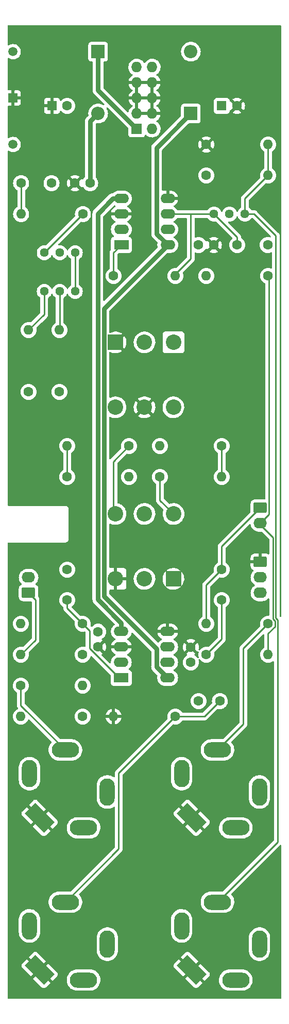
<source format=gtl>
G04 #@! TF.GenerationSoftware,KiCad,Pcbnew,6.0.4-6f826c9f35~116~ubuntu20.04.1*
G04 #@! TF.CreationDate,2022-05-05T18:39:35-04:00*
G04 #@! TF.ProjectId,arrm,6172726d-2e6b-4696-9361-645f70636258,rev?*
G04 #@! TF.SameCoordinates,Original*
G04 #@! TF.FileFunction,Copper,L1,Top*
G04 #@! TF.FilePolarity,Positive*
%FSLAX46Y46*%
G04 Gerber Fmt 4.6, Leading zero omitted, Abs format (unit mm)*
G04 Created by KiCad (PCBNEW 6.0.4-6f826c9f35~116~ubuntu20.04.1) date 2022-05-05 18:39:35*
%MOMM*%
%LPD*%
G01*
G04 APERTURE LIST*
G04 Aperture macros list*
%AMRoundRect*
0 Rectangle with rounded corners*
0 $1 Rounding radius*
0 $2 $3 $4 $5 $6 $7 $8 $9 X,Y pos of 4 corners*
0 Add a 4 corners polygon primitive as box body*
4,1,4,$2,$3,$4,$5,$6,$7,$8,$9,$2,$3,0*
0 Add four circle primitives for the rounded corners*
1,1,$1+$1,$2,$3*
1,1,$1+$1,$4,$5*
1,1,$1+$1,$6,$7*
1,1,$1+$1,$8,$9*
0 Add four rect primitives between the rounded corners*
20,1,$1+$1,$2,$3,$4,$5,0*
20,1,$1+$1,$4,$5,$6,$7,0*
20,1,$1+$1,$6,$7,$8,$9,0*
20,1,$1+$1,$8,$9,$2,$3,0*%
%AMRotRect*
0 Rectangle, with rotation*
0 The origin of the aperture is its center*
0 $1 length*
0 $2 width*
0 $3 Rotation angle, in degrees counterclockwise*
0 Add horizontal line*
21,1,$1,$2,0,0,$3*%
G04 Aperture macros list end*
G04 #@! TA.AperFunction,ComponentPad*
%ADD10O,2.500000X4.500001*%
G04 #@! TD*
G04 #@! TA.AperFunction,ComponentPad*
%ADD11O,4.500001X2.500001*%
G04 #@! TD*
G04 #@! TA.AperFunction,ComponentPad*
%ADD12RotRect,4.500001X2.500001X315.000000*%
G04 #@! TD*
G04 #@! TA.AperFunction,ComponentPad*
%ADD13O,4.500000X2.500000*%
G04 #@! TD*
G04 #@! TA.AperFunction,ComponentPad*
%ADD14O,2.500000X4.500000*%
G04 #@! TD*
G04 #@! TA.AperFunction,ComponentPad*
%ADD15RoundRect,0.250000X0.850000X-0.620000X0.850000X0.620000X-0.850000X0.620000X-0.850000X-0.620000X0*%
G04 #@! TD*
G04 #@! TA.AperFunction,ComponentPad*
%ADD16O,2.200000X1.740000*%
G04 #@! TD*
G04 #@! TA.AperFunction,ComponentPad*
%ADD17C,1.600000*%
G04 #@! TD*
G04 #@! TA.AperFunction,ComponentPad*
%ADD18O,1.600000X1.600000*%
G04 #@! TD*
G04 #@! TA.AperFunction,ComponentPad*
%ADD19R,2.540000X2.540000*%
G04 #@! TD*
G04 #@! TA.AperFunction,ComponentPad*
%ADD20C,2.540000*%
G04 #@! TD*
G04 #@! TA.AperFunction,ComponentPad*
%ADD21R,1.600000X1.600000*%
G04 #@! TD*
G04 #@! TA.AperFunction,ComponentPad*
%ADD22R,1.500000X1.500000*%
G04 #@! TD*
G04 #@! TA.AperFunction,ComponentPad*
%ADD23C,1.500000*%
G04 #@! TD*
G04 #@! TA.AperFunction,ComponentPad*
%ADD24C,1.440000*%
G04 #@! TD*
G04 #@! TA.AperFunction,ComponentPad*
%ADD25RoundRect,0.250000X-0.850000X0.620000X-0.850000X-0.620000X0.850000X-0.620000X0.850000X0.620000X0*%
G04 #@! TD*
G04 #@! TA.AperFunction,ComponentPad*
%ADD26R,2.400000X1.600000*%
G04 #@! TD*
G04 #@! TA.AperFunction,ComponentPad*
%ADD27O,2.400000X1.600000*%
G04 #@! TD*
G04 #@! TA.AperFunction,ComponentPad*
%ADD28R,1.727200X1.727200*%
G04 #@! TD*
G04 #@! TA.AperFunction,ComponentPad*
%ADD29O,1.727200X1.727200*%
G04 #@! TD*
G04 #@! TA.AperFunction,ComponentPad*
%ADD30R,2.200000X2.200000*%
G04 #@! TD*
G04 #@! TA.AperFunction,ComponentPad*
%ADD31O,2.200000X2.200000*%
G04 #@! TD*
G04 #@! TA.AperFunction,Conductor*
%ADD32C,0.750000*%
G04 #@! TD*
G04 #@! TA.AperFunction,Conductor*
%ADD33C,0.250000*%
G04 #@! TD*
G04 APERTURE END LIST*
D10*
G04 #@! TO.P,J11,R*
G04 #@! TO.N,N/C*
X118900000Y-175500000D03*
D11*
G04 #@! TO.P,J11,RN*
X115000000Y-181400000D03*
D12*
G04 #@! TO.P,J11,S*
G04 #@! TO.N,GND*
X107760000Y-179740000D03*
D13*
G04 #@! TO.P,J11,T*
G04 #@! TO.N,/Main PCB/OUT*
X112000000Y-168600000D03*
D14*
G04 #@! TO.P,J11,TN*
G04 #@! TO.N,N/C*
X106100000Y-172500000D03*
G04 #@! TD*
D10*
G04 #@! TO.P,J8,R*
G04 #@! TO.N,N/C*
X118900000Y-150500000D03*
D11*
G04 #@! TO.P,J8,RN*
X115000000Y-156400000D03*
D12*
G04 #@! TO.P,J8,S*
G04 #@! TO.N,GND*
X107760000Y-154740000D03*
D13*
G04 #@! TO.P,J8,T*
G04 #@! TO.N,/Main PCB/SIG IN*
X112000000Y-143600000D03*
D14*
G04 #@! TO.P,J8,TN*
G04 #@! TO.N,N/C*
X106100000Y-147500000D03*
G04 #@! TD*
D10*
G04 #@! TO.P,J10,R*
G04 #@! TO.N,N/C*
X93900000Y-175500000D03*
D11*
G04 #@! TO.P,J10,RN*
X90000000Y-181400000D03*
D12*
G04 #@! TO.P,J10,S*
G04 #@! TO.N,GND*
X82760000Y-179740000D03*
D13*
G04 #@! TO.P,J10,T*
G04 #@! TO.N,/Main PCB/AC CARR IN*
X87000000Y-168600000D03*
D14*
G04 #@! TO.P,J10,TN*
G04 #@! TO.N,N/C*
X81100000Y-172500000D03*
G04 #@! TD*
D10*
G04 #@! TO.P,J9,R*
G04 #@! TO.N,N/C*
X93900000Y-150500000D03*
D11*
G04 #@! TO.P,J9,RN*
X90000000Y-156400000D03*
D12*
G04 #@! TO.P,J9,S*
G04 #@! TO.N,GND*
X82760000Y-154740000D03*
D13*
G04 #@! TO.P,J9,T*
G04 #@! TO.N,/Main PCB/DC CARR IN*
X87000000Y-143600000D03*
D14*
G04 #@! TO.P,J9,TN*
G04 #@! TO.N,N/C*
X81100000Y-147500000D03*
G04 #@! TD*
D15*
G04 #@! TO.P,J2,1,Pin_1*
G04 #@! TO.N,/Main PCB/CARRLVL_CCW*
X80950000Y-117780000D03*
D16*
G04 #@! TO.P,J2,2,Pin_2*
G04 #@! TO.N,/Main PCB/CARRLVL_WIP*
X80950000Y-115240000D03*
G04 #@! TD*
D17*
G04 #@! TO.P,D3,1,K*
G04 #@! TO.N,Net-(D3-Pad1)*
X97460000Y-93650000D03*
D18*
G04 #@! TO.P,D3,2,A*
G04 #@! TO.N,Net-(D3-Pad2)*
X87300000Y-93650000D03*
G04 #@! TD*
D17*
G04 #@! TO.P,C7,1*
G04 #@! TO.N,/Main PCB/SIGLVL_CCW*
X112700000Y-113970000D03*
G04 #@! TO.P,C7,2*
G04 #@! TO.N,Net-(C7-Pad2)*
X112700000Y-118970000D03*
G04 #@! TD*
D19*
G04 #@! TO.P,TR1,1*
G04 #@! TO.N,/Main PCB/SIGLVL_WIP*
X104749600Y-115490000D03*
D20*
G04 #@! TO.P,TR1,2*
G04 #@! TO.N,unconnected-(TR1-Pad2)*
X99999800Y-115490000D03*
G04 #@! TO.P,TR1,3*
G04 #@! TO.N,GND*
X95250000Y-115490000D03*
G04 #@! TO.P,TR1,4*
G04 #@! TO.N,Net-(D3-Pad1)*
X95224600Y-104822000D03*
G04 #@! TO.P,TR1,5*
G04 #@! TO.N,/Main PCB/CARRLVL_WIP*
X99999800Y-104822000D03*
X99999800Y-104822000D03*
G04 #@! TO.P,TR1,6*
G04 #@! TO.N,Net-(D4-Pad2)*
X104749600Y-104822000D03*
G04 #@! TD*
D19*
G04 #@! TO.P,TR2,1*
G04 #@! TO.N,GND*
X95250200Y-76632000D03*
D20*
G04 #@! TO.P,TR2,2*
G04 #@! TO.N,unconnected-(TR2-Pad2)*
X100000000Y-76632000D03*
G04 #@! TO.P,TR2,3*
G04 #@! TO.N,Net-(R10-Pad1)*
X104749800Y-76632000D03*
G04 #@! TO.P,TR2,4*
G04 #@! TO.N,Net-(D3-Pad2)*
X104775200Y-87300000D03*
G04 #@! TO.P,TR2,5*
G04 #@! TO.N,GND*
X100000000Y-87300000D03*
X100000000Y-87300000D03*
G04 #@! TO.P,TR2,6*
G04 #@! TO.N,Net-(D5-Pad1)*
X95250200Y-87300000D03*
G04 #@! TD*
D17*
G04 #@! TO.P,R6,1*
G04 #@! TO.N,/Main PCB/SIG IN*
X120320000Y-122860000D03*
D18*
G04 #@! TO.P,R6,2*
G04 #@! TO.N,/Main PCB/SIGLVL_CCW*
X110160000Y-122860000D03*
G04 #@! TD*
D17*
G04 #@! TO.P,D6,1,K*
G04 #@! TO.N,Net-(D4-Pad2)*
X102540000Y-98730000D03*
D18*
G04 #@! TO.P,D6,2,A*
G04 #@! TO.N,Net-(D5-Pad1)*
X112700000Y-98730000D03*
G04 #@! TD*
D17*
G04 #@! TO.P,C1,1*
G04 #@! TO.N,Net-(C1-Pad1)*
X108890000Y-135560000D03*
G04 #@! TO.P,C1,2*
G04 #@! TO.N,/Main PCB/AC CARR IN*
X112390000Y-135560000D03*
G04 #@! TD*
D21*
G04 #@! TO.P,C3,1*
G04 #@! TO.N,+12V*
X112700000Y-37770000D03*
D17*
G04 #@! TO.P,C3,2*
G04 #@! TO.N,GND*
X115200000Y-37770000D03*
G04 #@! TD*
G04 #@! TO.P,R13,1*
G04 #@! TO.N,Net-(C10-Pad2)*
X110160000Y-49200000D03*
D18*
G04 #@! TO.P,R13,2*
G04 #@! TO.N,/Main PCB/OUT*
X120320000Y-49200000D03*
G04 #@! TD*
D17*
G04 #@! TO.P,R1,1*
G04 #@! TO.N,/Main PCB/AC CARR IN*
X105080000Y-138100000D03*
D18*
G04 #@! TO.P,R1,2*
G04 #@! TO.N,GND*
X94920000Y-138100000D03*
G04 #@! TD*
D22*
G04 #@! TO.P,TP3,1,1*
G04 #@! TO.N,GND*
X78410000Y-36500000D03*
G04 #@! TD*
D17*
G04 #@! TO.P,R8,1*
G04 #@! TO.N,/Main PCB/CARRLVL_WIP*
X86030000Y-84760000D03*
D18*
G04 #@! TO.P,R8,2*
G04 #@! TO.N,/Main PCB/CNULL*
X86030000Y-74600000D03*
G04 #@! TD*
D17*
G04 #@! TO.P,R11,1*
G04 #@! TO.N,Net-(C11-Pad2)*
X94920000Y-65710000D03*
D18*
G04 #@! TO.P,R11,2*
G04 #@! TO.N,Net-(C10-Pad1)*
X105080000Y-65710000D03*
G04 #@! TD*
D17*
G04 #@! TO.P,R12,1*
G04 #@! TO.N,Net-(C11-Pad1)*
X89880000Y-55550000D03*
D18*
G04 #@! TO.P,R12,2*
G04 #@! TO.N,Net-(C11-Pad2)*
X79720000Y-55550000D03*
G04 #@! TD*
D17*
G04 #@! TO.P,C9,1*
G04 #@! TO.N,GND*
X88570000Y-50470000D03*
G04 #@! TO.P,C9,2*
G04 #@! TO.N,-12V*
X91070000Y-50470000D03*
G04 #@! TD*
D23*
G04 #@! TO.P,TP2,1,1*
G04 #@! TO.N,+12V*
X78410000Y-28880000D03*
G04 #@! TD*
D24*
G04 #@! TO.P,RV5,1,1*
G04 #@! TO.N,Net-(C10-Pad1)*
X88620000Y-61900000D03*
G04 #@! TO.P,RV5,2,2*
G04 #@! TO.N,/Main PCB/SNULL*
X86080000Y-61900000D03*
G04 #@! TO.P,RV5,3,3*
G04 #@! TO.N,Net-(C11-Pad1)*
X83540000Y-61900000D03*
G04 #@! TD*
D17*
G04 #@! TO.P,R4,1*
G04 #@! TO.N,/Main PCB/UNBAL_WIP*
X89840000Y-127940000D03*
D18*
G04 #@! TO.P,R4,2*
G04 #@! TO.N,/Main PCB/CARRLVL_CCW*
X79680000Y-127940000D03*
G04 #@! TD*
D21*
G04 #@! TO.P,C4,1*
G04 #@! TO.N,GND*
X84800000Y-37770000D03*
D17*
G04 #@! TO.P,C4,2*
G04 #@! TO.N,-12V*
X87300000Y-37770000D03*
G04 #@! TD*
D25*
G04 #@! TO.P,J3,1,Pin_1*
G04 #@! TO.N,/Main PCB/SIGLVL_CCW*
X119050000Y-103810000D03*
D16*
G04 #@! TO.P,J3,2,Pin_2*
G04 #@! TO.N,/Main PCB/SIGLVL_WIP*
X119050000Y-106350000D03*
G04 #@! TD*
D17*
G04 #@! TO.P,D4,1,K*
G04 #@! TO.N,Net-(D3-Pad2)*
X87300000Y-98730000D03*
D18*
G04 #@! TO.P,D4,2,A*
G04 #@! TO.N,Net-(D4-Pad2)*
X97460000Y-98730000D03*
G04 #@! TD*
D26*
G04 #@! TO.P,U1,1*
G04 #@! TO.N,Net-(C2-Pad2)*
X96190000Y-131750000D03*
D27*
G04 #@! TO.P,U1,2,-*
G04 #@! TO.N,/Main PCB/CARRLVL_CCW*
X96190000Y-129210000D03*
G04 #@! TO.P,U1,3,+*
G04 #@! TO.N,GND*
X96190000Y-126670000D03*
G04 #@! TO.P,U1,4,V-*
G04 #@! TO.N,-12V*
X96190000Y-124130000D03*
G04 #@! TO.P,U1,5,+*
G04 #@! TO.N,GND*
X103810000Y-124130000D03*
G04 #@! TO.P,U1,6,-*
G04 #@! TO.N,/Main PCB/SIGLVL_CCW*
X103810000Y-126670000D03*
G04 #@! TO.P,U1,7*
G04 #@! TO.N,Net-(C7-Pad2)*
X103810000Y-129210000D03*
G04 #@! TO.P,U1,8,V+*
G04 #@! TO.N,+12V*
X103810000Y-131750000D03*
G04 #@! TD*
D17*
G04 #@! TO.P,C5,1*
G04 #@! TO.N,+12V*
X107620000Y-129210000D03*
G04 #@! TO.P,C5,2*
G04 #@! TO.N,GND*
X107620000Y-126710000D03*
G04 #@! TD*
G04 #@! TO.P,C2,1*
G04 #@! TO.N,/Main PCB/CARRLVL_CCW*
X87300000Y-113970000D03*
G04 #@! TO.P,C2,2*
G04 #@! TO.N,Net-(C2-Pad2)*
X87300000Y-118970000D03*
G04 #@! TD*
G04 #@! TO.P,C10,1*
G04 #@! TO.N,Net-(C10-Pad1)*
X115240000Y-60630000D03*
G04 #@! TO.P,C10,2*
G04 #@! TO.N,Net-(C10-Pad2)*
X120240000Y-60630000D03*
G04 #@! TD*
D24*
G04 #@! TO.P,RV4,1,1*
G04 #@! TO.N,Net-(C10-Pad1)*
X88610000Y-68250000D03*
G04 #@! TO.P,RV4,2,2*
G04 #@! TO.N,/Main PCB/CNULL*
X86070000Y-68250000D03*
G04 #@! TO.P,RV4,3,3*
G04 #@! TO.N,Net-(C11-Pad1)*
X83530000Y-68250000D03*
G04 #@! TD*
G04 #@! TO.P,RV6,1,1*
G04 #@! TO.N,Net-(C10-Pad1)*
X111430000Y-55550000D03*
G04 #@! TO.P,RV6,2,2*
G04 #@! TO.N,/Main PCB/OUT*
X113970000Y-55550000D03*
G04 #@! TO.P,RV6,3,3*
X116510000Y-55550000D03*
G04 #@! TD*
D17*
G04 #@! TO.P,R14,1*
G04 #@! TO.N,GND*
X110160000Y-44120000D03*
D18*
G04 #@! TO.P,R14,2*
G04 #@! TO.N,/Main PCB/OUT*
X120320000Y-44120000D03*
G04 #@! TD*
D26*
G04 #@! TO.P,U2,1*
G04 #@! TO.N,Net-(C11-Pad2)*
X96200000Y-60620000D03*
D27*
G04 #@! TO.P,U2,2,-*
G04 #@! TO.N,Net-(C11-Pad1)*
X96200000Y-58080000D03*
G04 #@! TO.P,U2,3,+*
G04 #@! TO.N,GND*
X96200000Y-55540000D03*
G04 #@! TO.P,U2,4,V-*
G04 #@! TO.N,-12V*
X96200000Y-53000000D03*
G04 #@! TO.P,U2,5,+*
G04 #@! TO.N,GND*
X103820000Y-53000000D03*
G04 #@! TO.P,U2,6,-*
G04 #@! TO.N,Net-(C10-Pad1)*
X103820000Y-55540000D03*
G04 #@! TO.P,U2,7*
G04 #@! TO.N,Net-(C10-Pad2)*
X103820000Y-58080000D03*
G04 #@! TO.P,U2,8,V+*
G04 #@! TO.N,+12V*
X103820000Y-60620000D03*
G04 #@! TD*
D17*
G04 #@! TO.P,R3,1*
G04 #@! TO.N,Net-(C1-Pad1)*
X89840000Y-138100000D03*
D18*
G04 #@! TO.P,R3,2*
G04 #@! TO.N,/Main PCB/CARRLVL_CCW*
X79680000Y-138100000D03*
G04 #@! TD*
D17*
G04 #@! TO.P,R10,1*
G04 #@! TO.N,Net-(R10-Pad1)*
X80950000Y-84760000D03*
D18*
G04 #@! TO.P,R10,2*
G04 #@! TO.N,Net-(C11-Pad1)*
X80950000Y-74600000D03*
G04 #@! TD*
D25*
G04 #@! TO.P,J1,1,Pin_1*
G04 #@! TO.N,GND*
X119050000Y-112700000D03*
D16*
G04 #@! TO.P,J1,2,Pin_2*
G04 #@! TO.N,/Main PCB/UNBAL_WIP*
X119050000Y-115240000D03*
G04 #@! TO.P,J1,3,Pin_3*
G04 #@! TO.N,+12V*
X119050000Y-117780000D03*
G04 #@! TD*
D17*
G04 #@! TO.P,R2,1*
G04 #@! TO.N,/Main PCB/DC CARR IN*
X79680000Y-133020000D03*
D18*
G04 #@! TO.P,R2,2*
G04 #@! TO.N,/Main PCB/CARRLVL_CCW*
X89840000Y-133020000D03*
G04 #@! TD*
D17*
G04 #@! TO.P,C6,1*
G04 #@! TO.N,GND*
X92380000Y-126670000D03*
G04 #@! TO.P,C6,2*
G04 #@! TO.N,-12V*
X92380000Y-124170000D03*
G04 #@! TD*
G04 #@! TO.P,R5,1*
G04 #@! TO.N,Net-(C2-Pad2)*
X89840000Y-122860000D03*
D18*
G04 #@! TO.P,R5,2*
G04 #@! TO.N,/Main PCB/CARRLVL_WIP*
X79680000Y-122860000D03*
G04 #@! TD*
D17*
G04 #@! TO.P,R7,1*
G04 #@! TO.N,Net-(C7-Pad2)*
X110160000Y-127940000D03*
D18*
G04 #@! TO.P,R7,2*
G04 #@! TO.N,/Main PCB/SIGLVL_WIP*
X120320000Y-127940000D03*
G04 #@! TD*
D17*
G04 #@! TO.P,R9,1*
G04 #@! TO.N,/Main PCB/SIGLVL_WIP*
X120320000Y-65710000D03*
D18*
G04 #@! TO.P,R9,2*
G04 #@! TO.N,/Main PCB/SNULL*
X110160000Y-65710000D03*
G04 #@! TD*
D17*
G04 #@! TO.P,D5,1,K*
G04 #@! TO.N,Net-(D5-Pad1)*
X112700000Y-93650000D03*
D18*
G04 #@! TO.P,D5,2,A*
G04 #@! TO.N,Net-(D3-Pad1)*
X102540000Y-93650000D03*
G04 #@! TD*
D28*
G04 #@! TO.P,J7,1,-12V*
G04 #@! TO.N,/Main PCB/-12_IN*
X98730000Y-41580000D03*
D29*
G04 #@! TO.P,J7,2,-12V*
X101270000Y-41580000D03*
G04 #@! TO.P,J7,3,GND*
G04 #@! TO.N,GND*
X98730000Y-39040000D03*
G04 #@! TO.P,J7,4,GND*
X101270000Y-39040000D03*
G04 #@! TO.P,J7,5,GND*
X98730000Y-36500000D03*
G04 #@! TO.P,J7,6,GND*
X101270000Y-36500000D03*
G04 #@! TO.P,J7,7,GND*
X98730000Y-33960000D03*
G04 #@! TO.P,J7,8,GND*
X101270000Y-33960000D03*
G04 #@! TO.P,J7,9,+12V*
G04 #@! TO.N,/Main PCB/+12_IN*
X98730000Y-31420000D03*
G04 #@! TO.P,J7,10,+12V*
X101270000Y-31420000D03*
G04 #@! TD*
D17*
G04 #@! TO.P,C11,1*
G04 #@! TO.N,Net-(C11-Pad1)*
X84720000Y-50470000D03*
G04 #@! TO.P,C11,2*
G04 #@! TO.N,Net-(C11-Pad2)*
X79720000Y-50470000D03*
G04 #@! TD*
D23*
G04 #@! TO.P,TP1,1,1*
G04 #@! TO.N,-12V*
X78410000Y-44120000D03*
G04 #@! TD*
D30*
G04 #@! TO.P,D1,1,K*
G04 #@! TO.N,+12V*
X107620000Y-39040000D03*
D31*
G04 #@! TO.P,D1,2,A*
G04 #@! TO.N,/Main PCB/+12_IN*
X107620000Y-28880000D03*
G04 #@! TD*
D17*
G04 #@! TO.P,C8,1*
G04 #@! TO.N,+12V*
X108890000Y-60630000D03*
G04 #@! TO.P,C8,2*
G04 #@! TO.N,GND*
X111390000Y-60630000D03*
G04 #@! TD*
D30*
G04 #@! TO.P,D2,1,K*
G04 #@! TO.N,/Main PCB/-12_IN*
X92380000Y-28880000D03*
D31*
G04 #@! TO.P,D2,2,A*
G04 #@! TO.N,-12V*
X92380000Y-39040000D03*
G04 #@! TD*
D32*
G04 #@! TO.N,+12V*
X103820000Y-60620000D02*
X93330289Y-71109711D01*
X107620000Y-39040000D02*
X101995480Y-44664520D01*
X93355489Y-118355489D02*
X101985480Y-126985480D01*
X101995480Y-44664520D02*
X101995480Y-58795480D01*
X101985480Y-126985480D02*
X101985480Y-129925480D01*
X93355489Y-104037267D02*
X93355489Y-118355489D01*
X101985480Y-129925480D02*
X103810000Y-131750000D01*
X101995480Y-58795480D02*
X103820000Y-60620000D01*
X93330289Y-71109711D02*
X93330289Y-104012067D01*
X93330289Y-104012067D02*
X93355489Y-104037267D01*
G04 #@! TO.N,-12V*
X96190000Y-122733000D02*
X96190000Y-124130000D01*
X91110000Y-40310000D02*
X92380000Y-39040000D01*
X94831556Y-53000000D02*
X96200000Y-53000000D01*
X92330778Y-118873778D02*
X96190000Y-122733000D01*
X92330778Y-55500778D02*
X92330778Y-118873778D01*
X92330778Y-55500778D02*
X94831556Y-53000000D01*
X91110000Y-50430000D02*
X91110000Y-40310000D01*
X91070000Y-50470000D02*
X91110000Y-50430000D01*
D33*
G04 #@! TO.N,/Main PCB/SIGLVL_CCW*
X110160000Y-116510000D02*
X110160000Y-122860000D01*
X112700000Y-110144990D02*
X112700000Y-113970000D01*
X112700000Y-113970000D02*
X110160000Y-116510000D01*
X119034990Y-103810000D02*
X112700000Y-110144990D01*
G04 #@! TO.N,Net-(C7-Pad2)*
X112700000Y-125400000D02*
X110160000Y-127940000D01*
X112700000Y-118970000D02*
X112700000Y-125400000D01*
G04 #@! TO.N,Net-(C2-Pad2)*
X89840000Y-122860000D02*
X90964511Y-123984511D01*
X87300000Y-120320000D02*
X87300000Y-118970000D01*
X90964511Y-123984511D02*
X90964511Y-126924511D01*
X89840000Y-122860000D02*
X87300000Y-120320000D01*
X90964511Y-126924511D02*
X95790000Y-131750000D01*
G04 #@! TO.N,Net-(C10-Pad1)*
X108763000Y-55550000D02*
X111430000Y-55550000D01*
X105080000Y-65456000D02*
X107620000Y-62916000D01*
X115240000Y-59360000D02*
X111430000Y-55550000D01*
X108763000Y-55550000D02*
X108753000Y-55540000D01*
X115240000Y-60630000D02*
X115240000Y-59360000D01*
X108753000Y-55540000D02*
X103820000Y-55540000D01*
X88610000Y-68250000D02*
X88610000Y-61910000D01*
X107620000Y-62916000D02*
X107620000Y-55550000D01*
G04 #@! TO.N,/Main PCB/AC CARR IN*
X95762520Y-159837480D02*
X87000000Y-168600000D01*
X112390000Y-135560000D02*
X109850000Y-138100000D01*
X109850000Y-138100000D02*
X105080000Y-138100000D01*
X95762520Y-147417480D02*
X95762520Y-159837480D01*
X105080000Y-138100000D02*
X95762520Y-147417480D01*
G04 #@! TO.N,/Main PCB/CARRLVL_CCW*
X79680000Y-127940000D02*
X82093000Y-125527000D01*
X82093000Y-118923000D02*
X80950000Y-117780000D01*
X82093000Y-125527000D02*
X82093000Y-118923000D01*
G04 #@! TO.N,Net-(C11-Pad1)*
X83530000Y-68250000D02*
X83530000Y-72020000D01*
X83530000Y-72020000D02*
X80950000Y-74600000D01*
X89880000Y-55550000D02*
X83540000Y-61890000D01*
G04 #@! TO.N,Net-(C11-Pad2)*
X79760000Y-50510000D02*
X79760000Y-55510000D01*
X94920000Y-65710000D02*
X94920000Y-61900000D01*
X94920000Y-61900000D02*
X96200000Y-60620000D01*
X79720000Y-50470000D02*
X79760000Y-50510000D01*
G04 #@! TO.N,Net-(D3-Pad1)*
X94885978Y-96224022D02*
X97460000Y-93650000D01*
X94885978Y-104457978D02*
X94885978Y-96224022D01*
G04 #@! TO.N,Net-(D4-Pad2)*
X102540000Y-102587000D02*
X102540000Y-98730000D01*
X104775000Y-104822000D02*
X102540000Y-102587000D01*
G04 #@! TO.N,Net-(D5-Pad1)*
X112700000Y-98730000D02*
X112700000Y-93650000D01*
G04 #@! TO.N,Net-(D3-Pad2)*
X87300000Y-98730000D02*
X87300000Y-93650000D01*
D32*
G04 #@! TO.N,/Main PCB/-12_IN*
X98730000Y-41580000D02*
X92380000Y-35230000D01*
X92380000Y-35230000D02*
X92380000Y-28880000D01*
D33*
G04 #@! TO.N,/Main PCB/SIGLVL_WIP*
X119050000Y-106580000D02*
X121140489Y-108670489D01*
X121444511Y-122394211D02*
X121444511Y-123325789D01*
X120320000Y-124450300D02*
X120320000Y-127940000D01*
X120474520Y-65864520D02*
X120474520Y-104925480D01*
X121444511Y-123325789D02*
X120320000Y-124450300D01*
X121140489Y-108670489D02*
X121140489Y-122090189D01*
X120474520Y-104925480D02*
X119050000Y-106350000D01*
X121140489Y-122090189D02*
X121444511Y-122394211D01*
G04 #@! TO.N,/Main PCB/SIG IN*
X116255480Y-126924520D02*
X116255480Y-139344520D01*
X120320000Y-122860000D02*
X116255480Y-126924520D01*
X116255480Y-139344520D02*
X112000000Y-143600000D01*
G04 #@! TO.N,/Main PCB/DC CARR IN*
X79680000Y-136280000D02*
X87000000Y-143600000D01*
X79680000Y-133020000D02*
X79680000Y-136280000D01*
G04 #@! TO.N,/Main PCB/OUT*
X116510000Y-55550000D02*
X116510000Y-53010000D01*
X121894022Y-122208018D02*
X121894022Y-158705978D01*
X118020300Y-55550000D02*
X121590000Y-59119700D01*
X120320000Y-49200000D02*
X120320000Y-44120000D01*
X121894022Y-158705978D02*
X112000000Y-168600000D01*
X116510000Y-53010000D02*
X120320000Y-49200000D01*
X116510000Y-55550000D02*
X118020300Y-55550000D01*
X121590000Y-59119700D02*
X121590000Y-121903996D01*
X121590000Y-121903996D02*
X121894022Y-122208018D01*
G04 #@! TO.N,/Main PCB/CNULL*
X86070000Y-68250000D02*
X86070000Y-74560000D01*
G04 #@! TD*
G04 #@! TA.AperFunction,Conductor*
G04 #@! TO.N,GND*
G36*
X122433621Y-24528502D02*
G01*
X122480114Y-24582158D01*
X122491500Y-24634500D01*
X122491500Y-121605402D01*
X122471498Y-121673523D01*
X122417842Y-121720016D01*
X122347568Y-121730120D01*
X122282988Y-121700626D01*
X122276405Y-121694497D01*
X122260405Y-121678497D01*
X122226379Y-121616185D01*
X122223500Y-121589402D01*
X122223500Y-59198467D01*
X122224027Y-59187284D01*
X122225702Y-59179791D01*
X122225097Y-59160529D01*
X122223562Y-59111714D01*
X122223500Y-59107755D01*
X122223500Y-59079844D01*
X122222995Y-59075844D01*
X122222062Y-59064001D01*
X122220922Y-59027729D01*
X122220673Y-59019810D01*
X122215022Y-59000358D01*
X122211014Y-58981006D01*
X122209467Y-58968763D01*
X122208474Y-58960903D01*
X122203129Y-58947403D01*
X122192200Y-58919797D01*
X122188355Y-58908570D01*
X122182004Y-58886712D01*
X122176018Y-58866107D01*
X122165707Y-58848672D01*
X122157012Y-58830924D01*
X122149552Y-58812083D01*
X122123564Y-58776313D01*
X122117048Y-58766393D01*
X122098580Y-58735165D01*
X122098578Y-58735162D01*
X122094542Y-58728338D01*
X122080221Y-58714017D01*
X122067380Y-58698983D01*
X122060131Y-58689006D01*
X122055472Y-58682593D01*
X122021395Y-58654402D01*
X122012616Y-58646412D01*
X118523952Y-55157747D01*
X118516412Y-55149461D01*
X118512300Y-55142982D01*
X118462648Y-55096356D01*
X118459807Y-55093602D01*
X118440070Y-55073865D01*
X118436873Y-55071385D01*
X118427851Y-55063680D01*
X118401400Y-55038841D01*
X118395621Y-55033414D01*
X118388675Y-55029595D01*
X118388672Y-55029593D01*
X118377866Y-55023652D01*
X118361347Y-55012801D01*
X118360065Y-55011807D01*
X118345341Y-55000386D01*
X118338072Y-54997241D01*
X118338068Y-54997238D01*
X118304763Y-54982826D01*
X118294113Y-54977609D01*
X118255360Y-54956305D01*
X118235737Y-54951267D01*
X118217034Y-54944863D01*
X118205720Y-54939967D01*
X118205719Y-54939967D01*
X118198445Y-54936819D01*
X118190622Y-54935580D01*
X118190612Y-54935577D01*
X118154776Y-54929901D01*
X118143156Y-54927495D01*
X118108011Y-54918472D01*
X118108010Y-54918472D01*
X118100330Y-54916500D01*
X118080076Y-54916500D01*
X118060365Y-54914949D01*
X118048186Y-54913020D01*
X118040357Y-54911780D01*
X118032465Y-54912526D01*
X117996339Y-54915941D01*
X117984481Y-54916500D01*
X117631731Y-54916500D01*
X117563610Y-54896498D01*
X117528518Y-54862770D01*
X117512990Y-54840593D01*
X117454681Y-54757319D01*
X117302681Y-54605319D01*
X117197230Y-54531482D01*
X117152901Y-54476025D01*
X117143500Y-54428269D01*
X117143500Y-53324594D01*
X117163502Y-53256473D01*
X117180405Y-53235499D01*
X119906752Y-50509152D01*
X119969064Y-50475126D01*
X120028459Y-50476541D01*
X120086591Y-50492118D01*
X120086602Y-50492120D01*
X120091913Y-50493543D01*
X120320000Y-50513498D01*
X120548087Y-50493543D01*
X120553400Y-50492119D01*
X120553402Y-50492119D01*
X120763933Y-50435707D01*
X120763935Y-50435706D01*
X120769243Y-50434284D01*
X120774225Y-50431961D01*
X120971762Y-50339849D01*
X120971767Y-50339846D01*
X120976749Y-50337523D01*
X121120756Y-50236688D01*
X121159789Y-50209357D01*
X121159792Y-50209355D01*
X121164300Y-50206198D01*
X121326198Y-50044300D01*
X121338845Y-50026239D01*
X121454366Y-49861257D01*
X121457523Y-49856749D01*
X121459846Y-49851767D01*
X121459849Y-49851762D01*
X121551961Y-49654225D01*
X121551961Y-49654224D01*
X121554284Y-49649243D01*
X121560593Y-49625700D01*
X121612119Y-49433402D01*
X121612119Y-49433400D01*
X121613543Y-49428087D01*
X121633498Y-49200000D01*
X121613543Y-48971913D01*
X121554284Y-48750757D01*
X121551961Y-48745775D01*
X121459849Y-48548238D01*
X121459846Y-48548233D01*
X121457523Y-48543251D01*
X121326198Y-48355700D01*
X121164300Y-48193802D01*
X121159792Y-48190645D01*
X121159789Y-48190643D01*
X121007229Y-48083819D01*
X120962901Y-48028362D01*
X120953500Y-47980606D01*
X120953500Y-45339394D01*
X120973502Y-45271273D01*
X121007229Y-45236181D01*
X121159789Y-45129357D01*
X121159792Y-45129355D01*
X121164300Y-45126198D01*
X121326198Y-44964300D01*
X121346060Y-44935935D01*
X121454366Y-44781257D01*
X121457523Y-44776749D01*
X121459846Y-44771767D01*
X121459849Y-44771762D01*
X121551961Y-44574225D01*
X121551961Y-44574224D01*
X121554284Y-44569243D01*
X121569463Y-44512597D01*
X121612119Y-44353402D01*
X121612119Y-44353400D01*
X121613543Y-44348087D01*
X121633498Y-44120000D01*
X121613543Y-43891913D01*
X121576981Y-43755461D01*
X121555707Y-43676067D01*
X121555706Y-43676065D01*
X121554284Y-43670757D01*
X121471551Y-43493334D01*
X121459849Y-43468238D01*
X121459846Y-43468233D01*
X121457523Y-43463251D01*
X121348788Y-43307962D01*
X121329357Y-43280211D01*
X121329355Y-43280208D01*
X121326198Y-43275700D01*
X121164300Y-43113802D01*
X121159792Y-43110645D01*
X121159789Y-43110643D01*
X121038826Y-43025944D01*
X120976749Y-42982477D01*
X120971767Y-42980154D01*
X120971762Y-42980151D01*
X120774225Y-42888039D01*
X120774224Y-42888039D01*
X120769243Y-42885716D01*
X120763935Y-42884294D01*
X120763933Y-42884293D01*
X120553402Y-42827881D01*
X120553400Y-42827881D01*
X120548087Y-42826457D01*
X120320000Y-42806502D01*
X120091913Y-42826457D01*
X120086600Y-42827881D01*
X120086598Y-42827881D01*
X119876067Y-42884293D01*
X119876065Y-42884294D01*
X119870757Y-42885716D01*
X119865776Y-42888039D01*
X119865775Y-42888039D01*
X119668238Y-42980151D01*
X119668233Y-42980154D01*
X119663251Y-42982477D01*
X119601174Y-43025944D01*
X119480211Y-43110643D01*
X119480208Y-43110645D01*
X119475700Y-43113802D01*
X119313802Y-43275700D01*
X119310645Y-43280208D01*
X119310643Y-43280211D01*
X119291212Y-43307962D01*
X119182477Y-43463251D01*
X119180154Y-43468233D01*
X119180151Y-43468238D01*
X119168449Y-43493334D01*
X119085716Y-43670757D01*
X119084294Y-43676065D01*
X119084293Y-43676067D01*
X119063019Y-43755461D01*
X119026457Y-43891913D01*
X119006502Y-44120000D01*
X119026457Y-44348087D01*
X119027881Y-44353400D01*
X119027881Y-44353402D01*
X119070538Y-44512597D01*
X119085716Y-44569243D01*
X119088039Y-44574224D01*
X119088039Y-44574225D01*
X119180151Y-44771762D01*
X119180154Y-44771767D01*
X119182477Y-44776749D01*
X119185634Y-44781257D01*
X119293941Y-44935935D01*
X119313802Y-44964300D01*
X119475700Y-45126198D01*
X119480208Y-45129355D01*
X119480211Y-45129357D01*
X119632771Y-45236181D01*
X119677099Y-45291638D01*
X119686500Y-45339394D01*
X119686500Y-47980606D01*
X119666498Y-48048727D01*
X119632771Y-48083819D01*
X119480211Y-48190643D01*
X119480208Y-48190645D01*
X119475700Y-48193802D01*
X119313802Y-48355700D01*
X119182477Y-48543251D01*
X119180154Y-48548233D01*
X119180151Y-48548238D01*
X119088039Y-48745775D01*
X119085716Y-48750757D01*
X119026457Y-48971913D01*
X119006502Y-49200000D01*
X119026457Y-49428087D01*
X119027880Y-49433398D01*
X119027882Y-49433409D01*
X119043459Y-49491541D01*
X119041770Y-49562517D01*
X119010848Y-49613248D01*
X117553616Y-51070479D01*
X116117747Y-52506348D01*
X116109461Y-52513888D01*
X116102982Y-52518000D01*
X116097557Y-52523777D01*
X116056357Y-52567651D01*
X116053602Y-52570493D01*
X116033865Y-52590230D01*
X116031385Y-52593427D01*
X116023682Y-52602447D01*
X115993414Y-52634679D01*
X115989595Y-52641625D01*
X115989593Y-52641628D01*
X115983652Y-52652434D01*
X115972801Y-52668953D01*
X115960386Y-52684959D01*
X115957241Y-52692228D01*
X115957238Y-52692232D01*
X115942826Y-52725537D01*
X115937609Y-52736187D01*
X115916305Y-52774940D01*
X115914334Y-52782615D01*
X115914334Y-52782616D01*
X115911267Y-52794562D01*
X115904863Y-52813266D01*
X115896819Y-52831855D01*
X115895580Y-52839678D01*
X115895577Y-52839688D01*
X115889901Y-52875524D01*
X115887495Y-52887144D01*
X115876500Y-52929970D01*
X115876500Y-52950224D01*
X115874949Y-52969934D01*
X115871780Y-52989943D01*
X115872526Y-52997835D01*
X115875941Y-53033961D01*
X115876500Y-53045819D01*
X115876500Y-54428269D01*
X115856498Y-54496390D01*
X115822770Y-54531482D01*
X115717319Y-54605319D01*
X115565319Y-54757319D01*
X115442024Y-54933404D01*
X115439703Y-54938382D01*
X115439701Y-54938385D01*
X115354195Y-55121753D01*
X115307277Y-55175038D01*
X115239000Y-55194499D01*
X115171040Y-55173957D01*
X115125805Y-55121753D01*
X115040299Y-54938385D01*
X115040297Y-54938382D01*
X115037976Y-54933404D01*
X114914681Y-54757319D01*
X114762681Y-54605319D01*
X114586597Y-54482024D01*
X114581619Y-54479703D01*
X114581616Y-54479701D01*
X114396759Y-54393501D01*
X114396758Y-54393500D01*
X114391777Y-54391178D01*
X114386469Y-54389756D01*
X114386467Y-54389755D01*
X114189457Y-54336966D01*
X114189455Y-54336966D01*
X114184142Y-54335542D01*
X113970000Y-54316807D01*
X113755858Y-54335542D01*
X113750545Y-54336966D01*
X113750543Y-54336966D01*
X113553533Y-54389755D01*
X113553531Y-54389756D01*
X113548223Y-54391178D01*
X113543243Y-54393500D01*
X113543241Y-54393501D01*
X113358385Y-54479701D01*
X113358382Y-54479703D01*
X113353404Y-54482024D01*
X113177319Y-54605319D01*
X113025319Y-54757319D01*
X112902024Y-54933404D01*
X112899703Y-54938382D01*
X112899701Y-54938385D01*
X112814195Y-55121753D01*
X112767277Y-55175038D01*
X112699000Y-55194499D01*
X112631040Y-55173957D01*
X112585805Y-55121753D01*
X112500299Y-54938385D01*
X112500297Y-54938382D01*
X112497976Y-54933404D01*
X112374681Y-54757319D01*
X112222681Y-54605319D01*
X112046597Y-54482024D01*
X112041619Y-54479703D01*
X112041616Y-54479701D01*
X111856759Y-54393501D01*
X111856758Y-54393500D01*
X111851777Y-54391178D01*
X111846469Y-54389756D01*
X111846467Y-54389755D01*
X111649457Y-54336966D01*
X111649455Y-54336966D01*
X111644142Y-54335542D01*
X111430000Y-54316807D01*
X111215858Y-54335542D01*
X111210545Y-54336966D01*
X111210543Y-54336966D01*
X111013533Y-54389755D01*
X111013531Y-54389756D01*
X111008223Y-54391178D01*
X111003243Y-54393500D01*
X111003241Y-54393501D01*
X110818385Y-54479701D01*
X110818382Y-54479703D01*
X110813404Y-54482024D01*
X110637319Y-54605319D01*
X110485319Y-54757319D01*
X110427010Y-54840593D01*
X110411482Y-54862770D01*
X110356025Y-54907099D01*
X110308269Y-54916500D01*
X108887893Y-54916500D01*
X108856558Y-54912541D01*
X108851993Y-54911369D01*
X108833030Y-54906500D01*
X108812776Y-54906500D01*
X108793065Y-54904949D01*
X108780886Y-54903020D01*
X108773057Y-54901780D01*
X108765165Y-54902526D01*
X108729039Y-54905941D01*
X108717181Y-54906500D01*
X105439394Y-54906500D01*
X105371273Y-54886498D01*
X105336181Y-54852771D01*
X105229357Y-54700211D01*
X105229355Y-54700208D01*
X105226198Y-54695700D01*
X105064300Y-54533802D01*
X105059792Y-54530645D01*
X105059789Y-54530643D01*
X104961511Y-54461828D01*
X104876749Y-54402477D01*
X104871767Y-54400154D01*
X104871762Y-54400151D01*
X104836951Y-54383919D01*
X104783666Y-54337002D01*
X104764205Y-54268725D01*
X104784747Y-54200765D01*
X104836951Y-54155529D01*
X104871511Y-54139414D01*
X104881007Y-54133931D01*
X105059467Y-54008972D01*
X105067875Y-54001916D01*
X105221916Y-53847875D01*
X105228972Y-53839467D01*
X105353931Y-53661007D01*
X105359414Y-53651511D01*
X105451490Y-53454053D01*
X105455236Y-53443761D01*
X105501394Y-53271497D01*
X105501058Y-53257401D01*
X105493116Y-53254000D01*
X103692000Y-53254000D01*
X103623879Y-53233998D01*
X103577386Y-53180342D01*
X103566000Y-53128000D01*
X103566000Y-52727885D01*
X104074000Y-52727885D01*
X104078475Y-52743124D01*
X104079865Y-52744329D01*
X104087548Y-52746000D01*
X105487967Y-52746000D01*
X105501498Y-52742027D01*
X105502727Y-52733478D01*
X105455236Y-52556239D01*
X105451490Y-52545947D01*
X105359414Y-52348489D01*
X105353931Y-52338993D01*
X105228972Y-52160533D01*
X105221916Y-52152125D01*
X105067875Y-51998084D01*
X105059467Y-51991028D01*
X104881007Y-51866069D01*
X104871511Y-51860586D01*
X104674053Y-51768510D01*
X104663761Y-51764764D01*
X104453312Y-51708375D01*
X104442519Y-51706472D01*
X104279830Y-51692238D01*
X104274365Y-51692000D01*
X104092115Y-51692000D01*
X104076876Y-51696475D01*
X104075671Y-51697865D01*
X104074000Y-51705548D01*
X104074000Y-52727885D01*
X103566000Y-52727885D01*
X103566000Y-51710115D01*
X103561525Y-51694876D01*
X103560135Y-51693671D01*
X103552452Y-51692000D01*
X103365635Y-51692000D01*
X103360170Y-51692238D01*
X103197481Y-51706472D01*
X103186688Y-51708375D01*
X103037591Y-51748325D01*
X102966615Y-51746635D01*
X102907819Y-51706841D01*
X102879871Y-51641577D01*
X102878980Y-51626618D01*
X102878980Y-49200000D01*
X108846502Y-49200000D01*
X108866457Y-49428087D01*
X108867881Y-49433400D01*
X108867881Y-49433402D01*
X108919408Y-49625700D01*
X108925716Y-49649243D01*
X108928039Y-49654224D01*
X108928039Y-49654225D01*
X109020151Y-49851762D01*
X109020154Y-49851767D01*
X109022477Y-49856749D01*
X109025634Y-49861257D01*
X109141156Y-50026239D01*
X109153802Y-50044300D01*
X109315700Y-50206198D01*
X109320208Y-50209355D01*
X109320211Y-50209357D01*
X109359244Y-50236688D01*
X109503251Y-50337523D01*
X109508233Y-50339846D01*
X109508238Y-50339849D01*
X109705775Y-50431961D01*
X109710757Y-50434284D01*
X109716065Y-50435706D01*
X109716067Y-50435707D01*
X109926598Y-50492119D01*
X109926600Y-50492119D01*
X109931913Y-50493543D01*
X110160000Y-50513498D01*
X110388087Y-50493543D01*
X110393400Y-50492119D01*
X110393402Y-50492119D01*
X110603933Y-50435707D01*
X110603935Y-50435706D01*
X110609243Y-50434284D01*
X110614225Y-50431961D01*
X110811762Y-50339849D01*
X110811767Y-50339846D01*
X110816749Y-50337523D01*
X110960756Y-50236688D01*
X110999789Y-50209357D01*
X110999792Y-50209355D01*
X111004300Y-50206198D01*
X111166198Y-50044300D01*
X111178845Y-50026239D01*
X111294366Y-49861257D01*
X111297523Y-49856749D01*
X111299846Y-49851767D01*
X111299849Y-49851762D01*
X111391961Y-49654225D01*
X111391961Y-49654224D01*
X111394284Y-49649243D01*
X111400593Y-49625700D01*
X111452119Y-49433402D01*
X111452119Y-49433400D01*
X111453543Y-49428087D01*
X111473498Y-49200000D01*
X111453543Y-48971913D01*
X111394284Y-48750757D01*
X111391961Y-48745775D01*
X111299849Y-48548238D01*
X111299846Y-48548233D01*
X111297523Y-48543251D01*
X111166198Y-48355700D01*
X111004300Y-48193802D01*
X110999792Y-48190645D01*
X110999789Y-48190643D01*
X110847228Y-48083819D01*
X110816749Y-48062477D01*
X110811767Y-48060154D01*
X110811762Y-48060151D01*
X110614225Y-47968039D01*
X110614224Y-47968039D01*
X110609243Y-47965716D01*
X110603935Y-47964294D01*
X110603933Y-47964293D01*
X110393402Y-47907881D01*
X110393400Y-47907881D01*
X110388087Y-47906457D01*
X110160000Y-47886502D01*
X109931913Y-47906457D01*
X109926600Y-47907881D01*
X109926598Y-47907881D01*
X109716067Y-47964293D01*
X109716065Y-47964294D01*
X109710757Y-47965716D01*
X109705776Y-47968039D01*
X109705775Y-47968039D01*
X109508238Y-48060151D01*
X109508233Y-48060154D01*
X109503251Y-48062477D01*
X109472772Y-48083819D01*
X109320211Y-48190643D01*
X109320208Y-48190645D01*
X109315700Y-48193802D01*
X109153802Y-48355700D01*
X109022477Y-48543251D01*
X109020154Y-48548233D01*
X109020151Y-48548238D01*
X108928039Y-48745775D01*
X108925716Y-48750757D01*
X108866457Y-48971913D01*
X108846502Y-49200000D01*
X102878980Y-49200000D01*
X102878980Y-45206062D01*
X109438493Y-45206062D01*
X109447789Y-45218077D01*
X109498994Y-45253931D01*
X109508489Y-45259414D01*
X109705947Y-45351490D01*
X109716239Y-45355236D01*
X109926688Y-45411625D01*
X109937481Y-45413528D01*
X110154525Y-45432517D01*
X110165475Y-45432517D01*
X110382519Y-45413528D01*
X110393312Y-45411625D01*
X110603761Y-45355236D01*
X110614053Y-45351490D01*
X110811511Y-45259414D01*
X110821006Y-45253931D01*
X110873048Y-45217491D01*
X110881424Y-45207012D01*
X110874356Y-45193566D01*
X110172812Y-44492022D01*
X110158868Y-44484408D01*
X110157035Y-44484539D01*
X110150420Y-44488790D01*
X109444923Y-45194287D01*
X109438493Y-45206062D01*
X102878980Y-45206062D01*
X102878980Y-45082668D01*
X102898982Y-45014547D01*
X102915885Y-44993573D01*
X103783983Y-44125475D01*
X108847483Y-44125475D01*
X108866472Y-44342519D01*
X108868375Y-44353312D01*
X108924764Y-44563761D01*
X108928510Y-44574053D01*
X109020586Y-44771511D01*
X109026069Y-44781006D01*
X109062509Y-44833048D01*
X109072988Y-44841424D01*
X109086434Y-44834356D01*
X109787978Y-44132812D01*
X109794356Y-44121132D01*
X110524408Y-44121132D01*
X110524539Y-44122965D01*
X110528790Y-44129580D01*
X111234287Y-44835077D01*
X111246062Y-44841507D01*
X111258077Y-44832211D01*
X111293931Y-44781006D01*
X111299414Y-44771511D01*
X111391490Y-44574053D01*
X111395236Y-44563761D01*
X111451625Y-44353312D01*
X111453528Y-44342519D01*
X111472517Y-44125475D01*
X111472517Y-44114525D01*
X111453528Y-43897481D01*
X111451625Y-43886688D01*
X111395236Y-43676239D01*
X111391490Y-43665947D01*
X111299414Y-43468489D01*
X111293931Y-43458994D01*
X111257491Y-43406952D01*
X111247012Y-43398576D01*
X111233566Y-43405644D01*
X110532022Y-44107188D01*
X110524408Y-44121132D01*
X109794356Y-44121132D01*
X109795592Y-44118868D01*
X109795461Y-44117035D01*
X109791210Y-44110420D01*
X109085713Y-43404923D01*
X109073938Y-43398493D01*
X109061923Y-43407789D01*
X109026069Y-43458994D01*
X109020586Y-43468489D01*
X108928510Y-43665947D01*
X108924764Y-43676239D01*
X108868375Y-43886688D01*
X108866472Y-43897481D01*
X108847483Y-44114525D01*
X108847483Y-44125475D01*
X103783983Y-44125475D01*
X104876470Y-43032988D01*
X109438576Y-43032988D01*
X109445644Y-43046434D01*
X110147188Y-43747978D01*
X110161132Y-43755592D01*
X110162965Y-43755461D01*
X110169580Y-43751210D01*
X110875077Y-43045713D01*
X110881507Y-43033938D01*
X110872211Y-43021923D01*
X110821006Y-42986069D01*
X110811511Y-42980586D01*
X110614053Y-42888510D01*
X110603761Y-42884764D01*
X110393312Y-42828375D01*
X110382519Y-42826472D01*
X110165475Y-42807483D01*
X110154525Y-42807483D01*
X109937481Y-42826472D01*
X109926688Y-42828375D01*
X109716239Y-42884764D01*
X109705947Y-42888510D01*
X109508489Y-42980586D01*
X109498994Y-42986069D01*
X109446952Y-43022509D01*
X109438576Y-43032988D01*
X104876470Y-43032988D01*
X107224053Y-40685405D01*
X107286365Y-40651379D01*
X107313148Y-40648500D01*
X108768134Y-40648500D01*
X108830316Y-40641745D01*
X108966705Y-40590615D01*
X109083261Y-40503261D01*
X109170615Y-40386705D01*
X109221745Y-40250316D01*
X109228500Y-40188134D01*
X109228500Y-38618134D01*
X111391500Y-38618134D01*
X111398255Y-38680316D01*
X111449385Y-38816705D01*
X111536739Y-38933261D01*
X111653295Y-39020615D01*
X111789684Y-39071745D01*
X111851866Y-39078500D01*
X113548134Y-39078500D01*
X113610316Y-39071745D01*
X113746705Y-39020615D01*
X113863261Y-38933261D01*
X113921119Y-38856062D01*
X114478493Y-38856062D01*
X114487789Y-38868077D01*
X114538994Y-38903931D01*
X114548489Y-38909414D01*
X114745947Y-39001490D01*
X114756239Y-39005236D01*
X114966688Y-39061625D01*
X114977481Y-39063528D01*
X115194525Y-39082517D01*
X115205475Y-39082517D01*
X115422519Y-39063528D01*
X115433312Y-39061625D01*
X115643761Y-39005236D01*
X115654053Y-39001490D01*
X115851511Y-38909414D01*
X115861006Y-38903931D01*
X115913048Y-38867491D01*
X115921424Y-38857012D01*
X115914356Y-38843566D01*
X115212812Y-38142022D01*
X115198868Y-38134408D01*
X115197035Y-38134539D01*
X115190420Y-38138790D01*
X114484923Y-38844287D01*
X114478493Y-38856062D01*
X113921119Y-38856062D01*
X113950615Y-38816705D01*
X114001745Y-38680316D01*
X114008500Y-38618134D01*
X114008500Y-38614815D01*
X114032153Y-38547890D01*
X114078156Y-38512196D01*
X114077141Y-38510266D01*
X114088000Y-38504558D01*
X114088245Y-38504368D01*
X114088403Y-38504347D01*
X114126434Y-38484356D01*
X114827978Y-37782812D01*
X114834356Y-37771132D01*
X115564408Y-37771132D01*
X115564539Y-37772965D01*
X115568790Y-37779580D01*
X116274287Y-38485077D01*
X116286062Y-38491507D01*
X116298077Y-38482211D01*
X116333931Y-38431006D01*
X116339414Y-38421511D01*
X116431490Y-38224053D01*
X116435236Y-38213761D01*
X116491625Y-38003312D01*
X116493528Y-37992519D01*
X116512517Y-37775475D01*
X116512517Y-37764525D01*
X116493528Y-37547481D01*
X116491625Y-37536688D01*
X116435236Y-37326239D01*
X116431490Y-37315947D01*
X116339414Y-37118489D01*
X116333931Y-37108994D01*
X116297491Y-37056952D01*
X116287012Y-37048576D01*
X116273566Y-37055644D01*
X115572022Y-37757188D01*
X115564408Y-37771132D01*
X114834356Y-37771132D01*
X114835592Y-37768868D01*
X114835461Y-37767035D01*
X114831210Y-37760420D01*
X114125713Y-37054923D01*
X114083971Y-37032129D01*
X114073971Y-37029953D01*
X114023773Y-36979747D01*
X114008549Y-36926186D01*
X114008500Y-36925281D01*
X114008500Y-36921866D01*
X114007902Y-36916356D01*
X114002598Y-36867540D01*
X114001745Y-36859684D01*
X113950615Y-36723295D01*
X113920407Y-36682988D01*
X114478576Y-36682988D01*
X114485644Y-36696434D01*
X115187188Y-37397978D01*
X115201132Y-37405592D01*
X115202965Y-37405461D01*
X115209580Y-37401210D01*
X115915077Y-36695713D01*
X115921507Y-36683938D01*
X115912211Y-36671923D01*
X115861006Y-36636069D01*
X115851511Y-36630586D01*
X115654053Y-36538510D01*
X115643761Y-36534764D01*
X115433312Y-36478375D01*
X115422519Y-36476472D01*
X115205475Y-36457483D01*
X115194525Y-36457483D01*
X114977481Y-36476472D01*
X114966688Y-36478375D01*
X114756239Y-36534764D01*
X114745947Y-36538510D01*
X114548489Y-36630586D01*
X114538994Y-36636069D01*
X114486952Y-36672509D01*
X114478576Y-36682988D01*
X113920407Y-36682988D01*
X113863261Y-36606739D01*
X113746705Y-36519385D01*
X113610316Y-36468255D01*
X113548134Y-36461500D01*
X111851866Y-36461500D01*
X111789684Y-36468255D01*
X111653295Y-36519385D01*
X111536739Y-36606739D01*
X111449385Y-36723295D01*
X111398255Y-36859684D01*
X111391500Y-36921866D01*
X111391500Y-38618134D01*
X109228500Y-38618134D01*
X109228500Y-37891866D01*
X109221745Y-37829684D01*
X109170615Y-37693295D01*
X109083261Y-37576739D01*
X108966705Y-37489385D01*
X108830316Y-37438255D01*
X108768134Y-37431500D01*
X106471866Y-37431500D01*
X106409684Y-37438255D01*
X106273295Y-37489385D01*
X106156739Y-37576739D01*
X106069385Y-37693295D01*
X106018255Y-37829684D01*
X106011500Y-37891866D01*
X106011500Y-39346852D01*
X105991498Y-39414973D01*
X105974595Y-39435947D01*
X101426934Y-43983608D01*
X101411906Y-43996445D01*
X101401046Y-44004335D01*
X101396625Y-44009245D01*
X101396624Y-44009246D01*
X101356594Y-44053704D01*
X101352053Y-44058489D01*
X101338008Y-44072534D01*
X101335924Y-44075108D01*
X101335921Y-44075111D01*
X101325511Y-44087966D01*
X101321227Y-44092982D01*
X101281197Y-44137440D01*
X101281193Y-44137445D01*
X101276776Y-44142351D01*
X101270271Y-44153617D01*
X101270069Y-44153968D01*
X101258871Y-44170261D01*
X101250433Y-44180681D01*
X101220267Y-44239883D01*
X101217134Y-44245653D01*
X101187220Y-44297465D01*
X101187218Y-44297470D01*
X101183916Y-44303189D01*
X101181875Y-44309469D01*
X101181872Y-44309477D01*
X101179772Y-44315941D01*
X101172208Y-44334203D01*
X101169117Y-44340269D01*
X101169114Y-44340278D01*
X101166118Y-44346157D01*
X101164409Y-44352535D01*
X101148924Y-44410324D01*
X101147058Y-44416626D01*
X101126526Y-44479818D01*
X101125836Y-44486386D01*
X101125125Y-44493148D01*
X101121522Y-44512591D01*
X101118050Y-44525549D01*
X101117705Y-44532139D01*
X101117704Y-44532143D01*
X101114573Y-44591887D01*
X101114057Y-44598451D01*
X101111980Y-44618214D01*
X101111980Y-44638075D01*
X101111807Y-44644670D01*
X101108330Y-44711013D01*
X101109362Y-44717527D01*
X101110429Y-44724264D01*
X101111980Y-44743976D01*
X101111980Y-58716023D01*
X101110429Y-58735735D01*
X101108330Y-58748987D01*
X101108675Y-58755574D01*
X101108675Y-58755578D01*
X101111807Y-58815330D01*
X101111980Y-58821925D01*
X101111980Y-58841786D01*
X101112324Y-58845057D01*
X101114056Y-58861539D01*
X101114573Y-58868113D01*
X101115967Y-58894702D01*
X101118050Y-58934451D01*
X101121522Y-58947409D01*
X101125125Y-58966852D01*
X101126526Y-58980182D01*
X101147058Y-59043374D01*
X101148924Y-59049676D01*
X101154354Y-59069940D01*
X101166118Y-59113843D01*
X101169114Y-59119722D01*
X101169117Y-59119731D01*
X101172208Y-59125797D01*
X101179772Y-59144059D01*
X101181872Y-59150523D01*
X101181875Y-59150531D01*
X101183916Y-59156811D01*
X101187218Y-59162530D01*
X101187220Y-59162535D01*
X101217134Y-59214347D01*
X101220267Y-59220117D01*
X101250433Y-59279319D01*
X101254589Y-59284451D01*
X101258871Y-59289739D01*
X101270069Y-59306032D01*
X101276776Y-59317649D01*
X101281193Y-59322555D01*
X101281197Y-59322560D01*
X101321227Y-59367018D01*
X101325511Y-59372034D01*
X101333666Y-59382104D01*
X101338008Y-59387466D01*
X101352053Y-59401511D01*
X101356594Y-59406296D01*
X101401046Y-59455665D01*
X101411906Y-59463555D01*
X101426934Y-59476392D01*
X102120663Y-60170121D01*
X102154689Y-60232433D01*
X102153275Y-60291827D01*
X102126457Y-60391913D01*
X102106502Y-60620000D01*
X102126457Y-60848087D01*
X102127881Y-60853400D01*
X102127881Y-60853402D01*
X102153275Y-60948174D01*
X102151585Y-61019151D01*
X102120663Y-61069880D01*
X93429373Y-69761169D01*
X93367061Y-69795195D01*
X93296246Y-69790130D01*
X93239410Y-69747583D01*
X93214599Y-69681063D01*
X93214278Y-69672074D01*
X93214278Y-65710000D01*
X93606502Y-65710000D01*
X93626457Y-65938087D01*
X93685716Y-66159243D01*
X93688039Y-66164224D01*
X93688039Y-66164225D01*
X93780151Y-66361762D01*
X93780154Y-66361767D01*
X93782477Y-66366749D01*
X93913802Y-66554300D01*
X94075700Y-66716198D01*
X94080208Y-66719355D01*
X94080211Y-66719357D01*
X94158389Y-66774098D01*
X94263251Y-66847523D01*
X94268233Y-66849846D01*
X94268238Y-66849849D01*
X94368270Y-66896494D01*
X94470757Y-66944284D01*
X94476065Y-66945706D01*
X94476067Y-66945707D01*
X94686598Y-67002119D01*
X94686600Y-67002119D01*
X94691913Y-67003543D01*
X94920000Y-67023498D01*
X95148087Y-67003543D01*
X95153400Y-67002119D01*
X95153402Y-67002119D01*
X95363933Y-66945707D01*
X95363935Y-66945706D01*
X95369243Y-66944284D01*
X95471730Y-66896494D01*
X95571762Y-66849849D01*
X95571767Y-66849846D01*
X95576749Y-66847523D01*
X95681611Y-66774098D01*
X95759789Y-66719357D01*
X95759792Y-66719355D01*
X95764300Y-66716198D01*
X95926198Y-66554300D01*
X96057523Y-66366749D01*
X96059846Y-66361767D01*
X96059849Y-66361762D01*
X96151961Y-66164225D01*
X96151961Y-66164224D01*
X96154284Y-66159243D01*
X96213543Y-65938087D01*
X96233498Y-65710000D01*
X96213543Y-65481913D01*
X96154284Y-65260757D01*
X96113318Y-65172904D01*
X96059849Y-65058238D01*
X96059846Y-65058233D01*
X96057523Y-65053251D01*
X95926198Y-64865700D01*
X95764300Y-64703802D01*
X95759792Y-64700645D01*
X95759789Y-64700643D01*
X95607229Y-64593819D01*
X95562901Y-64538362D01*
X95553500Y-64490606D01*
X95553500Y-62214594D01*
X95573502Y-62146473D01*
X95590405Y-62125499D01*
X95750499Y-61965405D01*
X95812811Y-61931379D01*
X95839594Y-61928500D01*
X97448134Y-61928500D01*
X97510316Y-61921745D01*
X97646705Y-61870615D01*
X97763261Y-61783261D01*
X97850615Y-61666705D01*
X97901745Y-61530316D01*
X97908500Y-61468134D01*
X97908500Y-59771866D01*
X97901745Y-59709684D01*
X97850615Y-59573295D01*
X97763261Y-59456739D01*
X97646705Y-59369385D01*
X97510316Y-59318255D01*
X97499526Y-59317083D01*
X97497394Y-59316197D01*
X97494778Y-59315575D01*
X97494879Y-59315152D01*
X97433965Y-59289845D01*
X97393537Y-59231483D01*
X97391078Y-59160529D01*
X97427371Y-59099510D01*
X97436031Y-59092511D01*
X97439793Y-59089354D01*
X97444300Y-59086198D01*
X97606198Y-58924300D01*
X97617213Y-58908570D01*
X97684773Y-58812083D01*
X97737523Y-58736749D01*
X97739846Y-58731767D01*
X97739849Y-58731762D01*
X97831961Y-58534225D01*
X97831961Y-58534224D01*
X97834284Y-58529243D01*
X97893543Y-58308087D01*
X97913498Y-58080000D01*
X97893543Y-57851913D01*
X97834284Y-57630757D01*
X97831961Y-57625775D01*
X97739849Y-57428238D01*
X97739846Y-57428233D01*
X97737523Y-57423251D01*
X97606198Y-57235700D01*
X97444300Y-57073802D01*
X97439792Y-57070645D01*
X97439789Y-57070643D01*
X97322598Y-56988585D01*
X97256749Y-56942477D01*
X97251767Y-56940154D01*
X97251762Y-56940151D01*
X97216951Y-56923919D01*
X97163666Y-56877002D01*
X97144205Y-56808725D01*
X97164747Y-56740765D01*
X97216951Y-56695529D01*
X97251511Y-56679414D01*
X97261007Y-56673931D01*
X97439467Y-56548972D01*
X97447875Y-56541916D01*
X97601916Y-56387875D01*
X97608972Y-56379467D01*
X97733931Y-56201007D01*
X97739414Y-56191511D01*
X97831490Y-55994053D01*
X97835236Y-55983761D01*
X97881394Y-55811497D01*
X97881058Y-55797401D01*
X97873116Y-55794000D01*
X94532033Y-55794000D01*
X94518502Y-55797973D01*
X94517273Y-55806522D01*
X94564764Y-55983761D01*
X94568510Y-55994053D01*
X94660586Y-56191511D01*
X94666069Y-56201007D01*
X94791028Y-56379467D01*
X94798084Y-56387875D01*
X94952125Y-56541916D01*
X94960533Y-56548972D01*
X95138993Y-56673931D01*
X95148489Y-56679414D01*
X95183049Y-56695529D01*
X95236334Y-56742446D01*
X95255795Y-56810723D01*
X95235253Y-56878683D01*
X95183049Y-56923919D01*
X95148238Y-56940151D01*
X95148233Y-56940154D01*
X95143251Y-56942477D01*
X95077402Y-56988585D01*
X94960211Y-57070643D01*
X94960208Y-57070645D01*
X94955700Y-57073802D01*
X94793802Y-57235700D01*
X94662477Y-57423251D01*
X94660154Y-57428233D01*
X94660151Y-57428238D01*
X94568039Y-57625775D01*
X94565716Y-57630757D01*
X94506457Y-57851913D01*
X94486502Y-58080000D01*
X94506457Y-58308087D01*
X94565716Y-58529243D01*
X94568039Y-58534224D01*
X94568039Y-58534225D01*
X94660151Y-58731762D01*
X94660154Y-58731767D01*
X94662477Y-58736749D01*
X94715227Y-58812083D01*
X94782788Y-58908570D01*
X94793802Y-58924300D01*
X94955700Y-59086198D01*
X94960211Y-59089357D01*
X94964424Y-59092892D01*
X94963473Y-59094026D01*
X95003471Y-59144071D01*
X95010776Y-59214690D01*
X94978742Y-59278049D01*
X94917538Y-59314030D01*
X94900483Y-59317082D01*
X94889684Y-59318255D01*
X94753295Y-59369385D01*
X94636739Y-59456739D01*
X94549385Y-59573295D01*
X94498255Y-59709684D01*
X94491500Y-59771866D01*
X94491500Y-61380405D01*
X94471498Y-61448526D01*
X94454595Y-61469500D01*
X94443865Y-61480230D01*
X94441385Y-61483427D01*
X94433682Y-61492447D01*
X94403414Y-61524679D01*
X94399595Y-61531625D01*
X94399593Y-61531628D01*
X94393652Y-61542434D01*
X94382801Y-61558953D01*
X94370386Y-61574959D01*
X94367241Y-61582228D01*
X94367238Y-61582232D01*
X94352826Y-61615537D01*
X94347609Y-61626187D01*
X94326305Y-61664940D01*
X94324334Y-61672615D01*
X94324334Y-61672616D01*
X94321267Y-61684562D01*
X94314863Y-61703266D01*
X94306819Y-61721855D01*
X94305580Y-61729678D01*
X94305577Y-61729688D01*
X94299901Y-61765524D01*
X94297495Y-61777144D01*
X94286500Y-61819970D01*
X94286500Y-61840224D01*
X94284949Y-61859934D01*
X94281780Y-61879943D01*
X94285732Y-61921745D01*
X94285941Y-61923961D01*
X94286500Y-61935819D01*
X94286500Y-64490606D01*
X94266498Y-64558727D01*
X94232771Y-64593819D01*
X94080211Y-64700643D01*
X94080208Y-64700645D01*
X94075700Y-64703802D01*
X93913802Y-64865700D01*
X93782477Y-65053251D01*
X93780154Y-65058233D01*
X93780151Y-65058238D01*
X93726682Y-65172904D01*
X93685716Y-65260757D01*
X93626457Y-65481913D01*
X93606502Y-65710000D01*
X93214278Y-65710000D01*
X93214278Y-55918926D01*
X93234280Y-55850805D01*
X93251183Y-55829831D01*
X94951000Y-54130014D01*
X95013312Y-54095988D01*
X95084127Y-54101053D01*
X95112368Y-54115898D01*
X95138739Y-54134364D01*
X95138742Y-54134366D01*
X95143251Y-54137523D01*
X95148233Y-54139846D01*
X95148238Y-54139849D01*
X95183049Y-54156081D01*
X95236334Y-54202998D01*
X95255795Y-54271275D01*
X95235253Y-54339235D01*
X95183049Y-54384471D01*
X95148489Y-54400586D01*
X95138993Y-54406069D01*
X94960533Y-54531028D01*
X94952125Y-54538084D01*
X94798084Y-54692125D01*
X94791028Y-54700533D01*
X94666069Y-54878993D01*
X94660586Y-54888489D01*
X94568510Y-55085947D01*
X94564764Y-55096239D01*
X94518606Y-55268503D01*
X94518942Y-55282599D01*
X94526884Y-55286000D01*
X97867967Y-55286000D01*
X97881498Y-55282027D01*
X97882727Y-55273478D01*
X97835236Y-55096239D01*
X97831490Y-55085947D01*
X97739414Y-54888489D01*
X97733931Y-54878993D01*
X97608972Y-54700533D01*
X97601916Y-54692125D01*
X97447875Y-54538084D01*
X97439467Y-54531028D01*
X97261007Y-54406069D01*
X97251511Y-54400586D01*
X97216951Y-54384471D01*
X97163666Y-54337554D01*
X97144205Y-54269277D01*
X97164747Y-54201317D01*
X97216951Y-54156081D01*
X97251762Y-54139849D01*
X97251767Y-54139846D01*
X97256749Y-54137523D01*
X97374241Y-54055254D01*
X97439789Y-54009357D01*
X97439792Y-54009355D01*
X97444300Y-54006198D01*
X97606198Y-53844300D01*
X97737523Y-53656749D01*
X97739846Y-53651767D01*
X97739849Y-53651762D01*
X97831961Y-53454225D01*
X97831961Y-53454224D01*
X97834284Y-53449243D01*
X97893543Y-53228087D01*
X97913498Y-53000000D01*
X97893543Y-52771913D01*
X97883244Y-52733478D01*
X97835707Y-52556067D01*
X97835706Y-52556065D01*
X97834284Y-52550757D01*
X97813576Y-52506348D01*
X97739849Y-52348238D01*
X97739846Y-52348233D01*
X97737523Y-52343251D01*
X97627689Y-52186392D01*
X97609357Y-52160211D01*
X97609355Y-52160208D01*
X97606198Y-52155700D01*
X97444300Y-51993802D01*
X97439792Y-51990645D01*
X97439789Y-51990643D01*
X97361611Y-51935902D01*
X97256749Y-51862477D01*
X97251767Y-51860154D01*
X97251762Y-51860151D01*
X97054225Y-51768039D01*
X97054224Y-51768039D01*
X97049243Y-51765716D01*
X97043935Y-51764294D01*
X97043933Y-51764293D01*
X96833402Y-51707881D01*
X96833400Y-51707881D01*
X96828087Y-51706457D01*
X96728520Y-51697746D01*
X96659851Y-51691738D01*
X96659844Y-51691738D01*
X96657127Y-51691500D01*
X95742873Y-51691500D01*
X95740156Y-51691738D01*
X95740149Y-51691738D01*
X95671480Y-51697746D01*
X95571913Y-51706457D01*
X95566600Y-51707881D01*
X95566598Y-51707881D01*
X95356067Y-51764293D01*
X95356065Y-51764294D01*
X95350757Y-51765716D01*
X95345776Y-51768039D01*
X95345775Y-51768039D01*
X95148238Y-51860151D01*
X95148233Y-51860154D01*
X95143251Y-51862477D01*
X95038389Y-51935902D01*
X94960211Y-51990643D01*
X94960208Y-51990645D01*
X94955700Y-51993802D01*
X94869662Y-52079840D01*
X94807350Y-52113866D01*
X94787702Y-52116500D01*
X94785250Y-52116500D01*
X94781980Y-52116844D01*
X94781974Y-52116844D01*
X94765485Y-52118577D01*
X94758910Y-52119094D01*
X94699180Y-52122224D01*
X94699176Y-52122225D01*
X94692585Y-52122570D01*
X94679627Y-52126042D01*
X94660184Y-52129645D01*
X94646854Y-52131046D01*
X94583662Y-52151578D01*
X94577360Y-52153444D01*
X94523884Y-52167773D01*
X94513193Y-52170638D01*
X94507314Y-52173634D01*
X94507305Y-52173637D01*
X94501239Y-52176728D01*
X94482977Y-52184292D01*
X94476513Y-52186392D01*
X94476505Y-52186395D01*
X94470225Y-52188436D01*
X94464506Y-52191738D01*
X94464501Y-52191740D01*
X94412689Y-52221654D01*
X94406919Y-52224787D01*
X94347717Y-52254953D01*
X94342585Y-52259109D01*
X94337297Y-52263391D01*
X94321004Y-52274589D01*
X94309387Y-52281296D01*
X94304481Y-52285713D01*
X94304476Y-52285717D01*
X94260018Y-52325747D01*
X94255002Y-52330031D01*
X94242147Y-52340441D01*
X94239570Y-52342528D01*
X94225525Y-52356573D01*
X94220740Y-52361114D01*
X94171371Y-52405566D01*
X94163481Y-52416426D01*
X94150644Y-52431454D01*
X91762232Y-54819866D01*
X91747204Y-54832703D01*
X91736344Y-54840593D01*
X91731923Y-54845503D01*
X91731922Y-54845504D01*
X91691892Y-54889962D01*
X91687351Y-54894747D01*
X91673306Y-54908792D01*
X91671222Y-54911366D01*
X91671219Y-54911369D01*
X91660809Y-54924224D01*
X91656525Y-54929240D01*
X91616495Y-54973698D01*
X91616491Y-54973703D01*
X91612074Y-54978609D01*
X91605569Y-54989875D01*
X91605367Y-54990226D01*
X91594169Y-55006519D01*
X91585731Y-55016939D01*
X91555565Y-55076141D01*
X91552432Y-55081911D01*
X91522518Y-55133723D01*
X91522516Y-55133728D01*
X91519214Y-55139447D01*
X91517173Y-55145727D01*
X91517170Y-55145735D01*
X91515070Y-55152199D01*
X91507506Y-55170461D01*
X91504415Y-55176527D01*
X91504412Y-55176536D01*
X91501416Y-55182415D01*
X91499707Y-55188793D01*
X91484222Y-55246582D01*
X91482356Y-55252884D01*
X91461824Y-55316076D01*
X91461134Y-55322644D01*
X91460423Y-55329406D01*
X91456820Y-55348849D01*
X91453348Y-55361807D01*
X91453003Y-55368397D01*
X91453002Y-55368401D01*
X91449871Y-55428145D01*
X91449355Y-55434709D01*
X91447278Y-55454472D01*
X91447278Y-55474333D01*
X91447105Y-55480927D01*
X91444139Y-55537527D01*
X91442922Y-55540989D01*
X91443653Y-55546790D01*
X91443628Y-55547271D01*
X91444928Y-55555475D01*
X91445727Y-55560522D01*
X91447278Y-55580234D01*
X91447278Y-118794321D01*
X91445727Y-118814033D01*
X91443628Y-118827285D01*
X91443973Y-118833872D01*
X91443973Y-118833876D01*
X91447105Y-118893628D01*
X91447278Y-118900223D01*
X91447278Y-118920084D01*
X91447622Y-118923355D01*
X91449354Y-118939837D01*
X91449871Y-118946411D01*
X91452845Y-119003146D01*
X91453348Y-119012749D01*
X91456820Y-119025707D01*
X91460423Y-119045150D01*
X91461824Y-119058480D01*
X91482356Y-119121672D01*
X91484222Y-119127974D01*
X91492314Y-119158172D01*
X91501416Y-119192141D01*
X91504412Y-119198020D01*
X91504415Y-119198029D01*
X91507506Y-119204095D01*
X91515070Y-119222357D01*
X91517170Y-119228821D01*
X91517173Y-119228829D01*
X91519214Y-119235109D01*
X91522516Y-119240828D01*
X91522518Y-119240833D01*
X91552432Y-119292645D01*
X91555565Y-119298415D01*
X91585731Y-119357617D01*
X91589887Y-119362749D01*
X91594169Y-119368037D01*
X91605367Y-119384330D01*
X91612074Y-119395947D01*
X91616491Y-119400853D01*
X91616495Y-119400858D01*
X91656525Y-119445316D01*
X91660809Y-119450332D01*
X91671219Y-119463187D01*
X91673306Y-119465764D01*
X91687351Y-119479809D01*
X91691892Y-119484594D01*
X91736344Y-119533963D01*
X91747204Y-119541853D01*
X91762232Y-119554690D01*
X95066342Y-122858800D01*
X95100368Y-122921112D01*
X95095303Y-122991927D01*
X95049519Y-123051107D01*
X95004532Y-123082607D01*
X94950211Y-123120643D01*
X94950208Y-123120645D01*
X94945700Y-123123802D01*
X94783802Y-123285700D01*
X94780645Y-123290208D01*
X94780643Y-123290211D01*
X94752635Y-123330211D01*
X94652477Y-123473251D01*
X94650154Y-123478233D01*
X94650151Y-123478238D01*
X94558039Y-123675775D01*
X94555716Y-123680757D01*
X94554294Y-123686065D01*
X94554293Y-123686067D01*
X94506756Y-123863478D01*
X94496457Y-123901913D01*
X94476502Y-124130000D01*
X94496457Y-124358087D01*
X94497881Y-124363400D01*
X94497881Y-124363402D01*
X94529171Y-124480175D01*
X94555716Y-124579243D01*
X94558039Y-124584224D01*
X94558039Y-124584225D01*
X94650151Y-124781762D01*
X94650154Y-124781767D01*
X94652477Y-124786749D01*
X94783802Y-124974300D01*
X94945700Y-125136198D01*
X94950208Y-125139355D01*
X94950211Y-125139357D01*
X94970447Y-125153526D01*
X95133251Y-125267523D01*
X95138233Y-125269846D01*
X95138238Y-125269849D01*
X95173049Y-125286081D01*
X95226334Y-125332998D01*
X95245795Y-125401275D01*
X95225253Y-125469235D01*
X95173049Y-125514471D01*
X95138489Y-125530586D01*
X95128993Y-125536069D01*
X94950533Y-125661028D01*
X94942125Y-125668084D01*
X94788084Y-125822125D01*
X94781028Y-125830533D01*
X94656069Y-126008993D01*
X94650586Y-126018489D01*
X94558510Y-126215947D01*
X94554764Y-126226239D01*
X94508606Y-126398503D01*
X94508942Y-126412599D01*
X94516884Y-126416000D01*
X97857967Y-126416000D01*
X97871498Y-126412027D01*
X97872727Y-126403478D01*
X97825236Y-126226239D01*
X97821490Y-126215947D01*
X97729414Y-126018489D01*
X97723931Y-126008993D01*
X97598972Y-125830533D01*
X97591916Y-125822125D01*
X97437875Y-125668084D01*
X97429467Y-125661028D01*
X97251007Y-125536069D01*
X97241511Y-125530586D01*
X97206951Y-125514471D01*
X97153666Y-125467554D01*
X97134205Y-125399277D01*
X97154747Y-125331317D01*
X97206951Y-125286081D01*
X97241762Y-125269849D01*
X97241767Y-125269846D01*
X97246749Y-125267523D01*
X97409553Y-125153526D01*
X97429789Y-125139357D01*
X97429792Y-125139355D01*
X97434300Y-125136198D01*
X97596198Y-124974300D01*
X97727523Y-124786749D01*
X97729846Y-124781767D01*
X97729849Y-124781762D01*
X97821961Y-124584225D01*
X97821961Y-124584224D01*
X97824284Y-124579243D01*
X97874625Y-124391369D01*
X97911577Y-124330746D01*
X97975438Y-124299725D01*
X98045932Y-124308153D01*
X98085427Y-124334885D01*
X101065075Y-127314533D01*
X101099101Y-127376845D01*
X101101980Y-127403628D01*
X101101980Y-129846023D01*
X101100429Y-129865735D01*
X101098330Y-129878987D01*
X101098675Y-129885574D01*
X101098675Y-129885578D01*
X101101807Y-129945330D01*
X101101980Y-129951925D01*
X101101980Y-129971786D01*
X101102324Y-129975057D01*
X101104056Y-129991539D01*
X101104573Y-129998108D01*
X101108050Y-130064451D01*
X101111522Y-130077409D01*
X101115125Y-130096852D01*
X101116526Y-130110182D01*
X101137058Y-130173374D01*
X101138924Y-130179676D01*
X101156118Y-130243843D01*
X101159114Y-130249722D01*
X101159117Y-130249731D01*
X101162208Y-130255797D01*
X101169772Y-130274059D01*
X101171872Y-130280523D01*
X101171875Y-130280531D01*
X101173916Y-130286811D01*
X101177218Y-130292530D01*
X101177220Y-130292535D01*
X101207134Y-130344347D01*
X101210267Y-130350117D01*
X101240433Y-130409319D01*
X101244589Y-130414451D01*
X101248871Y-130419739D01*
X101260069Y-130436032D01*
X101266776Y-130447649D01*
X101271193Y-130452555D01*
X101271197Y-130452560D01*
X101311227Y-130497018D01*
X101315511Y-130502034D01*
X101325921Y-130514889D01*
X101328008Y-130517466D01*
X101342053Y-130531511D01*
X101346594Y-130536296D01*
X101391046Y-130585665D01*
X101401906Y-130593555D01*
X101416934Y-130606392D01*
X102110663Y-131300121D01*
X102144689Y-131362433D01*
X102143275Y-131421827D01*
X102116457Y-131521913D01*
X102096502Y-131750000D01*
X102116457Y-131978087D01*
X102117881Y-131983400D01*
X102117881Y-131983402D01*
X102169408Y-132175700D01*
X102175716Y-132199243D01*
X102178039Y-132204224D01*
X102178039Y-132204225D01*
X102270151Y-132401762D01*
X102270154Y-132401767D01*
X102272477Y-132406749D01*
X102275634Y-132411257D01*
X102383829Y-132565775D01*
X102403802Y-132594300D01*
X102565700Y-132756198D01*
X102570208Y-132759355D01*
X102570211Y-132759357D01*
X102611542Y-132788297D01*
X102753251Y-132887523D01*
X102758233Y-132889846D01*
X102758238Y-132889849D01*
X102955775Y-132981961D01*
X102960757Y-132984284D01*
X102966065Y-132985706D01*
X102966067Y-132985707D01*
X103176598Y-133042119D01*
X103176600Y-133042119D01*
X103181913Y-133043543D01*
X103275663Y-133051745D01*
X103350149Y-133058262D01*
X103350156Y-133058262D01*
X103352873Y-133058500D01*
X104267127Y-133058500D01*
X104269844Y-133058262D01*
X104269851Y-133058262D01*
X104344337Y-133051745D01*
X104438087Y-133043543D01*
X104443400Y-133042119D01*
X104443402Y-133042119D01*
X104653933Y-132985707D01*
X104653935Y-132985706D01*
X104659243Y-132984284D01*
X104664225Y-132981961D01*
X104861762Y-132889849D01*
X104861767Y-132889846D01*
X104866749Y-132887523D01*
X105008458Y-132788297D01*
X105049789Y-132759357D01*
X105049792Y-132759355D01*
X105054300Y-132756198D01*
X105216198Y-132594300D01*
X105236172Y-132565775D01*
X105344366Y-132411257D01*
X105347523Y-132406749D01*
X105349846Y-132401767D01*
X105349849Y-132401762D01*
X105441961Y-132204225D01*
X105441961Y-132204224D01*
X105444284Y-132199243D01*
X105450593Y-132175700D01*
X105502119Y-131983402D01*
X105502119Y-131983400D01*
X105503543Y-131978087D01*
X105523498Y-131750000D01*
X105503543Y-131521913D01*
X105444284Y-131300757D01*
X105441961Y-131295775D01*
X105349849Y-131098238D01*
X105349846Y-131098233D01*
X105347523Y-131093251D01*
X105216198Y-130905700D01*
X105054300Y-130743802D01*
X105049792Y-130740645D01*
X105049789Y-130740643D01*
X104971611Y-130685902D01*
X104866749Y-130612477D01*
X104861767Y-130610154D01*
X104861762Y-130610151D01*
X104827543Y-130594195D01*
X104774258Y-130547278D01*
X104754797Y-130479001D01*
X104775339Y-130411041D01*
X104827543Y-130365805D01*
X104861762Y-130349849D01*
X104861767Y-130349846D01*
X104866749Y-130347523D01*
X104971666Y-130274059D01*
X105049789Y-130219357D01*
X105049792Y-130219355D01*
X105054300Y-130216198D01*
X105216198Y-130054300D01*
X105347523Y-129866749D01*
X105349846Y-129861767D01*
X105349849Y-129861762D01*
X105441961Y-129664225D01*
X105441961Y-129664224D01*
X105444284Y-129659243D01*
X105503543Y-129438087D01*
X105523498Y-129210000D01*
X106306502Y-129210000D01*
X106326457Y-129438087D01*
X106385716Y-129659243D01*
X106388039Y-129664224D01*
X106388039Y-129664225D01*
X106480151Y-129861762D01*
X106480154Y-129861767D01*
X106482477Y-129866749D01*
X106613802Y-130054300D01*
X106775700Y-130216198D01*
X106780208Y-130219355D01*
X106780211Y-130219357D01*
X106858334Y-130274059D01*
X106963251Y-130347523D01*
X106968233Y-130349846D01*
X106968238Y-130349849D01*
X107165713Y-130441932D01*
X107170757Y-130444284D01*
X107176065Y-130445706D01*
X107176067Y-130445707D01*
X107386598Y-130502119D01*
X107386600Y-130502119D01*
X107391913Y-130503543D01*
X107620000Y-130523498D01*
X107848087Y-130503543D01*
X107853400Y-130502119D01*
X107853402Y-130502119D01*
X108063933Y-130445707D01*
X108063935Y-130445706D01*
X108069243Y-130444284D01*
X108074287Y-130441932D01*
X108271762Y-130349849D01*
X108271767Y-130349846D01*
X108276749Y-130347523D01*
X108381666Y-130274059D01*
X108459789Y-130219357D01*
X108459792Y-130219355D01*
X108464300Y-130216198D01*
X108626198Y-130054300D01*
X108757523Y-129866749D01*
X108759846Y-129861767D01*
X108759849Y-129861762D01*
X108851961Y-129664225D01*
X108851961Y-129664224D01*
X108854284Y-129659243D01*
X108913543Y-129438087D01*
X108933498Y-129210000D01*
X108913543Y-128981913D01*
X108902929Y-128942301D01*
X108863785Y-128796214D01*
X108865475Y-128725238D01*
X108905269Y-128666442D01*
X108970533Y-128638494D01*
X109040547Y-128650267D01*
X109088705Y-128691332D01*
X109133829Y-128755775D01*
X109153802Y-128784300D01*
X109315700Y-128946198D01*
X109320208Y-128949355D01*
X109320211Y-128949357D01*
X109366706Y-128981913D01*
X109503251Y-129077523D01*
X109508233Y-129079846D01*
X109508238Y-129079849D01*
X109705775Y-129171961D01*
X109710757Y-129174284D01*
X109716065Y-129175706D01*
X109716067Y-129175707D01*
X109926598Y-129232119D01*
X109926600Y-129232119D01*
X109931913Y-129233543D01*
X110160000Y-129253498D01*
X110388087Y-129233543D01*
X110393400Y-129232119D01*
X110393402Y-129232119D01*
X110603933Y-129175707D01*
X110603935Y-129175706D01*
X110609243Y-129174284D01*
X110614225Y-129171961D01*
X110811762Y-129079849D01*
X110811767Y-129079846D01*
X110816749Y-129077523D01*
X110953294Y-128981913D01*
X110999789Y-128949357D01*
X110999792Y-128949355D01*
X111004300Y-128946198D01*
X111166198Y-128784300D01*
X111186172Y-128755775D01*
X111260049Y-128650267D01*
X111297523Y-128596749D01*
X111299846Y-128591767D01*
X111299849Y-128591762D01*
X111391961Y-128394225D01*
X111391961Y-128394224D01*
X111394284Y-128389243D01*
X111400593Y-128365700D01*
X111452119Y-128173402D01*
X111452119Y-128173400D01*
X111453543Y-128168087D01*
X111473498Y-127940000D01*
X111453543Y-127711913D01*
X111452119Y-127706598D01*
X111452118Y-127706591D01*
X111436541Y-127648459D01*
X111438230Y-127577483D01*
X111469152Y-127526752D01*
X113092247Y-125903657D01*
X113100537Y-125896113D01*
X113107018Y-125892000D01*
X113153659Y-125842332D01*
X113156413Y-125839491D01*
X113176134Y-125819770D01*
X113178612Y-125816575D01*
X113186318Y-125807553D01*
X113211158Y-125781101D01*
X113216586Y-125775321D01*
X113226346Y-125757568D01*
X113237199Y-125741045D01*
X113244753Y-125731306D01*
X113249613Y-125725041D01*
X113267176Y-125684457D01*
X113272383Y-125673827D01*
X113293695Y-125635060D01*
X113295666Y-125627383D01*
X113295668Y-125627378D01*
X113298732Y-125615442D01*
X113305138Y-125596730D01*
X113310034Y-125585417D01*
X113313181Y-125578145D01*
X113320097Y-125534481D01*
X113322504Y-125522860D01*
X113331528Y-125487711D01*
X113331528Y-125487710D01*
X113333500Y-125480030D01*
X113333500Y-125459769D01*
X113335051Y-125440058D01*
X113336979Y-125427885D01*
X113338219Y-125420057D01*
X113334059Y-125376046D01*
X113333500Y-125364189D01*
X113333500Y-120189394D01*
X113353502Y-120121273D01*
X113387229Y-120086181D01*
X113539789Y-119979357D01*
X113539792Y-119979355D01*
X113544300Y-119976198D01*
X113706198Y-119814300D01*
X113837523Y-119626749D01*
X113839846Y-119621767D01*
X113839849Y-119621762D01*
X113931961Y-119424225D01*
X113931961Y-119424224D01*
X113934284Y-119419243D01*
X113993543Y-119198087D01*
X114013498Y-118970000D01*
X113993543Y-118741913D01*
X113948767Y-118574808D01*
X113935707Y-118526067D01*
X113935706Y-118526065D01*
X113934284Y-118520757D01*
X113918027Y-118485893D01*
X113839849Y-118318238D01*
X113839846Y-118318233D01*
X113837523Y-118313251D01*
X113706198Y-118125700D01*
X113544300Y-117963802D01*
X113539792Y-117960645D01*
X113539789Y-117960643D01*
X113461611Y-117905902D01*
X113356749Y-117832477D01*
X113351767Y-117830154D01*
X113351762Y-117830151D01*
X113154225Y-117738039D01*
X113154224Y-117738039D01*
X113149243Y-117735716D01*
X113143935Y-117734294D01*
X113143933Y-117734293D01*
X112933402Y-117677881D01*
X112933400Y-117677881D01*
X112928087Y-117676457D01*
X112700000Y-117656502D01*
X112471913Y-117676457D01*
X112466600Y-117677881D01*
X112466598Y-117677881D01*
X112256067Y-117734293D01*
X112256065Y-117734294D01*
X112250757Y-117735716D01*
X112245776Y-117738039D01*
X112245775Y-117738039D01*
X112048238Y-117830151D01*
X112048233Y-117830154D01*
X112043251Y-117832477D01*
X111938389Y-117905902D01*
X111860211Y-117960643D01*
X111860208Y-117960645D01*
X111855700Y-117963802D01*
X111693802Y-118125700D01*
X111562477Y-118313251D01*
X111560154Y-118318233D01*
X111560151Y-118318238D01*
X111481973Y-118485893D01*
X111465716Y-118520757D01*
X111464294Y-118526065D01*
X111464293Y-118526067D01*
X111451233Y-118574808D01*
X111406457Y-118741913D01*
X111386502Y-118970000D01*
X111406457Y-119198087D01*
X111465716Y-119419243D01*
X111468039Y-119424224D01*
X111468039Y-119424225D01*
X111560151Y-119621762D01*
X111560154Y-119621767D01*
X111562477Y-119626749D01*
X111693802Y-119814300D01*
X111855700Y-119976198D01*
X111860208Y-119979355D01*
X111860211Y-119979357D01*
X112012771Y-120086181D01*
X112057099Y-120141638D01*
X112066500Y-120189394D01*
X112066500Y-125085405D01*
X112046498Y-125153526D01*
X112029595Y-125174500D01*
X110573247Y-126630848D01*
X110510935Y-126664874D01*
X110451542Y-126663460D01*
X110388087Y-126646457D01*
X110160000Y-126626502D01*
X109931913Y-126646457D01*
X109926600Y-126647881D01*
X109926598Y-126647881D01*
X109716067Y-126704293D01*
X109716065Y-126704294D01*
X109710757Y-126705716D01*
X109705776Y-126708039D01*
X109705775Y-126708039D01*
X109508238Y-126800151D01*
X109508233Y-126800154D01*
X109503251Y-126802477D01*
X109414325Y-126864744D01*
X109320211Y-126930643D01*
X109320208Y-126930645D01*
X109315700Y-126933802D01*
X109153802Y-127095700D01*
X109150644Y-127100210D01*
X109150639Y-127100216D01*
X109105229Y-127165069D01*
X109049772Y-127209398D01*
X108979153Y-127216707D01*
X108915793Y-127184677D01*
X108879807Y-127123476D01*
X108880309Y-127060188D01*
X108911625Y-126943313D01*
X108913528Y-126932519D01*
X108932517Y-126715475D01*
X108932517Y-126704525D01*
X108913528Y-126487481D01*
X108911625Y-126476688D01*
X108855236Y-126266239D01*
X108851490Y-126255947D01*
X108759414Y-126058489D01*
X108753931Y-126048994D01*
X108717491Y-125996952D01*
X108707012Y-125988576D01*
X108693566Y-125995644D01*
X107992022Y-126697188D01*
X107984408Y-126711132D01*
X107984539Y-126712965D01*
X107988790Y-126719580D01*
X108694287Y-127425077D01*
X108706062Y-127431507D01*
X108707680Y-127430255D01*
X108773799Y-127404393D01*
X108843404Y-127418383D01*
X108894395Y-127467783D01*
X108910585Y-127536909D01*
X108906487Y-127562521D01*
X108866457Y-127711913D01*
X108846502Y-127940000D01*
X108866457Y-128168087D01*
X108867881Y-128173400D01*
X108867881Y-128173402D01*
X108916215Y-128353786D01*
X108914525Y-128424762D01*
X108874731Y-128483558D01*
X108809467Y-128511506D01*
X108739453Y-128499733D01*
X108691295Y-128458668D01*
X108629357Y-128370211D01*
X108629355Y-128370208D01*
X108626198Y-128365700D01*
X108464300Y-128203802D01*
X108459792Y-128200645D01*
X108459789Y-128200643D01*
X108356124Y-128128056D01*
X108276749Y-128072477D01*
X108271765Y-128070153D01*
X108269472Y-128068829D01*
X108220479Y-128017447D01*
X108207043Y-127947733D01*
X108233429Y-127881822D01*
X108269472Y-127850591D01*
X108281002Y-127843934D01*
X108333048Y-127807491D01*
X108341424Y-127797012D01*
X108334356Y-127783566D01*
X107632812Y-127082022D01*
X107618868Y-127074408D01*
X107617035Y-127074539D01*
X107610420Y-127078790D01*
X106904923Y-127784287D01*
X106898493Y-127796062D01*
X106907789Y-127808077D01*
X106958998Y-127843934D01*
X106970528Y-127850591D01*
X107019521Y-127901973D01*
X107032958Y-127971687D01*
X107006571Y-128037598D01*
X106970528Y-128068829D01*
X106968235Y-128070153D01*
X106963251Y-128072477D01*
X106883876Y-128128056D01*
X106780211Y-128200643D01*
X106780208Y-128200645D01*
X106775700Y-128203802D01*
X106613802Y-128365700D01*
X106610645Y-128370208D01*
X106610643Y-128370211D01*
X106572446Y-128424762D01*
X106482477Y-128553251D01*
X106480154Y-128558233D01*
X106480151Y-128558238D01*
X106388039Y-128755775D01*
X106385716Y-128760757D01*
X106384294Y-128766065D01*
X106384293Y-128766067D01*
X106337071Y-128942301D01*
X106326457Y-128981913D01*
X106306502Y-129210000D01*
X105523498Y-129210000D01*
X105503543Y-128981913D01*
X105492929Y-128942301D01*
X105445707Y-128766067D01*
X105445706Y-128766065D01*
X105444284Y-128760757D01*
X105441961Y-128755775D01*
X105349849Y-128558238D01*
X105349846Y-128558233D01*
X105347523Y-128553251D01*
X105257554Y-128424762D01*
X105219357Y-128370211D01*
X105219355Y-128370208D01*
X105216198Y-128365700D01*
X105054300Y-128203802D01*
X105049792Y-128200645D01*
X105049789Y-128200643D01*
X104971611Y-128145902D01*
X104866749Y-128072477D01*
X104861767Y-128070154D01*
X104861762Y-128070151D01*
X104827543Y-128054195D01*
X104774258Y-128007278D01*
X104754797Y-127939001D01*
X104775339Y-127871041D01*
X104827543Y-127825805D01*
X104861762Y-127809849D01*
X104861767Y-127809846D01*
X104866749Y-127807523D01*
X104995468Y-127717393D01*
X105049789Y-127679357D01*
X105049792Y-127679355D01*
X105054300Y-127676198D01*
X105216198Y-127514300D01*
X105236172Y-127485775D01*
X105279178Y-127424356D01*
X105347523Y-127326749D01*
X105349846Y-127321767D01*
X105349849Y-127321762D01*
X105441961Y-127124225D01*
X105441961Y-127124224D01*
X105444284Y-127119243D01*
X105450593Y-127095700D01*
X105502119Y-126903402D01*
X105502119Y-126903400D01*
X105503543Y-126898087D01*
X105519519Y-126715475D01*
X106307483Y-126715475D01*
X106326472Y-126932519D01*
X106328375Y-126943312D01*
X106384764Y-127153761D01*
X106388510Y-127164053D01*
X106480586Y-127361511D01*
X106486069Y-127371006D01*
X106522509Y-127423048D01*
X106532988Y-127431424D01*
X106546434Y-127424356D01*
X107247978Y-126722812D01*
X107255592Y-126708868D01*
X107255461Y-126707035D01*
X107251210Y-126700420D01*
X106545713Y-125994923D01*
X106533938Y-125988493D01*
X106521923Y-125997789D01*
X106486069Y-126048994D01*
X106480586Y-126058489D01*
X106388510Y-126255947D01*
X106384764Y-126266239D01*
X106328375Y-126476688D01*
X106326472Y-126487481D01*
X106307483Y-126704525D01*
X106307483Y-126715475D01*
X105519519Y-126715475D01*
X105523498Y-126670000D01*
X105503543Y-126441913D01*
X105476560Y-126341210D01*
X105445707Y-126226067D01*
X105445706Y-126226065D01*
X105444284Y-126220757D01*
X105368618Y-126058489D01*
X105349849Y-126018238D01*
X105349846Y-126018233D01*
X105347523Y-126013251D01*
X105251333Y-125875878D01*
X105219357Y-125830211D01*
X105219355Y-125830208D01*
X105216198Y-125825700D01*
X105054300Y-125663802D01*
X105049792Y-125660645D01*
X105049789Y-125660643D01*
X104996012Y-125622988D01*
X106898576Y-125622988D01*
X106905644Y-125636434D01*
X107607188Y-126337978D01*
X107621132Y-126345592D01*
X107622965Y-126345461D01*
X107629580Y-126341210D01*
X108335077Y-125635713D01*
X108341507Y-125623938D01*
X108332211Y-125611923D01*
X108281006Y-125576069D01*
X108271511Y-125570586D01*
X108074053Y-125478510D01*
X108063761Y-125474764D01*
X107853312Y-125418375D01*
X107842519Y-125416472D01*
X107625475Y-125397483D01*
X107614525Y-125397483D01*
X107397481Y-125416472D01*
X107386688Y-125418375D01*
X107176239Y-125474764D01*
X107165947Y-125478510D01*
X106968489Y-125570586D01*
X106958994Y-125576069D01*
X106906952Y-125612509D01*
X106898576Y-125622988D01*
X104996012Y-125622988D01*
X104961898Y-125599101D01*
X104866749Y-125532477D01*
X104861767Y-125530154D01*
X104861762Y-125530151D01*
X104826951Y-125513919D01*
X104773666Y-125467002D01*
X104754205Y-125398725D01*
X104774747Y-125330765D01*
X104826951Y-125285529D01*
X104861511Y-125269414D01*
X104871007Y-125263931D01*
X105049467Y-125138972D01*
X105057875Y-125131916D01*
X105211916Y-124977875D01*
X105218972Y-124969467D01*
X105343931Y-124791007D01*
X105349414Y-124781511D01*
X105441490Y-124584053D01*
X105445236Y-124573761D01*
X105491394Y-124401497D01*
X105491058Y-124387401D01*
X105483116Y-124384000D01*
X102142033Y-124384000D01*
X102128502Y-124387973D01*
X102127273Y-124396522D01*
X102174764Y-124573761D01*
X102178510Y-124584053D01*
X102270586Y-124781511D01*
X102276069Y-124791007D01*
X102401028Y-124969467D01*
X102408084Y-124977875D01*
X102562125Y-125131916D01*
X102570533Y-125138972D01*
X102748993Y-125263931D01*
X102758489Y-125269414D01*
X102793049Y-125285529D01*
X102846334Y-125332446D01*
X102865795Y-125400723D01*
X102845253Y-125468683D01*
X102793049Y-125513919D01*
X102758238Y-125530151D01*
X102758233Y-125530154D01*
X102753251Y-125532477D01*
X102658102Y-125599101D01*
X102570211Y-125660643D01*
X102570208Y-125660645D01*
X102565700Y-125663802D01*
X102403802Y-125825700D01*
X102354581Y-125895994D01*
X102299127Y-125940321D01*
X102228507Y-125947630D01*
X102162275Y-125912817D01*
X100107961Y-123858503D01*
X102128606Y-123858503D01*
X102128942Y-123872599D01*
X102136884Y-123876000D01*
X103537885Y-123876000D01*
X103553124Y-123871525D01*
X103554329Y-123870135D01*
X103556000Y-123862452D01*
X103556000Y-123857885D01*
X104064000Y-123857885D01*
X104068475Y-123873124D01*
X104069865Y-123874329D01*
X104077548Y-123876000D01*
X105477967Y-123876000D01*
X105491498Y-123872027D01*
X105492727Y-123863478D01*
X105445236Y-123686239D01*
X105441490Y-123675947D01*
X105349414Y-123478489D01*
X105343931Y-123468993D01*
X105218972Y-123290533D01*
X105211916Y-123282125D01*
X105057875Y-123128084D01*
X105049467Y-123121028D01*
X104871007Y-122996069D01*
X104861511Y-122990586D01*
X104664053Y-122898510D01*
X104653761Y-122894764D01*
X104443312Y-122838375D01*
X104432519Y-122836472D01*
X104269830Y-122822238D01*
X104264365Y-122822000D01*
X104082115Y-122822000D01*
X104066876Y-122826475D01*
X104065671Y-122827865D01*
X104064000Y-122835548D01*
X104064000Y-123857885D01*
X103556000Y-123857885D01*
X103556000Y-122840115D01*
X103551525Y-122824876D01*
X103550135Y-122823671D01*
X103542452Y-122822000D01*
X103355635Y-122822000D01*
X103350170Y-122822238D01*
X103187481Y-122836472D01*
X103176688Y-122838375D01*
X102966239Y-122894764D01*
X102955947Y-122898510D01*
X102758489Y-122990586D01*
X102748993Y-122996069D01*
X102570533Y-123121028D01*
X102562125Y-123128084D01*
X102408084Y-123282125D01*
X102401028Y-123290533D01*
X102276069Y-123468993D01*
X102270586Y-123478489D01*
X102178510Y-123675947D01*
X102174764Y-123686239D01*
X102128606Y-123858503D01*
X100107961Y-123858503D01*
X94275894Y-118026436D01*
X94241868Y-117964124D01*
X94238989Y-117937341D01*
X94238989Y-117394000D01*
X94258991Y-117325879D01*
X94312647Y-117279386D01*
X94364989Y-117268000D01*
X94977885Y-117268000D01*
X94993124Y-117263525D01*
X94994329Y-117262135D01*
X94996000Y-117254452D01*
X94996000Y-117249884D01*
X95504000Y-117249884D01*
X95508475Y-117265123D01*
X95509865Y-117266328D01*
X95517548Y-117267999D01*
X96564669Y-117267999D01*
X96571490Y-117267629D01*
X96622352Y-117262105D01*
X96637604Y-117258479D01*
X96758054Y-117213324D01*
X96773649Y-117204786D01*
X96875724Y-117128285D01*
X96888285Y-117115724D01*
X96964786Y-117013649D01*
X96973324Y-116998054D01*
X97018478Y-116877606D01*
X97022105Y-116862351D01*
X97027631Y-116811486D01*
X97028000Y-116804672D01*
X97028000Y-115762115D01*
X97023525Y-115746876D01*
X97022135Y-115745671D01*
X97014452Y-115744000D01*
X95522115Y-115744000D01*
X95506876Y-115748475D01*
X95505671Y-115749865D01*
X95504000Y-115757548D01*
X95504000Y-117249884D01*
X94996000Y-117249884D01*
X94996000Y-115443314D01*
X98216924Y-115443314D01*
X98217148Y-115447980D01*
X98217148Y-115447985D01*
X98219318Y-115493160D01*
X98229607Y-115707352D01*
X98239592Y-115757548D01*
X98261638Y-115868380D01*
X98281178Y-115966616D01*
X98282757Y-115971014D01*
X98282759Y-115971021D01*
X98350757Y-116160410D01*
X98370504Y-116215410D01*
X98372721Y-116219536D01*
X98485791Y-116429970D01*
X98495622Y-116448267D01*
X98498417Y-116452011D01*
X98498419Y-116452013D01*
X98650992Y-116656333D01*
X98653785Y-116660073D01*
X98657092Y-116663351D01*
X98657097Y-116663357D01*
X98826243Y-116831032D01*
X98841518Y-116846174D01*
X98845285Y-116848936D01*
X98845286Y-116848937D01*
X98871015Y-116867802D01*
X99054696Y-117002483D01*
X99058831Y-117004659D01*
X99058835Y-117004661D01*
X99138706Y-117046683D01*
X99288636Y-117125565D01*
X99538200Y-117212716D01*
X99542793Y-117213588D01*
X99793315Y-117261151D01*
X99793318Y-117261151D01*
X99797904Y-117262022D01*
X99929974Y-117267212D01*
X100057375Y-117272218D01*
X100057381Y-117272218D01*
X100062043Y-117272401D01*
X100324815Y-117243622D01*
X100329326Y-117242434D01*
X100329328Y-117242434D01*
X100575924Y-117177511D01*
X100575926Y-117177510D01*
X100580447Y-117176320D01*
X100653984Y-117144726D01*
X100819029Y-117073817D01*
X100819031Y-117073816D01*
X100823323Y-117071972D01*
X101048107Y-116932871D01*
X101125263Y-116867554D01*
X101246296Y-116765093D01*
X101246298Y-116765091D01*
X101249863Y-116762073D01*
X101424156Y-116563329D01*
X101427798Y-116557668D01*
X101564631Y-116344936D01*
X101567159Y-116341006D01*
X101675730Y-116099988D01*
X101747483Y-115845570D01*
X101773313Y-115642529D01*
X101780445Y-115586471D01*
X101780445Y-115586465D01*
X101780843Y-115583340D01*
X101783287Y-115490000D01*
X101779818Y-115443314D01*
X102966724Y-115443314D01*
X102966948Y-115447980D01*
X102966948Y-115447985D01*
X102969118Y-115493160D01*
X102979407Y-115707352D01*
X102989392Y-115757548D01*
X103011438Y-115868380D01*
X103030978Y-115966616D01*
X103032557Y-115971014D01*
X103032559Y-115971021D01*
X103100557Y-116160410D01*
X103120304Y-116215410D01*
X103122521Y-116219536D01*
X103235591Y-116429970D01*
X103245422Y-116448267D01*
X103248217Y-116452011D01*
X103248219Y-116452013D01*
X103400792Y-116656333D01*
X103403585Y-116660073D01*
X103406892Y-116663351D01*
X103406897Y-116663357D01*
X103576043Y-116831032D01*
X103591318Y-116846174D01*
X103595085Y-116848936D01*
X103595086Y-116848937D01*
X103620815Y-116867802D01*
X103804496Y-117002483D01*
X103808631Y-117004659D01*
X103808635Y-117004661D01*
X103888506Y-117046683D01*
X104038436Y-117125565D01*
X104288000Y-117212716D01*
X104292593Y-117213588D01*
X104543115Y-117261151D01*
X104543118Y-117261151D01*
X104547704Y-117262022D01*
X104679774Y-117267212D01*
X104807175Y-117272218D01*
X104807181Y-117272218D01*
X104811843Y-117272401D01*
X105074615Y-117243622D01*
X105079126Y-117242434D01*
X105079128Y-117242434D01*
X105325724Y-117177511D01*
X105325726Y-117177510D01*
X105330247Y-117176320D01*
X105403784Y-117144726D01*
X105568829Y-117073817D01*
X105568831Y-117073816D01*
X105573123Y-117071972D01*
X105797907Y-116932871D01*
X105875063Y-116867554D01*
X105996096Y-116765093D01*
X105996098Y-116765091D01*
X105999663Y-116762073D01*
X106173956Y-116563329D01*
X106177598Y-116557668D01*
X106314431Y-116344936D01*
X106316959Y-116341006D01*
X106425530Y-116099988D01*
X106497283Y-115845570D01*
X106523113Y-115642529D01*
X106530245Y-115586471D01*
X106530245Y-115586465D01*
X106530643Y-115583340D01*
X106533087Y-115490000D01*
X106518956Y-115299840D01*
X106513843Y-115231036D01*
X106513842Y-115231032D01*
X106513497Y-115226384D01*
X106455157Y-114968559D01*
X106447242Y-114948205D01*
X106361042Y-114726542D01*
X106361041Y-114726540D01*
X106359349Y-114722189D01*
X106333135Y-114676323D01*
X106241342Y-114515720D01*
X106228178Y-114492687D01*
X106064525Y-114285094D01*
X105871985Y-114103970D01*
X105834812Y-114078182D01*
X105658626Y-113955958D01*
X105658621Y-113955955D01*
X105654788Y-113953296D01*
X105650597Y-113951229D01*
X105421894Y-113838445D01*
X105421891Y-113838444D01*
X105417706Y-113836380D01*
X105360750Y-113818148D01*
X105291827Y-113796086D01*
X105165947Y-113755791D01*
X104980247Y-113725548D01*
X104909653Y-113714051D01*
X104909652Y-113714051D01*
X104905041Y-113713300D01*
X104772881Y-113711570D01*
X104645398Y-113709901D01*
X104645395Y-113709901D01*
X104640721Y-113709840D01*
X104378792Y-113745486D01*
X104374302Y-113746795D01*
X104374296Y-113746796D01*
X104276800Y-113775214D01*
X104125010Y-113819457D01*
X104120763Y-113821415D01*
X104120760Y-113821416D01*
X104055037Y-113851715D01*
X103884948Y-113930127D01*
X103852762Y-113951229D01*
X103667795Y-114072499D01*
X103667790Y-114072503D01*
X103663882Y-114075065D01*
X103660390Y-114078182D01*
X103473735Y-114244778D01*
X103466667Y-114251086D01*
X103438383Y-114285094D01*
X103326813Y-114419243D01*
X103297636Y-114454324D01*
X103160501Y-114680314D01*
X103158695Y-114684622D01*
X103158694Y-114684623D01*
X103090324Y-114847668D01*
X103058277Y-114924091D01*
X103057126Y-114928623D01*
X103057125Y-114928626D01*
X103044241Y-114979357D01*
X102993208Y-115180301D01*
X102966724Y-115443314D01*
X101779818Y-115443314D01*
X101769156Y-115299840D01*
X101764043Y-115231036D01*
X101764042Y-115231032D01*
X101763697Y-115226384D01*
X101705357Y-114968559D01*
X101697442Y-114948205D01*
X101611242Y-114726542D01*
X101611241Y-114726540D01*
X101609549Y-114722189D01*
X101583335Y-114676323D01*
X101491542Y-114515720D01*
X101478378Y-114492687D01*
X101314725Y-114285094D01*
X101122185Y-114103970D01*
X101085012Y-114078182D01*
X100908826Y-113955958D01*
X100908821Y-113955955D01*
X100904988Y-113953296D01*
X100900797Y-113951229D01*
X100672094Y-113838445D01*
X100672091Y-113838444D01*
X100667906Y-113836380D01*
X100610950Y-113818148D01*
X100542027Y-113796086D01*
X100416147Y-113755791D01*
X100230447Y-113725548D01*
X100159853Y-113714051D01*
X100159852Y-113714051D01*
X100155241Y-113713300D01*
X100023081Y-113711570D01*
X99895598Y-113709901D01*
X99895595Y-113709901D01*
X99890921Y-113709840D01*
X99628992Y-113745486D01*
X99624502Y-113746795D01*
X99624496Y-113746796D01*
X99527000Y-113775214D01*
X99375210Y-113819457D01*
X99370963Y-113821415D01*
X99370960Y-113821416D01*
X99305237Y-113851715D01*
X99135148Y-113930127D01*
X99102962Y-113951229D01*
X98917995Y-114072499D01*
X98917990Y-114072503D01*
X98914082Y-114075065D01*
X98910590Y-114078182D01*
X98723935Y-114244778D01*
X98716867Y-114251086D01*
X98688583Y-114285094D01*
X98577013Y-114419243D01*
X98547836Y-114454324D01*
X98410701Y-114680314D01*
X98408895Y-114684622D01*
X98408894Y-114684623D01*
X98340524Y-114847668D01*
X98308477Y-114924091D01*
X98307326Y-114928623D01*
X98307325Y-114928626D01*
X98294441Y-114979357D01*
X98243408Y-115180301D01*
X98216924Y-115443314D01*
X94996000Y-115443314D01*
X94996000Y-115217885D01*
X95504000Y-115217885D01*
X95508475Y-115233124D01*
X95509865Y-115234329D01*
X95517548Y-115236000D01*
X97009884Y-115236000D01*
X97025123Y-115231525D01*
X97026328Y-115230135D01*
X97027999Y-115222452D01*
X97027999Y-114175331D01*
X97027629Y-114168510D01*
X97022105Y-114117648D01*
X97018479Y-114102396D01*
X96973324Y-113981946D01*
X96964786Y-113966351D01*
X96888285Y-113864276D01*
X96875724Y-113851715D01*
X96773649Y-113775214D01*
X96758054Y-113766676D01*
X96637606Y-113721522D01*
X96622351Y-113717895D01*
X96571486Y-113712369D01*
X96564672Y-113712000D01*
X95522115Y-113712000D01*
X95506876Y-113716475D01*
X95505671Y-113717865D01*
X95504000Y-113725548D01*
X95504000Y-115217885D01*
X94996000Y-115217885D01*
X94996000Y-113730116D01*
X94991525Y-113714877D01*
X94990135Y-113713672D01*
X94982452Y-113712001D01*
X94364989Y-113712001D01*
X94296868Y-113691999D01*
X94250375Y-113638343D01*
X94238989Y-113586001D01*
X94238989Y-106508474D01*
X94258991Y-106440353D01*
X94312647Y-106393860D01*
X94382921Y-106383756D01*
X94423656Y-106396966D01*
X94448126Y-106409840D01*
X94534693Y-106455386D01*
X94534701Y-106455390D01*
X94538836Y-106457565D01*
X94788400Y-106544716D01*
X94792993Y-106545588D01*
X95043515Y-106593151D01*
X95043518Y-106593151D01*
X95048104Y-106594022D01*
X95180173Y-106599211D01*
X95307575Y-106604218D01*
X95307581Y-106604218D01*
X95312243Y-106604401D01*
X95575015Y-106575622D01*
X95579526Y-106574434D01*
X95579528Y-106574434D01*
X95826124Y-106509511D01*
X95826126Y-106509510D01*
X95830647Y-106508320D01*
X95834944Y-106506474D01*
X96069229Y-106405817D01*
X96069231Y-106405816D01*
X96073523Y-106403972D01*
X96298307Y-106264871D01*
X96396912Y-106181396D01*
X96496496Y-106097093D01*
X96496498Y-106097091D01*
X96500063Y-106094073D01*
X96674356Y-105895329D01*
X96708812Y-105841762D01*
X96814831Y-105676936D01*
X96817359Y-105673006D01*
X96925930Y-105431988D01*
X96997683Y-105177570D01*
X97031043Y-104915340D01*
X97033487Y-104822000D01*
X97030018Y-104775314D01*
X98216924Y-104775314D01*
X98217148Y-104779980D01*
X98217148Y-104779985D01*
X98219318Y-104825160D01*
X98229607Y-105039352D01*
X98281178Y-105298616D01*
X98282757Y-105303014D01*
X98282759Y-105303021D01*
X98360833Y-105520473D01*
X98370504Y-105547410D01*
X98372721Y-105551536D01*
X98440101Y-105676936D01*
X98495622Y-105780267D01*
X98498417Y-105784011D01*
X98498419Y-105784013D01*
X98650992Y-105988333D01*
X98653785Y-105992073D01*
X98657092Y-105995351D01*
X98657097Y-105995357D01*
X98756679Y-106094073D01*
X98841518Y-106178174D01*
X99054696Y-106334483D01*
X99058831Y-106336659D01*
X99058835Y-106336661D01*
X99148348Y-106383756D01*
X99288636Y-106457565D01*
X99538200Y-106544716D01*
X99542793Y-106545588D01*
X99793315Y-106593151D01*
X99793318Y-106593151D01*
X99797904Y-106594022D01*
X99929973Y-106599211D01*
X100057375Y-106604218D01*
X100057381Y-106604218D01*
X100062043Y-106604401D01*
X100324815Y-106575622D01*
X100329326Y-106574434D01*
X100329328Y-106574434D01*
X100575924Y-106509511D01*
X100575926Y-106509510D01*
X100580447Y-106508320D01*
X100584744Y-106506474D01*
X100819029Y-106405817D01*
X100819031Y-106405816D01*
X100823323Y-106403972D01*
X101048107Y-106264871D01*
X101146712Y-106181396D01*
X101246296Y-106097093D01*
X101246298Y-106097091D01*
X101249863Y-106094073D01*
X101424156Y-105895329D01*
X101458612Y-105841762D01*
X101564631Y-105676936D01*
X101567159Y-105673006D01*
X101675730Y-105431988D01*
X101747483Y-105177570D01*
X101780843Y-104915340D01*
X101783287Y-104822000D01*
X101763697Y-104558384D01*
X101705357Y-104300559D01*
X101689826Y-104260620D01*
X101611242Y-104058542D01*
X101611241Y-104058540D01*
X101609549Y-104054189D01*
X101583335Y-104008323D01*
X101533796Y-103921648D01*
X101478378Y-103824687D01*
X101314725Y-103617094D01*
X101122185Y-103435970D01*
X101118342Y-103433304D01*
X100908826Y-103287958D01*
X100908821Y-103287955D01*
X100904988Y-103285296D01*
X100900797Y-103283229D01*
X100672094Y-103170445D01*
X100672091Y-103170444D01*
X100667906Y-103168380D01*
X100610950Y-103150148D01*
X100420592Y-103089214D01*
X100420594Y-103089214D01*
X100416147Y-103087791D01*
X100186569Y-103050402D01*
X100159853Y-103046051D01*
X100159852Y-103046051D01*
X100155241Y-103045300D01*
X100023081Y-103043570D01*
X99895598Y-103041901D01*
X99895595Y-103041901D01*
X99890921Y-103041840D01*
X99628992Y-103077486D01*
X99624502Y-103078795D01*
X99624496Y-103078796D01*
X99516532Y-103110265D01*
X99375210Y-103151457D01*
X99370963Y-103153415D01*
X99370960Y-103153416D01*
X99329796Y-103172393D01*
X99135148Y-103262127D01*
X99131239Y-103264690D01*
X98917995Y-103404499D01*
X98917990Y-103404503D01*
X98914082Y-103407065D01*
X98884684Y-103433304D01*
X98724169Y-103576569D01*
X98716867Y-103583086D01*
X98547836Y-103786324D01*
X98410701Y-104012314D01*
X98408895Y-104016622D01*
X98408894Y-104016623D01*
X98327901Y-104209771D01*
X98308477Y-104256091D01*
X98307327Y-104260620D01*
X98307325Y-104260626D01*
X98296481Y-104303326D01*
X98243408Y-104512301D01*
X98216924Y-104775314D01*
X97030018Y-104775314D01*
X97013897Y-104558384D01*
X96955557Y-104300559D01*
X96940026Y-104260620D01*
X96861442Y-104058542D01*
X96861441Y-104058540D01*
X96859749Y-104054189D01*
X96833535Y-104008323D01*
X96783996Y-103921648D01*
X96728578Y-103824687D01*
X96564925Y-103617094D01*
X96372385Y-103435970D01*
X96368542Y-103433304D01*
X96159026Y-103287958D01*
X96159021Y-103287955D01*
X96155188Y-103285296D01*
X96150997Y-103283229D01*
X95922294Y-103170445D01*
X95922291Y-103170444D01*
X95918106Y-103168380D01*
X95861150Y-103150148D01*
X95670792Y-103089214D01*
X95670794Y-103089214D01*
X95666347Y-103087791D01*
X95625225Y-103081094D01*
X95561205Y-103050402D01*
X95523941Y-102989971D01*
X95519478Y-102956732D01*
X95519478Y-98730000D01*
X96146502Y-98730000D01*
X96166457Y-98958087D01*
X96225716Y-99179243D01*
X96228039Y-99184224D01*
X96228039Y-99184225D01*
X96320151Y-99381762D01*
X96320154Y-99381767D01*
X96322477Y-99386749D01*
X96453802Y-99574300D01*
X96615700Y-99736198D01*
X96620208Y-99739355D01*
X96620211Y-99739357D01*
X96698389Y-99794098D01*
X96803251Y-99867523D01*
X96808233Y-99869846D01*
X96808238Y-99869849D01*
X96978825Y-99949394D01*
X97010757Y-99964284D01*
X97016065Y-99965706D01*
X97016067Y-99965707D01*
X97226598Y-100022119D01*
X97226600Y-100022119D01*
X97231913Y-100023543D01*
X97460000Y-100043498D01*
X97688087Y-100023543D01*
X97693400Y-100022119D01*
X97693402Y-100022119D01*
X97903933Y-99965707D01*
X97903935Y-99965706D01*
X97909243Y-99964284D01*
X97941175Y-99949394D01*
X98111762Y-99869849D01*
X98111767Y-99869846D01*
X98116749Y-99867523D01*
X98221611Y-99794098D01*
X98299789Y-99739357D01*
X98299792Y-99739355D01*
X98304300Y-99736198D01*
X98466198Y-99574300D01*
X98597523Y-99386749D01*
X98599846Y-99381767D01*
X98599849Y-99381762D01*
X98691961Y-99184225D01*
X98691961Y-99184224D01*
X98694284Y-99179243D01*
X98753543Y-98958087D01*
X98773498Y-98730000D01*
X101226502Y-98730000D01*
X101246457Y-98958087D01*
X101305716Y-99179243D01*
X101308039Y-99184224D01*
X101308039Y-99184225D01*
X101400151Y-99381762D01*
X101400154Y-99381767D01*
X101402477Y-99386749D01*
X101533802Y-99574300D01*
X101695700Y-99736198D01*
X101700208Y-99739355D01*
X101700211Y-99739357D01*
X101852771Y-99846181D01*
X101897099Y-99901638D01*
X101906500Y-99949394D01*
X101906500Y-102508233D01*
X101905973Y-102519416D01*
X101904298Y-102526909D01*
X101904547Y-102534835D01*
X101904547Y-102534836D01*
X101906438Y-102594986D01*
X101906500Y-102598945D01*
X101906500Y-102626856D01*
X101906997Y-102630790D01*
X101906997Y-102630791D01*
X101907005Y-102630856D01*
X101907938Y-102642693D01*
X101909327Y-102686889D01*
X101914978Y-102706339D01*
X101918987Y-102725700D01*
X101921526Y-102745797D01*
X101924445Y-102753168D01*
X101924445Y-102753170D01*
X101937804Y-102786912D01*
X101941649Y-102798142D01*
X101953982Y-102840593D01*
X101958015Y-102847412D01*
X101958017Y-102847417D01*
X101964293Y-102858028D01*
X101972988Y-102875776D01*
X101980448Y-102894617D01*
X101985110Y-102901033D01*
X101985110Y-102901034D01*
X102006436Y-102930387D01*
X102012952Y-102940307D01*
X102035458Y-102978362D01*
X102049779Y-102992683D01*
X102062619Y-103007716D01*
X102074528Y-103024107D01*
X102096037Y-103041901D01*
X102108605Y-103052298D01*
X102117384Y-103060288D01*
X103091670Y-104034574D01*
X103125696Y-104096886D01*
X103118773Y-104172393D01*
X103085484Y-104251780D01*
X103085481Y-104251789D01*
X103083677Y-104256091D01*
X103018608Y-104512301D01*
X102992124Y-104775314D01*
X102992348Y-104779980D01*
X102992348Y-104779985D01*
X102994518Y-104825160D01*
X103004807Y-105039352D01*
X103056378Y-105298616D01*
X103057957Y-105303014D01*
X103057959Y-105303021D01*
X103136033Y-105520473D01*
X103145704Y-105547410D01*
X103147921Y-105551536D01*
X103215301Y-105676936D01*
X103270822Y-105780267D01*
X103273617Y-105784011D01*
X103273619Y-105784013D01*
X103426192Y-105988333D01*
X103428985Y-105992073D01*
X103432292Y-105995351D01*
X103432297Y-105995357D01*
X103531879Y-106094073D01*
X103616718Y-106178174D01*
X103829896Y-106334483D01*
X103834031Y-106336659D01*
X103834035Y-106336661D01*
X103923548Y-106383756D01*
X104063836Y-106457565D01*
X104313400Y-106544716D01*
X104317993Y-106545588D01*
X104568515Y-106593151D01*
X104568518Y-106593151D01*
X104573104Y-106594022D01*
X104705173Y-106599211D01*
X104832575Y-106604218D01*
X104832581Y-106604218D01*
X104837243Y-106604401D01*
X105100015Y-106575622D01*
X105104526Y-106574434D01*
X105104528Y-106574434D01*
X105351124Y-106509511D01*
X105351126Y-106509510D01*
X105355647Y-106508320D01*
X105359944Y-106506474D01*
X105594229Y-106405817D01*
X105594231Y-106405816D01*
X105598523Y-106403972D01*
X105823307Y-106264871D01*
X105921912Y-106181396D01*
X106021496Y-106097093D01*
X106021498Y-106097091D01*
X106025063Y-106094073D01*
X106199356Y-105895329D01*
X106233812Y-105841762D01*
X106339831Y-105676936D01*
X106342359Y-105673006D01*
X106450930Y-105431988D01*
X106522683Y-105177570D01*
X106556043Y-104915340D01*
X106558487Y-104822000D01*
X106538897Y-104558384D01*
X106480557Y-104300559D01*
X106465026Y-104260620D01*
X106386442Y-104058542D01*
X106386441Y-104058540D01*
X106384749Y-104054189D01*
X106358535Y-104008323D01*
X106308996Y-103921648D01*
X106253578Y-103824687D01*
X106089925Y-103617094D01*
X105897385Y-103435970D01*
X105893542Y-103433304D01*
X105684026Y-103287958D01*
X105684021Y-103287955D01*
X105680188Y-103285296D01*
X105675997Y-103283229D01*
X105447294Y-103170445D01*
X105447291Y-103170444D01*
X105443106Y-103168380D01*
X105386150Y-103150148D01*
X105195792Y-103089214D01*
X105195794Y-103089214D01*
X105191347Y-103087791D01*
X104961769Y-103050402D01*
X104935053Y-103046051D01*
X104935052Y-103046051D01*
X104930441Y-103045300D01*
X104798281Y-103043570D01*
X104670798Y-103041901D01*
X104670795Y-103041901D01*
X104666121Y-103041840D01*
X104404192Y-103077486D01*
X104399702Y-103078795D01*
X104399696Y-103078796D01*
X104291732Y-103110265D01*
X104150410Y-103151457D01*
X104146163Y-103153415D01*
X104146160Y-103153416D01*
X104127458Y-103162038D01*
X104057221Y-103172393D01*
X103992535Y-103143130D01*
X103985612Y-103136707D01*
X103210405Y-102361500D01*
X103176379Y-102299188D01*
X103173500Y-102272405D01*
X103173500Y-99949394D01*
X103193502Y-99881273D01*
X103227229Y-99846181D01*
X103379789Y-99739357D01*
X103379792Y-99739355D01*
X103384300Y-99736198D01*
X103546198Y-99574300D01*
X103677523Y-99386749D01*
X103679846Y-99381767D01*
X103679849Y-99381762D01*
X103771961Y-99184225D01*
X103771961Y-99184224D01*
X103774284Y-99179243D01*
X103833543Y-98958087D01*
X103853498Y-98730000D01*
X111386502Y-98730000D01*
X111406457Y-98958087D01*
X111465716Y-99179243D01*
X111468039Y-99184224D01*
X111468039Y-99184225D01*
X111560151Y-99381762D01*
X111560154Y-99381767D01*
X111562477Y-99386749D01*
X111693802Y-99574300D01*
X111855700Y-99736198D01*
X111860208Y-99739355D01*
X111860211Y-99739357D01*
X111938389Y-99794098D01*
X112043251Y-99867523D01*
X112048233Y-99869846D01*
X112048238Y-99869849D01*
X112218825Y-99949394D01*
X112250757Y-99964284D01*
X112256065Y-99965706D01*
X112256067Y-99965707D01*
X112466598Y-100022119D01*
X112466600Y-100022119D01*
X112471913Y-100023543D01*
X112700000Y-100043498D01*
X112928087Y-100023543D01*
X112933400Y-100022119D01*
X112933402Y-100022119D01*
X113143933Y-99965707D01*
X113143935Y-99965706D01*
X113149243Y-99964284D01*
X113181175Y-99949394D01*
X113351762Y-99869849D01*
X113351767Y-99869846D01*
X113356749Y-99867523D01*
X113461611Y-99794098D01*
X113539789Y-99739357D01*
X113539792Y-99739355D01*
X113544300Y-99736198D01*
X113706198Y-99574300D01*
X113837523Y-99386749D01*
X113839846Y-99381767D01*
X113839849Y-99381762D01*
X113931961Y-99184225D01*
X113931961Y-99184224D01*
X113934284Y-99179243D01*
X113993543Y-98958087D01*
X114013498Y-98730000D01*
X113993543Y-98501913D01*
X113934284Y-98280757D01*
X113931961Y-98275775D01*
X113839849Y-98078238D01*
X113839846Y-98078233D01*
X113837523Y-98073251D01*
X113706198Y-97885700D01*
X113544300Y-97723802D01*
X113539792Y-97720645D01*
X113539789Y-97720643D01*
X113387229Y-97613819D01*
X113342901Y-97558362D01*
X113333500Y-97510606D01*
X113333500Y-94869394D01*
X113353502Y-94801273D01*
X113387229Y-94766181D01*
X113539789Y-94659357D01*
X113539792Y-94659355D01*
X113544300Y-94656198D01*
X113706198Y-94494300D01*
X113837523Y-94306749D01*
X113839846Y-94301767D01*
X113839849Y-94301762D01*
X113931961Y-94104225D01*
X113931961Y-94104224D01*
X113934284Y-94099243D01*
X113957523Y-94012517D01*
X113992119Y-93883402D01*
X113992119Y-93883400D01*
X113993543Y-93878087D01*
X114013498Y-93650000D01*
X113993543Y-93421913D01*
X113934284Y-93200757D01*
X113931961Y-93195775D01*
X113839849Y-92998238D01*
X113839846Y-92998233D01*
X113837523Y-92993251D01*
X113706198Y-92805700D01*
X113544300Y-92643802D01*
X113539792Y-92640645D01*
X113539789Y-92640643D01*
X113461611Y-92585902D01*
X113356749Y-92512477D01*
X113351767Y-92510154D01*
X113351762Y-92510151D01*
X113154225Y-92418039D01*
X113154224Y-92418039D01*
X113149243Y-92415716D01*
X113143935Y-92414294D01*
X113143933Y-92414293D01*
X112933402Y-92357881D01*
X112933400Y-92357881D01*
X112928087Y-92356457D01*
X112700000Y-92336502D01*
X112471913Y-92356457D01*
X112466600Y-92357881D01*
X112466598Y-92357881D01*
X112256067Y-92414293D01*
X112256065Y-92414294D01*
X112250757Y-92415716D01*
X112245776Y-92418039D01*
X112245775Y-92418039D01*
X112048238Y-92510151D01*
X112048233Y-92510154D01*
X112043251Y-92512477D01*
X111938389Y-92585902D01*
X111860211Y-92640643D01*
X111860208Y-92640645D01*
X111855700Y-92643802D01*
X111693802Y-92805700D01*
X111562477Y-92993251D01*
X111560154Y-92998233D01*
X111560151Y-92998238D01*
X111468039Y-93195775D01*
X111465716Y-93200757D01*
X111406457Y-93421913D01*
X111386502Y-93650000D01*
X111406457Y-93878087D01*
X111407881Y-93883400D01*
X111407881Y-93883402D01*
X111442478Y-94012517D01*
X111465716Y-94099243D01*
X111468039Y-94104224D01*
X111468039Y-94104225D01*
X111560151Y-94301762D01*
X111560154Y-94301767D01*
X111562477Y-94306749D01*
X111693802Y-94494300D01*
X111855700Y-94656198D01*
X111860208Y-94659355D01*
X111860211Y-94659357D01*
X112012771Y-94766181D01*
X112057099Y-94821638D01*
X112066500Y-94869394D01*
X112066500Y-97510606D01*
X112046498Y-97578727D01*
X112012771Y-97613819D01*
X111860211Y-97720643D01*
X111860208Y-97720645D01*
X111855700Y-97723802D01*
X111693802Y-97885700D01*
X111562477Y-98073251D01*
X111560154Y-98078233D01*
X111560151Y-98078238D01*
X111468039Y-98275775D01*
X111465716Y-98280757D01*
X111406457Y-98501913D01*
X111386502Y-98730000D01*
X103853498Y-98730000D01*
X103833543Y-98501913D01*
X103774284Y-98280757D01*
X103771961Y-98275775D01*
X103679849Y-98078238D01*
X103679846Y-98078233D01*
X103677523Y-98073251D01*
X103546198Y-97885700D01*
X103384300Y-97723802D01*
X103379792Y-97720645D01*
X103379789Y-97720643D01*
X103227228Y-97613819D01*
X103196749Y-97592477D01*
X103191767Y-97590154D01*
X103191762Y-97590151D01*
X102994225Y-97498039D01*
X102994224Y-97498039D01*
X102989243Y-97495716D01*
X102983935Y-97494294D01*
X102983933Y-97494293D01*
X102773402Y-97437881D01*
X102773400Y-97437881D01*
X102768087Y-97436457D01*
X102540000Y-97416502D01*
X102311913Y-97436457D01*
X102306600Y-97437881D01*
X102306598Y-97437881D01*
X102096067Y-97494293D01*
X102096065Y-97494294D01*
X102090757Y-97495716D01*
X102085776Y-97498039D01*
X102085775Y-97498039D01*
X101888238Y-97590151D01*
X101888233Y-97590154D01*
X101883251Y-97592477D01*
X101852772Y-97613819D01*
X101700211Y-97720643D01*
X101700208Y-97720645D01*
X101695700Y-97723802D01*
X101533802Y-97885700D01*
X101402477Y-98073251D01*
X101400154Y-98078233D01*
X101400151Y-98078238D01*
X101308039Y-98275775D01*
X101305716Y-98280757D01*
X101246457Y-98501913D01*
X101226502Y-98730000D01*
X98773498Y-98730000D01*
X98753543Y-98501913D01*
X98694284Y-98280757D01*
X98691961Y-98275775D01*
X98599849Y-98078238D01*
X98599846Y-98078233D01*
X98597523Y-98073251D01*
X98466198Y-97885700D01*
X98304300Y-97723802D01*
X98299792Y-97720645D01*
X98299789Y-97720643D01*
X98147228Y-97613819D01*
X98116749Y-97592477D01*
X98111767Y-97590154D01*
X98111762Y-97590151D01*
X97914225Y-97498039D01*
X97914224Y-97498039D01*
X97909243Y-97495716D01*
X97903935Y-97494294D01*
X97903933Y-97494293D01*
X97693402Y-97437881D01*
X97693400Y-97437881D01*
X97688087Y-97436457D01*
X97460000Y-97416502D01*
X97231913Y-97436457D01*
X97226600Y-97437881D01*
X97226598Y-97437881D01*
X97016067Y-97494293D01*
X97016065Y-97494294D01*
X97010757Y-97495716D01*
X97005776Y-97498039D01*
X97005775Y-97498039D01*
X96808238Y-97590151D01*
X96808233Y-97590154D01*
X96803251Y-97592477D01*
X96772772Y-97613819D01*
X96620211Y-97720643D01*
X96620208Y-97720645D01*
X96615700Y-97723802D01*
X96453802Y-97885700D01*
X96322477Y-98073251D01*
X96320154Y-98078233D01*
X96320151Y-98078238D01*
X96228039Y-98275775D01*
X96225716Y-98280757D01*
X96166457Y-98501913D01*
X96146502Y-98730000D01*
X95519478Y-98730000D01*
X95519478Y-96538616D01*
X95539480Y-96470495D01*
X95556383Y-96449521D01*
X97046752Y-94959152D01*
X97109064Y-94925126D01*
X97168459Y-94926541D01*
X97226591Y-94942118D01*
X97226602Y-94942120D01*
X97231913Y-94943543D01*
X97460000Y-94963498D01*
X97688087Y-94943543D01*
X97693400Y-94942119D01*
X97693402Y-94942119D01*
X97903933Y-94885707D01*
X97903935Y-94885706D01*
X97909243Y-94884284D01*
X97941175Y-94869394D01*
X98111762Y-94789849D01*
X98111767Y-94789846D01*
X98116749Y-94787523D01*
X98221611Y-94714098D01*
X98299789Y-94659357D01*
X98299792Y-94659355D01*
X98304300Y-94656198D01*
X98466198Y-94494300D01*
X98597523Y-94306749D01*
X98599846Y-94301767D01*
X98599849Y-94301762D01*
X98691961Y-94104225D01*
X98691961Y-94104224D01*
X98694284Y-94099243D01*
X98717523Y-94012517D01*
X98752119Y-93883402D01*
X98752119Y-93883400D01*
X98753543Y-93878087D01*
X98773498Y-93650000D01*
X101226502Y-93650000D01*
X101246457Y-93878087D01*
X101247881Y-93883400D01*
X101247881Y-93883402D01*
X101282478Y-94012517D01*
X101305716Y-94099243D01*
X101308039Y-94104224D01*
X101308039Y-94104225D01*
X101400151Y-94301762D01*
X101400154Y-94301767D01*
X101402477Y-94306749D01*
X101533802Y-94494300D01*
X101695700Y-94656198D01*
X101700208Y-94659355D01*
X101700211Y-94659357D01*
X101778389Y-94714098D01*
X101883251Y-94787523D01*
X101888233Y-94789846D01*
X101888238Y-94789849D01*
X102058825Y-94869394D01*
X102090757Y-94884284D01*
X102096065Y-94885706D01*
X102096067Y-94885707D01*
X102306598Y-94942119D01*
X102306600Y-94942119D01*
X102311913Y-94943543D01*
X102540000Y-94963498D01*
X102768087Y-94943543D01*
X102773400Y-94942119D01*
X102773402Y-94942119D01*
X102983933Y-94885707D01*
X102983935Y-94885706D01*
X102989243Y-94884284D01*
X103021175Y-94869394D01*
X103191762Y-94789849D01*
X103191767Y-94789846D01*
X103196749Y-94787523D01*
X103301611Y-94714098D01*
X103379789Y-94659357D01*
X103379792Y-94659355D01*
X103384300Y-94656198D01*
X103546198Y-94494300D01*
X103677523Y-94306749D01*
X103679846Y-94301767D01*
X103679849Y-94301762D01*
X103771961Y-94104225D01*
X103771961Y-94104224D01*
X103774284Y-94099243D01*
X103797523Y-94012517D01*
X103832119Y-93883402D01*
X103832119Y-93883400D01*
X103833543Y-93878087D01*
X103853498Y-93650000D01*
X103833543Y-93421913D01*
X103774284Y-93200757D01*
X103771961Y-93195775D01*
X103679849Y-92998238D01*
X103679846Y-92998233D01*
X103677523Y-92993251D01*
X103546198Y-92805700D01*
X103384300Y-92643802D01*
X103379792Y-92640645D01*
X103379789Y-92640643D01*
X103301611Y-92585902D01*
X103196749Y-92512477D01*
X103191767Y-92510154D01*
X103191762Y-92510151D01*
X102994225Y-92418039D01*
X102994224Y-92418039D01*
X102989243Y-92415716D01*
X102983935Y-92414294D01*
X102983933Y-92414293D01*
X102773402Y-92357881D01*
X102773400Y-92357881D01*
X102768087Y-92356457D01*
X102540000Y-92336502D01*
X102311913Y-92356457D01*
X102306600Y-92357881D01*
X102306598Y-92357881D01*
X102096067Y-92414293D01*
X102096065Y-92414294D01*
X102090757Y-92415716D01*
X102085776Y-92418039D01*
X102085775Y-92418039D01*
X101888238Y-92510151D01*
X101888233Y-92510154D01*
X101883251Y-92512477D01*
X101778389Y-92585902D01*
X101700211Y-92640643D01*
X101700208Y-92640645D01*
X101695700Y-92643802D01*
X101533802Y-92805700D01*
X101402477Y-92993251D01*
X101400154Y-92998233D01*
X101400151Y-92998238D01*
X101308039Y-93195775D01*
X101305716Y-93200757D01*
X101246457Y-93421913D01*
X101226502Y-93650000D01*
X98773498Y-93650000D01*
X98753543Y-93421913D01*
X98694284Y-93200757D01*
X98691961Y-93195775D01*
X98599849Y-92998238D01*
X98599846Y-92998233D01*
X98597523Y-92993251D01*
X98466198Y-92805700D01*
X98304300Y-92643802D01*
X98299792Y-92640645D01*
X98299789Y-92640643D01*
X98221611Y-92585902D01*
X98116749Y-92512477D01*
X98111767Y-92510154D01*
X98111762Y-92510151D01*
X97914225Y-92418039D01*
X97914224Y-92418039D01*
X97909243Y-92415716D01*
X97903935Y-92414294D01*
X97903933Y-92414293D01*
X97693402Y-92357881D01*
X97693400Y-92357881D01*
X97688087Y-92356457D01*
X97460000Y-92336502D01*
X97231913Y-92356457D01*
X97226600Y-92357881D01*
X97226598Y-92357881D01*
X97016067Y-92414293D01*
X97016065Y-92414294D01*
X97010757Y-92415716D01*
X97005776Y-92418039D01*
X97005775Y-92418039D01*
X96808238Y-92510151D01*
X96808233Y-92510154D01*
X96803251Y-92512477D01*
X96698389Y-92585902D01*
X96620211Y-92640643D01*
X96620208Y-92640645D01*
X96615700Y-92643802D01*
X96453802Y-92805700D01*
X96322477Y-92993251D01*
X96320154Y-92998233D01*
X96320151Y-92998238D01*
X96228039Y-93195775D01*
X96225716Y-93200757D01*
X96166457Y-93421913D01*
X96146502Y-93650000D01*
X96166457Y-93878087D01*
X96167880Y-93883398D01*
X96167882Y-93883409D01*
X96183459Y-93941541D01*
X96181770Y-94012517D01*
X96150848Y-94063248D01*
X95306383Y-94907712D01*
X94493725Y-95720370D01*
X94485439Y-95727910D01*
X94478960Y-95732022D01*
X94473535Y-95737799D01*
X94432335Y-95781673D01*
X94429580Y-95784515D01*
X94428884Y-95785211D01*
X94366572Y-95819237D01*
X94295757Y-95814172D01*
X94238921Y-95771625D01*
X94214110Y-95705105D01*
X94213789Y-95696116D01*
X94213789Y-88986474D01*
X94233791Y-88918353D01*
X94287447Y-88871860D01*
X94357721Y-88861756D01*
X94398456Y-88874966D01*
X94429852Y-88891484D01*
X94509493Y-88933386D01*
X94509501Y-88933390D01*
X94513636Y-88935565D01*
X94763200Y-89022716D01*
X94767793Y-89023588D01*
X95018315Y-89071151D01*
X95018318Y-89071151D01*
X95022904Y-89072022D01*
X95154974Y-89077212D01*
X95282375Y-89082218D01*
X95282381Y-89082218D01*
X95287043Y-89082401D01*
X95549815Y-89053622D01*
X95554326Y-89052434D01*
X95554328Y-89052434D01*
X95800924Y-88987511D01*
X95800926Y-88987510D01*
X95805447Y-88986320D01*
X95921064Y-88936647D01*
X96044029Y-88883817D01*
X96044031Y-88883816D01*
X96048323Y-88881972D01*
X96273107Y-88742871D01*
X96296058Y-88723442D01*
X98941303Y-88723442D01*
X98950017Y-88734962D01*
X99051394Y-88809296D01*
X99059293Y-88814232D01*
X99284901Y-88932930D01*
X99293450Y-88936647D01*
X99534113Y-89020690D01*
X99543122Y-89023104D01*
X99793572Y-89070654D01*
X99802827Y-89071708D01*
X100057557Y-89081717D01*
X100066871Y-89081391D01*
X100320270Y-89053640D01*
X100329447Y-89051939D01*
X100575960Y-88987037D01*
X100584780Y-88984000D01*
X100818997Y-88883373D01*
X100827269Y-88879066D01*
X101044036Y-88744927D01*
X101051579Y-88739447D01*
X101053272Y-88738014D01*
X101061710Y-88725211D01*
X101055645Y-88714855D01*
X100012812Y-87672022D01*
X99998868Y-87664408D01*
X99997035Y-87664539D01*
X99990420Y-87668790D01*
X98947961Y-88711249D01*
X98941303Y-88723442D01*
X96296058Y-88723442D01*
X96310461Y-88711249D01*
X96471296Y-88575093D01*
X96471298Y-88575091D01*
X96474863Y-88572073D01*
X96649156Y-88373329D01*
X96656485Y-88361936D01*
X96789631Y-88154936D01*
X96792159Y-88151006D01*
X96900730Y-87909988D01*
X96972483Y-87655570D01*
X97005843Y-87393340D01*
X97005927Y-87390158D01*
X97007215Y-87340943D01*
X97008287Y-87300000D01*
X97005166Y-87257999D01*
X98217849Y-87257999D01*
X98230080Y-87512619D01*
X98231217Y-87521879D01*
X98280947Y-87771894D01*
X98283441Y-87780887D01*
X98369578Y-88020797D01*
X98373378Y-88029332D01*
X98494031Y-88253877D01*
X98499045Y-88261748D01*
X98565154Y-88350279D01*
X98576414Y-88358729D01*
X98588832Y-88351958D01*
X99627978Y-87312812D01*
X99634356Y-87301132D01*
X100364408Y-87301132D01*
X100364539Y-87302965D01*
X100368790Y-87309580D01*
X101414386Y-88355176D01*
X101426766Y-88361936D01*
X101435107Y-88355692D01*
X101564391Y-88154697D01*
X101568838Y-88146506D01*
X101673536Y-87914085D01*
X101676731Y-87905307D01*
X101745923Y-87659968D01*
X101747781Y-87650839D01*
X101780144Y-87396444D01*
X101780625Y-87390158D01*
X101782903Y-87303160D01*
X101782752Y-87296851D01*
X101779517Y-87253314D01*
X102966924Y-87253314D01*
X102967148Y-87257980D01*
X102967148Y-87257985D01*
X102969221Y-87301132D01*
X102979607Y-87517352D01*
X102980520Y-87521940D01*
X103030239Y-87771894D01*
X103031178Y-87776616D01*
X103032757Y-87781014D01*
X103032759Y-87781021D01*
X103118848Y-88020797D01*
X103120504Y-88025410D01*
X103122721Y-88029536D01*
X103190101Y-88154936D01*
X103245622Y-88258267D01*
X103248417Y-88262011D01*
X103248419Y-88262013D01*
X103331543Y-88373329D01*
X103403785Y-88470073D01*
X103407092Y-88473351D01*
X103407097Y-88473357D01*
X103506679Y-88572073D01*
X103591518Y-88656174D01*
X103595285Y-88658936D01*
X103595286Y-88658937D01*
X103683260Y-88723442D01*
X103804696Y-88812483D01*
X103808831Y-88814659D01*
X103808835Y-88814661D01*
X103898348Y-88861756D01*
X104038636Y-88935565D01*
X104288200Y-89022716D01*
X104292793Y-89023588D01*
X104543315Y-89071151D01*
X104543318Y-89071151D01*
X104547904Y-89072022D01*
X104679974Y-89077212D01*
X104807375Y-89082218D01*
X104807381Y-89082218D01*
X104812043Y-89082401D01*
X105074815Y-89053622D01*
X105079326Y-89052434D01*
X105079328Y-89052434D01*
X105325924Y-88987511D01*
X105325926Y-88987510D01*
X105330447Y-88986320D01*
X105446064Y-88936647D01*
X105569029Y-88883817D01*
X105569031Y-88883816D01*
X105573323Y-88881972D01*
X105798107Y-88742871D01*
X105835461Y-88711249D01*
X105996296Y-88575093D01*
X105996298Y-88575091D01*
X105999863Y-88572073D01*
X106174156Y-88373329D01*
X106181485Y-88361936D01*
X106314631Y-88154936D01*
X106317159Y-88151006D01*
X106425730Y-87909988D01*
X106497483Y-87655570D01*
X106530843Y-87393340D01*
X106530927Y-87390158D01*
X106532215Y-87340943D01*
X106533287Y-87300000D01*
X106513697Y-87036384D01*
X106455357Y-86778559D01*
X106439828Y-86738626D01*
X106361242Y-86536542D01*
X106361241Y-86536540D01*
X106359549Y-86532189D01*
X106333459Y-86486540D01*
X106311175Y-86447552D01*
X106228378Y-86302687D01*
X106064725Y-86095094D01*
X105872185Y-85913970D01*
X105834749Y-85888000D01*
X105658826Y-85765958D01*
X105658821Y-85765955D01*
X105654988Y-85763296D01*
X105650797Y-85761229D01*
X105422094Y-85648445D01*
X105422091Y-85648444D01*
X105417906Y-85646380D01*
X105362412Y-85628616D01*
X105272356Y-85599789D01*
X105166147Y-85565791D01*
X105023625Y-85542580D01*
X104909853Y-85524051D01*
X104909852Y-85524051D01*
X104905241Y-85523300D01*
X104773081Y-85521570D01*
X104645598Y-85519901D01*
X104645595Y-85519901D01*
X104640921Y-85519840D01*
X104378992Y-85555486D01*
X104374502Y-85556795D01*
X104374496Y-85556796D01*
X104266532Y-85588265D01*
X104125210Y-85629457D01*
X104120963Y-85631415D01*
X104120960Y-85631416D01*
X104083015Y-85648909D01*
X103885148Y-85740127D01*
X103881239Y-85742690D01*
X103667995Y-85882499D01*
X103667990Y-85882503D01*
X103664082Y-85885065D01*
X103660590Y-85888182D01*
X103474782Y-86054022D01*
X103466867Y-86061086D01*
X103297836Y-86264324D01*
X103160701Y-86490314D01*
X103158895Y-86494622D01*
X103158894Y-86494623D01*
X103144752Y-86528349D01*
X103058477Y-86734091D01*
X103057326Y-86738623D01*
X103057325Y-86738626D01*
X103046026Y-86783116D01*
X102993408Y-86990301D01*
X102966924Y-87253314D01*
X101779517Y-87253314D01*
X101763747Y-87041110D01*
X101762370Y-87031904D01*
X101706109Y-86783262D01*
X101703385Y-86774351D01*
X101610990Y-86536758D01*
X101606979Y-86528349D01*
X101480482Y-86307027D01*
X101475269Y-86299298D01*
X101435633Y-86249019D01*
X101423709Y-86240549D01*
X101412174Y-86247036D01*
X100372022Y-87287188D01*
X100364408Y-87301132D01*
X99634356Y-87301132D01*
X99635592Y-87298868D01*
X99635461Y-87297035D01*
X99631210Y-87290420D01*
X98587119Y-86246329D01*
X98573811Y-86239062D01*
X98563772Y-86246184D01*
X98551433Y-86261020D01*
X98546018Y-86268612D01*
X98413776Y-86486540D01*
X98409538Y-86494857D01*
X98310961Y-86729935D01*
X98308000Y-86738785D01*
X98245255Y-86985849D01*
X98243633Y-86995046D01*
X98218094Y-87248673D01*
X98217849Y-87257999D01*
X97005166Y-87257999D01*
X96988697Y-87036384D01*
X96930357Y-86778559D01*
X96914828Y-86738626D01*
X96836242Y-86536542D01*
X96836241Y-86536540D01*
X96834549Y-86532189D01*
X96808459Y-86486540D01*
X96786175Y-86447552D01*
X96703378Y-86302687D01*
X96539725Y-86095094D01*
X96347185Y-85913970D01*
X96309749Y-85888000D01*
X96290083Y-85874357D01*
X98938770Y-85874357D01*
X98943343Y-85884133D01*
X99987188Y-86927978D01*
X100001132Y-86935592D01*
X100002965Y-86935461D01*
X100009580Y-86931210D01*
X101052790Y-85888000D01*
X101059174Y-85876310D01*
X101049762Y-85864199D01*
X100908776Y-85766392D01*
X100900741Y-85761659D01*
X100672106Y-85648909D01*
X100663473Y-85645421D01*
X100420675Y-85567701D01*
X100411624Y-85565528D01*
X100160009Y-85524550D01*
X100150720Y-85523738D01*
X99895828Y-85520401D01*
X99886517Y-85520971D01*
X99633927Y-85555347D01*
X99624808Y-85557285D01*
X99380084Y-85628616D01*
X99371331Y-85631888D01*
X99139837Y-85738608D01*
X99131682Y-85743128D01*
X98947907Y-85863616D01*
X98938770Y-85874357D01*
X96290083Y-85874357D01*
X96133826Y-85765958D01*
X96133821Y-85765955D01*
X96129988Y-85763296D01*
X96125797Y-85761229D01*
X95897094Y-85648445D01*
X95897091Y-85648444D01*
X95892906Y-85646380D01*
X95837412Y-85628616D01*
X95747356Y-85599789D01*
X95641147Y-85565791D01*
X95498625Y-85542580D01*
X95384853Y-85524051D01*
X95384852Y-85524051D01*
X95380241Y-85523300D01*
X95248081Y-85521570D01*
X95120598Y-85519901D01*
X95120595Y-85519901D01*
X95115921Y-85519840D01*
X94853992Y-85555486D01*
X94849502Y-85556795D01*
X94849496Y-85556796D01*
X94741532Y-85588265D01*
X94600210Y-85629457D01*
X94595963Y-85631415D01*
X94595960Y-85631416D01*
X94392540Y-85725194D01*
X94322303Y-85735549D01*
X94257617Y-85706286D01*
X94219020Y-85646698D01*
X94213789Y-85610768D01*
X94213789Y-78304546D01*
X94233791Y-78236425D01*
X94287447Y-78189932D01*
X94357721Y-78179828D01*
X94398456Y-78193038D01*
X94535090Y-78264925D01*
X94543650Y-78268647D01*
X94784313Y-78352690D01*
X94793322Y-78355104D01*
X95043772Y-78402654D01*
X95053027Y-78403708D01*
X95307757Y-78413717D01*
X95317071Y-78413391D01*
X95570470Y-78385640D01*
X95579647Y-78383939D01*
X95826160Y-78319037D01*
X95834980Y-78316000D01*
X96069197Y-78215373D01*
X96077469Y-78211066D01*
X96294236Y-78076927D01*
X96301779Y-78071447D01*
X96303472Y-78070014D01*
X96311910Y-78057211D01*
X96305845Y-78046855D01*
X94980085Y-76721095D01*
X94946059Y-76658783D01*
X94947894Y-76633132D01*
X95614608Y-76633132D01*
X95614739Y-76634965D01*
X95618990Y-76641580D01*
X96664586Y-77687176D01*
X96676966Y-77693936D01*
X96685307Y-77687692D01*
X96814591Y-77486697D01*
X96819038Y-77478506D01*
X96923736Y-77246085D01*
X96926931Y-77237307D01*
X96996123Y-76991968D01*
X96997981Y-76982839D01*
X97030344Y-76728444D01*
X97030825Y-76722158D01*
X97033103Y-76635160D01*
X97032952Y-76628851D01*
X97029717Y-76585314D01*
X98217124Y-76585314D01*
X98217348Y-76589980D01*
X98217348Y-76589985D01*
X98219421Y-76633132D01*
X98229807Y-76849352D01*
X98281378Y-77108616D01*
X98282957Y-77113014D01*
X98282959Y-77113021D01*
X98369121Y-77353001D01*
X98370704Y-77357410D01*
X98372921Y-77361536D01*
X98440301Y-77486936D01*
X98495822Y-77590267D01*
X98498617Y-77594011D01*
X98498619Y-77594013D01*
X98581743Y-77705329D01*
X98653985Y-77802073D01*
X98657292Y-77805351D01*
X98657297Y-77805357D01*
X98756879Y-77904073D01*
X98841718Y-77988174D01*
X98845485Y-77990936D01*
X98845486Y-77990937D01*
X98935872Y-78057211D01*
X99054896Y-78144483D01*
X99059031Y-78146659D01*
X99059035Y-78146661D01*
X99181449Y-78211066D01*
X99288836Y-78267565D01*
X99394734Y-78304546D01*
X99532384Y-78352615D01*
X99538400Y-78354716D01*
X99542993Y-78355588D01*
X99793515Y-78403151D01*
X99793518Y-78403151D01*
X99798104Y-78404022D01*
X99930174Y-78409212D01*
X100057575Y-78414218D01*
X100057581Y-78414218D01*
X100062243Y-78414401D01*
X100325015Y-78385622D01*
X100329526Y-78384434D01*
X100329528Y-78384434D01*
X100576124Y-78319511D01*
X100576126Y-78319510D01*
X100580647Y-78318320D01*
X100612707Y-78304546D01*
X100819229Y-78215817D01*
X100819231Y-78215816D01*
X100823523Y-78213972D01*
X101048307Y-78074871D01*
X101113460Y-78019715D01*
X101195653Y-77950134D01*
X102971300Y-77950134D01*
X102978055Y-78012316D01*
X103029185Y-78148705D01*
X103116539Y-78265261D01*
X103233095Y-78352615D01*
X103369484Y-78403745D01*
X103431666Y-78410500D01*
X106067934Y-78410500D01*
X106130116Y-78403745D01*
X106266505Y-78352615D01*
X106383061Y-78265261D01*
X106470415Y-78148705D01*
X106521545Y-78012316D01*
X106528300Y-77950134D01*
X106528300Y-75313866D01*
X106521545Y-75251684D01*
X106470415Y-75115295D01*
X106383061Y-74998739D01*
X106266505Y-74911385D01*
X106130116Y-74860255D01*
X106067934Y-74853500D01*
X103431666Y-74853500D01*
X103369484Y-74860255D01*
X103233095Y-74911385D01*
X103116539Y-74998739D01*
X103029185Y-75115295D01*
X102978055Y-75251684D01*
X102971300Y-75313866D01*
X102971300Y-77950134D01*
X101195653Y-77950134D01*
X101246496Y-77907093D01*
X101246498Y-77907091D01*
X101250063Y-77904073D01*
X101424356Y-77705329D01*
X101431685Y-77693936D01*
X101564831Y-77486936D01*
X101567359Y-77483006D01*
X101675930Y-77241988D01*
X101747683Y-76987570D01*
X101781043Y-76725340D01*
X101781127Y-76722158D01*
X101783404Y-76635160D01*
X101783487Y-76632000D01*
X101763897Y-76368384D01*
X101705557Y-76110559D01*
X101690028Y-76070626D01*
X101611442Y-75868542D01*
X101611441Y-75868540D01*
X101609749Y-75864189D01*
X101583535Y-75818323D01*
X101538683Y-75739849D01*
X101478578Y-75634687D01*
X101314925Y-75427094D01*
X101122385Y-75245970D01*
X101084949Y-75220000D01*
X100909026Y-75097958D01*
X100909021Y-75097955D01*
X100905188Y-75095296D01*
X100900997Y-75093229D01*
X100672294Y-74980445D01*
X100672291Y-74980444D01*
X100668106Y-74978380D01*
X100612612Y-74960616D01*
X100458814Y-74911385D01*
X100416347Y-74897791D01*
X100273825Y-74874580D01*
X100160053Y-74856051D01*
X100160052Y-74856051D01*
X100155441Y-74855300D01*
X100023281Y-74853570D01*
X99895798Y-74851901D01*
X99895795Y-74851901D01*
X99891121Y-74851840D01*
X99629192Y-74887486D01*
X99624702Y-74888795D01*
X99624696Y-74888796D01*
X99528720Y-74916771D01*
X99375410Y-74961457D01*
X99371163Y-74963415D01*
X99371160Y-74963416D01*
X99333215Y-74980909D01*
X99135348Y-75072127D01*
X99131439Y-75074690D01*
X98918195Y-75214499D01*
X98918190Y-75214503D01*
X98914282Y-75217065D01*
X98717067Y-75393086D01*
X98548036Y-75596324D01*
X98410901Y-75822314D01*
X98409095Y-75826622D01*
X98409094Y-75826623D01*
X98394952Y-75860349D01*
X98308677Y-76066091D01*
X98307526Y-76070623D01*
X98307525Y-76070626D01*
X98296226Y-76115116D01*
X98243608Y-76322301D01*
X98217124Y-76585314D01*
X97029717Y-76585314D01*
X97013947Y-76373110D01*
X97012570Y-76363904D01*
X96956309Y-76115262D01*
X96953585Y-76106351D01*
X96861190Y-75868758D01*
X96857179Y-75860349D01*
X96730682Y-75639027D01*
X96725469Y-75631298D01*
X96685833Y-75581019D01*
X96673909Y-75572549D01*
X96662374Y-75579036D01*
X95622222Y-76619188D01*
X95614608Y-76633132D01*
X94947894Y-76633132D01*
X94951124Y-76587968D01*
X94980085Y-76542905D01*
X96302990Y-75220000D01*
X96309374Y-75208310D01*
X96299962Y-75196199D01*
X96158976Y-75098392D01*
X96150941Y-75093659D01*
X95922306Y-74980909D01*
X95913673Y-74977421D01*
X95670875Y-74899701D01*
X95661824Y-74897528D01*
X95410209Y-74856550D01*
X95400920Y-74855738D01*
X95146028Y-74852401D01*
X95136717Y-74852971D01*
X94884127Y-74887347D01*
X94875008Y-74889285D01*
X94630284Y-74960616D01*
X94621531Y-74963888D01*
X94392540Y-75069454D01*
X94322302Y-75079809D01*
X94257617Y-75050546D01*
X94219020Y-74990957D01*
X94213789Y-74955028D01*
X94213789Y-71527859D01*
X94233791Y-71459738D01*
X94250694Y-71438764D01*
X103724052Y-61965405D01*
X103786364Y-61931379D01*
X103813147Y-61928500D01*
X104277127Y-61928500D01*
X104279844Y-61928262D01*
X104279851Y-61928262D01*
X104355709Y-61921625D01*
X104448087Y-61913543D01*
X104453400Y-61912119D01*
X104453402Y-61912119D01*
X104663933Y-61855707D01*
X104663935Y-61855706D01*
X104669243Y-61854284D01*
X104678126Y-61850142D01*
X104871762Y-61759849D01*
X104871767Y-61759846D01*
X104876749Y-61757523D01*
X104996188Y-61673891D01*
X105059789Y-61629357D01*
X105059792Y-61629355D01*
X105064300Y-61626198D01*
X105226198Y-61464300D01*
X105357523Y-61276749D01*
X105359846Y-61271767D01*
X105359849Y-61271762D01*
X105451961Y-61074225D01*
X105451961Y-61074224D01*
X105454284Y-61069243D01*
X105483767Y-60959214D01*
X105512119Y-60853402D01*
X105512119Y-60853400D01*
X105513543Y-60848087D01*
X105533498Y-60620000D01*
X105513543Y-60391913D01*
X105467897Y-60221561D01*
X105455707Y-60176067D01*
X105455706Y-60176065D01*
X105454284Y-60170757D01*
X105388425Y-60029521D01*
X105359849Y-59968238D01*
X105359846Y-59968233D01*
X105357523Y-59963251D01*
X105233200Y-59785700D01*
X105229357Y-59780211D01*
X105229355Y-59780208D01*
X105226198Y-59775700D01*
X105064300Y-59613802D01*
X105059792Y-59610645D01*
X105059789Y-59610643D01*
X104963167Y-59542988D01*
X104876749Y-59482477D01*
X104871767Y-59480154D01*
X104871762Y-59480151D01*
X104837543Y-59464195D01*
X104784258Y-59417278D01*
X104764797Y-59349001D01*
X104785339Y-59281041D01*
X104837543Y-59235805D01*
X104871762Y-59219849D01*
X104871767Y-59219846D01*
X104876749Y-59217523D01*
X104981666Y-59144059D01*
X105059789Y-59089357D01*
X105059792Y-59089355D01*
X105064300Y-59086198D01*
X105226198Y-58924300D01*
X105237213Y-58908570D01*
X105304773Y-58812083D01*
X105357523Y-58736749D01*
X105359846Y-58731767D01*
X105359849Y-58731762D01*
X105451961Y-58534225D01*
X105451961Y-58534224D01*
X105454284Y-58529243D01*
X105513543Y-58308087D01*
X105533498Y-58080000D01*
X105513543Y-57851913D01*
X105454284Y-57630757D01*
X105451961Y-57625775D01*
X105359849Y-57428238D01*
X105359846Y-57428233D01*
X105357523Y-57423251D01*
X105226198Y-57235700D01*
X105064300Y-57073802D01*
X105059792Y-57070645D01*
X105059789Y-57070643D01*
X104942598Y-56988585D01*
X104876749Y-56942477D01*
X104871767Y-56940154D01*
X104871762Y-56940151D01*
X104837543Y-56924195D01*
X104784258Y-56877278D01*
X104764797Y-56809001D01*
X104785339Y-56741041D01*
X104837543Y-56695805D01*
X104871762Y-56679849D01*
X104871767Y-56679846D01*
X104876749Y-56677523D01*
X105050019Y-56556198D01*
X105059789Y-56549357D01*
X105059792Y-56549355D01*
X105064300Y-56546198D01*
X105226198Y-56384300D01*
X105255340Y-56342681D01*
X105336181Y-56227229D01*
X105391638Y-56182901D01*
X105439394Y-56173500D01*
X106860500Y-56173500D01*
X106928621Y-56193502D01*
X106975114Y-56247158D01*
X106986500Y-56299500D01*
X106986500Y-62601405D01*
X106966498Y-62669526D01*
X106949595Y-62690500D01*
X105271979Y-64368116D01*
X105209667Y-64402142D01*
X105171903Y-64404542D01*
X105085476Y-64396981D01*
X105085475Y-64396981D01*
X105080000Y-64396502D01*
X104851913Y-64416457D01*
X104846600Y-64417881D01*
X104846598Y-64417881D01*
X104636067Y-64474293D01*
X104636065Y-64474294D01*
X104630757Y-64475716D01*
X104625776Y-64478039D01*
X104625775Y-64478039D01*
X104428238Y-64570151D01*
X104428233Y-64570154D01*
X104423251Y-64572477D01*
X104392772Y-64593819D01*
X104240211Y-64700643D01*
X104240208Y-64700645D01*
X104235700Y-64703802D01*
X104073802Y-64865700D01*
X103942477Y-65053251D01*
X103940154Y-65058233D01*
X103940151Y-65058238D01*
X103886682Y-65172904D01*
X103845716Y-65260757D01*
X103786457Y-65481913D01*
X103766502Y-65710000D01*
X103786457Y-65938087D01*
X103845716Y-66159243D01*
X103848039Y-66164224D01*
X103848039Y-66164225D01*
X103940151Y-66361762D01*
X103940154Y-66361767D01*
X103942477Y-66366749D01*
X104073802Y-66554300D01*
X104235700Y-66716198D01*
X104240208Y-66719355D01*
X104240211Y-66719357D01*
X104318389Y-66774098D01*
X104423251Y-66847523D01*
X104428233Y-66849846D01*
X104428238Y-66849849D01*
X104528270Y-66896494D01*
X104630757Y-66944284D01*
X104636065Y-66945706D01*
X104636067Y-66945707D01*
X104846598Y-67002119D01*
X104846600Y-67002119D01*
X104851913Y-67003543D01*
X105080000Y-67023498D01*
X105308087Y-67003543D01*
X105313400Y-67002119D01*
X105313402Y-67002119D01*
X105523933Y-66945707D01*
X105523935Y-66945706D01*
X105529243Y-66944284D01*
X105631730Y-66896494D01*
X105731762Y-66849849D01*
X105731767Y-66849846D01*
X105736749Y-66847523D01*
X105841611Y-66774098D01*
X105919789Y-66719357D01*
X105919792Y-66719355D01*
X105924300Y-66716198D01*
X106086198Y-66554300D01*
X106217523Y-66366749D01*
X106219846Y-66361767D01*
X106219849Y-66361762D01*
X106311961Y-66164225D01*
X106311961Y-66164224D01*
X106314284Y-66159243D01*
X106373543Y-65938087D01*
X106393498Y-65710000D01*
X108846502Y-65710000D01*
X108866457Y-65938087D01*
X108925716Y-66159243D01*
X108928039Y-66164224D01*
X108928039Y-66164225D01*
X109020151Y-66361762D01*
X109020154Y-66361767D01*
X109022477Y-66366749D01*
X109153802Y-66554300D01*
X109315700Y-66716198D01*
X109320208Y-66719355D01*
X109320211Y-66719357D01*
X109398389Y-66774098D01*
X109503251Y-66847523D01*
X109508233Y-66849846D01*
X109508238Y-66849849D01*
X109608270Y-66896494D01*
X109710757Y-66944284D01*
X109716065Y-66945706D01*
X109716067Y-66945707D01*
X109926598Y-67002119D01*
X109926600Y-67002119D01*
X109931913Y-67003543D01*
X110160000Y-67023498D01*
X110388087Y-67003543D01*
X110393400Y-67002119D01*
X110393402Y-67002119D01*
X110603933Y-66945707D01*
X110603935Y-66945706D01*
X110609243Y-66944284D01*
X110711730Y-66896494D01*
X110811762Y-66849849D01*
X110811767Y-66849846D01*
X110816749Y-66847523D01*
X110921611Y-66774098D01*
X110999789Y-66719357D01*
X110999792Y-66719355D01*
X111004300Y-66716198D01*
X111166198Y-66554300D01*
X111297523Y-66366749D01*
X111299846Y-66361767D01*
X111299849Y-66361762D01*
X111391961Y-66164225D01*
X111391961Y-66164224D01*
X111394284Y-66159243D01*
X111453543Y-65938087D01*
X111473498Y-65710000D01*
X111453543Y-65481913D01*
X111394284Y-65260757D01*
X111353318Y-65172904D01*
X111299849Y-65058238D01*
X111299846Y-65058233D01*
X111297523Y-65053251D01*
X111166198Y-64865700D01*
X111004300Y-64703802D01*
X110999792Y-64700645D01*
X110999789Y-64700643D01*
X110847228Y-64593819D01*
X110816749Y-64572477D01*
X110811767Y-64570154D01*
X110811762Y-64570151D01*
X110614225Y-64478039D01*
X110614224Y-64478039D01*
X110609243Y-64475716D01*
X110603935Y-64474294D01*
X110603933Y-64474293D01*
X110393402Y-64417881D01*
X110393400Y-64417881D01*
X110388087Y-64416457D01*
X110160000Y-64396502D01*
X109931913Y-64416457D01*
X109926600Y-64417881D01*
X109926598Y-64417881D01*
X109716067Y-64474293D01*
X109716065Y-64474294D01*
X109710757Y-64475716D01*
X109705776Y-64478039D01*
X109705775Y-64478039D01*
X109508238Y-64570151D01*
X109508233Y-64570154D01*
X109503251Y-64572477D01*
X109472772Y-64593819D01*
X109320211Y-64700643D01*
X109320208Y-64700645D01*
X109315700Y-64703802D01*
X109153802Y-64865700D01*
X109022477Y-65053251D01*
X109020154Y-65058233D01*
X109020151Y-65058238D01*
X108966682Y-65172904D01*
X108925716Y-65260757D01*
X108866457Y-65481913D01*
X108846502Y-65710000D01*
X106393498Y-65710000D01*
X106373543Y-65481913D01*
X106314284Y-65260757D01*
X106306049Y-65243096D01*
X106295390Y-65172904D01*
X106324371Y-65108092D01*
X106331150Y-65100754D01*
X108012247Y-63419657D01*
X108020537Y-63412113D01*
X108027018Y-63408000D01*
X108073659Y-63358332D01*
X108076413Y-63355491D01*
X108096134Y-63335770D01*
X108098612Y-63332575D01*
X108106318Y-63323553D01*
X108131158Y-63297101D01*
X108136586Y-63291321D01*
X108146346Y-63273568D01*
X108157199Y-63257045D01*
X108164753Y-63247306D01*
X108169613Y-63241041D01*
X108187176Y-63200457D01*
X108192383Y-63189827D01*
X108213695Y-63151060D01*
X108215666Y-63143383D01*
X108215668Y-63143378D01*
X108218732Y-63131442D01*
X108225138Y-63112730D01*
X108230034Y-63101417D01*
X108233181Y-63094145D01*
X108238551Y-63060245D01*
X108240097Y-63050481D01*
X108242504Y-63038860D01*
X108251528Y-63003711D01*
X108251528Y-63003710D01*
X108253500Y-62996030D01*
X108253500Y-62975769D01*
X108255051Y-62956058D01*
X108256979Y-62943885D01*
X108258219Y-62936057D01*
X108254059Y-62892046D01*
X108253500Y-62880189D01*
X108253500Y-61974745D01*
X108273502Y-61906624D01*
X108327158Y-61860131D01*
X108397432Y-61850027D01*
X108432753Y-61860552D01*
X108435770Y-61861959D01*
X108435775Y-61861961D01*
X108440757Y-61864284D01*
X108446065Y-61865706D01*
X108446067Y-61865707D01*
X108656598Y-61922119D01*
X108656600Y-61922119D01*
X108661913Y-61923543D01*
X108890000Y-61943498D01*
X109118087Y-61923543D01*
X109123400Y-61922119D01*
X109123402Y-61922119D01*
X109333933Y-61865707D01*
X109333935Y-61865706D01*
X109339243Y-61864284D01*
X109345235Y-61861490D01*
X109541762Y-61769849D01*
X109541767Y-61769846D01*
X109546749Y-61767523D01*
X109620243Y-61716062D01*
X110668493Y-61716062D01*
X110677789Y-61728077D01*
X110728994Y-61763931D01*
X110738489Y-61769414D01*
X110935947Y-61861490D01*
X110946239Y-61865236D01*
X111156688Y-61921625D01*
X111167481Y-61923528D01*
X111384525Y-61942517D01*
X111395475Y-61942517D01*
X111612519Y-61923528D01*
X111623312Y-61921625D01*
X111833761Y-61865236D01*
X111844053Y-61861490D01*
X112041511Y-61769414D01*
X112051006Y-61763931D01*
X112103048Y-61727491D01*
X112111424Y-61717012D01*
X112104356Y-61703566D01*
X111402812Y-61002022D01*
X111388868Y-60994408D01*
X111387035Y-60994539D01*
X111380420Y-60998790D01*
X110674923Y-61704287D01*
X110668493Y-61716062D01*
X109620243Y-61716062D01*
X109690732Y-61666705D01*
X109729789Y-61639357D01*
X109729792Y-61639355D01*
X109734300Y-61636198D01*
X109896198Y-61474300D01*
X109900472Y-61468197D01*
X110024369Y-61291253D01*
X110027523Y-61286749D01*
X110029847Y-61281765D01*
X110031171Y-61279472D01*
X110082553Y-61230479D01*
X110152267Y-61217043D01*
X110218178Y-61243429D01*
X110249409Y-61279472D01*
X110256066Y-61291002D01*
X110292509Y-61343048D01*
X110302988Y-61351424D01*
X110316434Y-61344356D01*
X111017978Y-60642812D01*
X111024356Y-60631132D01*
X111754408Y-60631132D01*
X111754539Y-60632965D01*
X111758790Y-60639580D01*
X112464287Y-61345077D01*
X112476062Y-61351507D01*
X112488077Y-61342211D01*
X112523931Y-61291006D01*
X112529414Y-61281511D01*
X112621490Y-61084053D01*
X112625236Y-61073761D01*
X112681625Y-60863312D01*
X112683528Y-60852519D01*
X112702517Y-60635475D01*
X112702517Y-60624525D01*
X112683528Y-60407481D01*
X112681625Y-60396688D01*
X112625236Y-60186239D01*
X112621490Y-60175947D01*
X112529414Y-59978489D01*
X112523931Y-59968994D01*
X112487491Y-59916952D01*
X112477012Y-59908576D01*
X112463566Y-59915644D01*
X111762022Y-60617188D01*
X111754408Y-60631132D01*
X111024356Y-60631132D01*
X111025592Y-60628868D01*
X111025461Y-60627035D01*
X111021210Y-60620420D01*
X110315713Y-59914923D01*
X110303938Y-59908493D01*
X110291923Y-59917789D01*
X110256066Y-59968998D01*
X110249409Y-59980528D01*
X110198027Y-60029521D01*
X110128313Y-60042958D01*
X110062402Y-60016571D01*
X110031171Y-59980528D01*
X110029847Y-59978235D01*
X110027523Y-59973251D01*
X109896198Y-59785700D01*
X109734300Y-59623802D01*
X109729792Y-59620645D01*
X109729789Y-59620643D01*
X109618886Y-59542988D01*
X110668576Y-59542988D01*
X110675644Y-59556434D01*
X111377188Y-60257978D01*
X111391132Y-60265592D01*
X111392965Y-60265461D01*
X111399580Y-60261210D01*
X112105077Y-59555713D01*
X112111507Y-59543938D01*
X112102211Y-59531923D01*
X112051006Y-59496069D01*
X112041511Y-59490586D01*
X111844053Y-59398510D01*
X111833761Y-59394764D01*
X111623312Y-59338375D01*
X111612519Y-59336472D01*
X111395475Y-59317483D01*
X111384525Y-59317483D01*
X111167481Y-59336472D01*
X111156688Y-59338375D01*
X110946239Y-59394764D01*
X110935947Y-59398510D01*
X110738489Y-59490586D01*
X110728994Y-59496069D01*
X110676952Y-59532509D01*
X110668576Y-59542988D01*
X109618886Y-59542988D01*
X109609493Y-59536411D01*
X109546749Y-59492477D01*
X109541767Y-59490154D01*
X109541762Y-59490151D01*
X109344225Y-59398039D01*
X109344224Y-59398039D01*
X109339243Y-59395716D01*
X109333935Y-59394294D01*
X109333933Y-59394293D01*
X109123402Y-59337881D01*
X109123400Y-59337881D01*
X109118087Y-59336457D01*
X108890000Y-59316502D01*
X108661913Y-59336457D01*
X108656600Y-59337881D01*
X108656598Y-59337881D01*
X108446067Y-59394293D01*
X108446065Y-59394294D01*
X108440757Y-59395716D01*
X108435775Y-59398039D01*
X108435770Y-59398041D01*
X108432753Y-59399448D01*
X108431296Y-59399669D01*
X108430602Y-59399922D01*
X108430551Y-59399782D01*
X108362562Y-59410111D01*
X108297748Y-59381133D01*
X108258890Y-59321715D01*
X108253500Y-59285255D01*
X108253500Y-56299500D01*
X108273502Y-56231379D01*
X108327158Y-56184886D01*
X108379500Y-56173500D01*
X108628107Y-56173500D01*
X108659442Y-56177459D01*
X108682970Y-56183500D01*
X108703224Y-56183500D01*
X108722934Y-56185051D01*
X108742943Y-56188220D01*
X108750835Y-56187474D01*
X108776467Y-56185051D01*
X108786962Y-56184059D01*
X108798819Y-56183500D01*
X110308269Y-56183500D01*
X110376390Y-56203502D01*
X110411482Y-56237230D01*
X110485319Y-56342681D01*
X110637319Y-56494681D01*
X110813403Y-56617976D01*
X110818381Y-56620297D01*
X110818384Y-56620299D01*
X110962547Y-56687523D01*
X111008223Y-56708822D01*
X111013531Y-56710244D01*
X111013533Y-56710245D01*
X111210543Y-56763034D01*
X111210545Y-56763034D01*
X111215858Y-56764458D01*
X111430000Y-56783193D01*
X111644142Y-56764458D01*
X111650004Y-56762887D01*
X111656224Y-56761221D01*
X111727200Y-56762911D01*
X111777929Y-56793833D01*
X114414327Y-59430231D01*
X114448353Y-59492543D01*
X114443288Y-59563358D01*
X114403013Y-59615427D01*
X114404424Y-59617108D01*
X114400211Y-59620643D01*
X114395700Y-59623802D01*
X114233802Y-59785700D01*
X114102477Y-59973251D01*
X114100154Y-59978233D01*
X114100151Y-59978238D01*
X114010379Y-60170757D01*
X114005716Y-60180757D01*
X114004294Y-60186065D01*
X114004293Y-60186067D01*
X113947881Y-60396598D01*
X113946457Y-60401913D01*
X113926502Y-60630000D01*
X113946457Y-60858087D01*
X113947881Y-60863400D01*
X113947881Y-60863402D01*
X114001614Y-61063933D01*
X114005716Y-61079243D01*
X114008039Y-61084224D01*
X114008039Y-61084225D01*
X114100151Y-61281762D01*
X114100154Y-61281767D01*
X114102477Y-61286749D01*
X114105634Y-61291257D01*
X114229529Y-61468197D01*
X114233802Y-61474300D01*
X114395700Y-61636198D01*
X114400208Y-61639355D01*
X114400211Y-61639357D01*
X114439268Y-61666705D01*
X114583251Y-61767523D01*
X114588233Y-61769846D01*
X114588238Y-61769849D01*
X114784765Y-61861490D01*
X114790757Y-61864284D01*
X114796065Y-61865706D01*
X114796067Y-61865707D01*
X115006598Y-61922119D01*
X115006600Y-61922119D01*
X115011913Y-61923543D01*
X115240000Y-61943498D01*
X115468087Y-61923543D01*
X115473400Y-61922119D01*
X115473402Y-61922119D01*
X115683933Y-61865707D01*
X115683935Y-61865706D01*
X115689243Y-61864284D01*
X115695235Y-61861490D01*
X115891762Y-61769849D01*
X115891767Y-61769846D01*
X115896749Y-61767523D01*
X116040732Y-61666705D01*
X116079789Y-61639357D01*
X116079792Y-61639355D01*
X116084300Y-61636198D01*
X116246198Y-61474300D01*
X116250472Y-61468197D01*
X116374366Y-61291257D01*
X116377523Y-61286749D01*
X116379846Y-61281767D01*
X116379849Y-61281762D01*
X116471961Y-61084225D01*
X116471961Y-61084224D01*
X116474284Y-61079243D01*
X116478387Y-61063933D01*
X116532119Y-60863402D01*
X116532119Y-60863400D01*
X116533543Y-60858087D01*
X116553498Y-60630000D01*
X116533543Y-60401913D01*
X116532119Y-60396598D01*
X116475707Y-60186067D01*
X116475706Y-60186065D01*
X116474284Y-60180757D01*
X116469621Y-60170757D01*
X116379849Y-59978238D01*
X116379846Y-59978233D01*
X116377523Y-59973251D01*
X116246198Y-59785700D01*
X116084300Y-59623802D01*
X116079792Y-59620645D01*
X116079789Y-59620643D01*
X115929240Y-59515227D01*
X115884912Y-59459770D01*
X115875573Y-59415973D01*
X115873562Y-59352003D01*
X115873500Y-59348044D01*
X115873500Y-59320144D01*
X115872996Y-59316153D01*
X115872063Y-59304311D01*
X115871901Y-59299140D01*
X115870674Y-59260111D01*
X115865021Y-59240652D01*
X115861012Y-59221293D01*
X115860536Y-59217523D01*
X115858474Y-59201203D01*
X115855558Y-59193837D01*
X115855556Y-59193831D01*
X115842200Y-59160098D01*
X115838355Y-59148868D01*
X115828230Y-59114017D01*
X115828230Y-59114016D01*
X115826019Y-59106407D01*
X115815705Y-59088966D01*
X115807008Y-59071213D01*
X115802472Y-59059758D01*
X115799552Y-59052383D01*
X115773563Y-59016612D01*
X115767047Y-59006692D01*
X115763301Y-59000358D01*
X115744542Y-58968638D01*
X115730221Y-58954317D01*
X115717380Y-58939283D01*
X115710131Y-58929306D01*
X115705472Y-58922893D01*
X115671395Y-58894702D01*
X115662616Y-58886712D01*
X113764489Y-56988585D01*
X113730463Y-56926273D01*
X113735528Y-56855458D01*
X113778075Y-56798622D01*
X113844595Y-56773811D01*
X113864565Y-56773969D01*
X113964524Y-56782714D01*
X113964525Y-56782714D01*
X113970000Y-56783193D01*
X114184142Y-56764458D01*
X114189455Y-56763034D01*
X114189457Y-56763034D01*
X114386467Y-56710245D01*
X114386469Y-56710244D01*
X114391777Y-56708822D01*
X114437453Y-56687523D01*
X114581616Y-56620299D01*
X114581619Y-56620297D01*
X114586597Y-56617976D01*
X114762681Y-56494681D01*
X114914681Y-56342681D01*
X115037976Y-56166596D01*
X115073343Y-56090753D01*
X115125805Y-55978247D01*
X115172723Y-55924962D01*
X115241000Y-55905501D01*
X115308960Y-55926043D01*
X115354195Y-55978247D01*
X115406658Y-56090753D01*
X115442024Y-56166596D01*
X115565319Y-56342681D01*
X115717319Y-56494681D01*
X115893403Y-56617976D01*
X115898381Y-56620297D01*
X115898384Y-56620299D01*
X116042547Y-56687523D01*
X116088223Y-56708822D01*
X116093531Y-56710244D01*
X116093533Y-56710245D01*
X116290543Y-56763034D01*
X116290545Y-56763034D01*
X116295858Y-56764458D01*
X116510000Y-56783193D01*
X116724142Y-56764458D01*
X116729455Y-56763034D01*
X116729457Y-56763034D01*
X116926467Y-56710245D01*
X116926469Y-56710244D01*
X116931777Y-56708822D01*
X116977453Y-56687523D01*
X117121616Y-56620299D01*
X117121619Y-56620297D01*
X117126597Y-56617976D01*
X117302681Y-56494681D01*
X117454681Y-56342681D01*
X117528518Y-56237230D01*
X117583975Y-56192901D01*
X117631731Y-56183500D01*
X117705706Y-56183500D01*
X117773827Y-56203502D01*
X117794801Y-56220405D01*
X120740409Y-59166013D01*
X120774435Y-59228325D01*
X120769370Y-59299140D01*
X120726823Y-59355976D01*
X120660303Y-59380787D01*
X120618705Y-59376815D01*
X120468087Y-59336457D01*
X120240000Y-59316502D01*
X120011913Y-59336457D01*
X120006600Y-59337881D01*
X120006598Y-59337881D01*
X119796067Y-59394293D01*
X119796065Y-59394294D01*
X119790757Y-59395716D01*
X119785776Y-59398039D01*
X119785775Y-59398039D01*
X119588238Y-59490151D01*
X119588233Y-59490154D01*
X119583251Y-59492477D01*
X119520507Y-59536411D01*
X119400211Y-59620643D01*
X119400208Y-59620645D01*
X119395700Y-59623802D01*
X119233802Y-59785700D01*
X119102477Y-59973251D01*
X119100154Y-59978233D01*
X119100151Y-59978238D01*
X119010379Y-60170757D01*
X119005716Y-60180757D01*
X119004294Y-60186065D01*
X119004293Y-60186067D01*
X118947881Y-60396598D01*
X118946457Y-60401913D01*
X118926502Y-60630000D01*
X118946457Y-60858087D01*
X118947881Y-60863400D01*
X118947881Y-60863402D01*
X119001614Y-61063933D01*
X119005716Y-61079243D01*
X119008039Y-61084224D01*
X119008039Y-61084225D01*
X119100151Y-61281762D01*
X119100154Y-61281767D01*
X119102477Y-61286749D01*
X119105634Y-61291257D01*
X119229529Y-61468197D01*
X119233802Y-61474300D01*
X119395700Y-61636198D01*
X119400208Y-61639355D01*
X119400211Y-61639357D01*
X119439268Y-61666705D01*
X119583251Y-61767523D01*
X119588233Y-61769846D01*
X119588238Y-61769849D01*
X119784765Y-61861490D01*
X119790757Y-61864284D01*
X119796065Y-61865706D01*
X119796067Y-61865707D01*
X120006598Y-61922119D01*
X120006600Y-61922119D01*
X120011913Y-61923543D01*
X120240000Y-61943498D01*
X120468087Y-61923543D01*
X120473400Y-61922119D01*
X120473402Y-61922119D01*
X120683933Y-61865707D01*
X120683935Y-61865706D01*
X120689243Y-61864284D01*
X120694220Y-61861963D01*
X120694226Y-61861961D01*
X120777250Y-61823246D01*
X120847442Y-61812585D01*
X120912255Y-61841565D01*
X120951111Y-61900985D01*
X120956500Y-61937441D01*
X120956500Y-64365255D01*
X120936498Y-64433376D01*
X120882842Y-64479869D01*
X120812568Y-64489973D01*
X120777247Y-64479448D01*
X120774230Y-64478041D01*
X120774225Y-64478039D01*
X120769243Y-64475716D01*
X120763935Y-64474294D01*
X120763933Y-64474293D01*
X120553402Y-64417881D01*
X120553400Y-64417881D01*
X120548087Y-64416457D01*
X120320000Y-64396502D01*
X120091913Y-64416457D01*
X120086600Y-64417881D01*
X120086598Y-64417881D01*
X119876067Y-64474293D01*
X119876065Y-64474294D01*
X119870757Y-64475716D01*
X119865776Y-64478039D01*
X119865775Y-64478039D01*
X119668238Y-64570151D01*
X119668233Y-64570154D01*
X119663251Y-64572477D01*
X119632772Y-64593819D01*
X119480211Y-64700643D01*
X119480208Y-64700645D01*
X119475700Y-64703802D01*
X119313802Y-64865700D01*
X119182477Y-65053251D01*
X119180154Y-65058233D01*
X119180151Y-65058238D01*
X119126682Y-65172904D01*
X119085716Y-65260757D01*
X119026457Y-65481913D01*
X119006502Y-65710000D01*
X119026457Y-65938087D01*
X119085716Y-66159243D01*
X119088039Y-66164224D01*
X119088039Y-66164225D01*
X119180151Y-66361762D01*
X119180154Y-66361767D01*
X119182477Y-66366749D01*
X119313802Y-66554300D01*
X119475700Y-66716198D01*
X119480208Y-66719355D01*
X119480211Y-66719357D01*
X119558389Y-66774098D01*
X119663251Y-66847523D01*
X119668233Y-66849846D01*
X119668238Y-66849849D01*
X119768270Y-66896494D01*
X119821555Y-66943411D01*
X119841020Y-67010689D01*
X119841020Y-102305500D01*
X119821018Y-102373621D01*
X119767362Y-102420114D01*
X119715020Y-102431500D01*
X118149600Y-102431500D01*
X118146354Y-102431837D01*
X118146350Y-102431837D01*
X118050692Y-102441762D01*
X118050688Y-102441763D01*
X118043834Y-102442474D01*
X118037298Y-102444655D01*
X118037296Y-102444655D01*
X117905194Y-102488728D01*
X117876054Y-102498450D01*
X117725652Y-102591522D01*
X117720479Y-102596704D01*
X117680493Y-102636760D01*
X117600695Y-102716697D01*
X117596855Y-102722927D01*
X117596854Y-102722928D01*
X117520118Y-102847417D01*
X117507885Y-102867262D01*
X117485354Y-102935192D01*
X117463959Y-102999697D01*
X117452203Y-103035139D01*
X117451503Y-103041975D01*
X117451502Y-103041978D01*
X117451168Y-103045239D01*
X117441500Y-103139600D01*
X117441500Y-104455396D01*
X117421498Y-104523517D01*
X117404595Y-104544491D01*
X114798168Y-107150917D01*
X112307747Y-109641338D01*
X112299461Y-109648878D01*
X112292982Y-109652990D01*
X112287557Y-109658767D01*
X112246357Y-109702641D01*
X112243602Y-109705483D01*
X112223865Y-109725220D01*
X112221385Y-109728417D01*
X112213682Y-109737437D01*
X112183414Y-109769669D01*
X112179595Y-109776615D01*
X112179593Y-109776618D01*
X112173652Y-109787424D01*
X112162801Y-109803943D01*
X112150386Y-109819949D01*
X112147241Y-109827218D01*
X112147238Y-109827222D01*
X112132826Y-109860527D01*
X112127609Y-109871177D01*
X112106305Y-109909930D01*
X112104334Y-109917605D01*
X112104334Y-109917606D01*
X112101267Y-109929552D01*
X112094863Y-109948256D01*
X112086819Y-109966845D01*
X112085580Y-109974668D01*
X112085577Y-109974678D01*
X112079901Y-110010514D01*
X112077495Y-110022134D01*
X112066500Y-110064960D01*
X112066500Y-110085214D01*
X112064949Y-110104924D01*
X112061780Y-110124933D01*
X112062526Y-110132825D01*
X112065941Y-110168951D01*
X112066500Y-110180809D01*
X112066500Y-112750606D01*
X112046498Y-112818727D01*
X112012771Y-112853819D01*
X111860211Y-112960643D01*
X111860208Y-112960645D01*
X111855700Y-112963802D01*
X111693802Y-113125700D01*
X111562477Y-113313251D01*
X111560154Y-113318233D01*
X111560151Y-113318238D01*
X111537369Y-113367095D01*
X111465716Y-113520757D01*
X111464294Y-113526065D01*
X111464293Y-113526067D01*
X111411921Y-113721522D01*
X111406457Y-113741913D01*
X111386502Y-113970000D01*
X111406457Y-114198087D01*
X111420958Y-114252204D01*
X111423460Y-114261541D01*
X111421770Y-114332518D01*
X111390848Y-114383247D01*
X109767747Y-116006348D01*
X109759461Y-116013888D01*
X109752982Y-116018000D01*
X109747557Y-116023777D01*
X109706357Y-116067651D01*
X109703602Y-116070493D01*
X109683865Y-116090230D01*
X109681385Y-116093427D01*
X109673682Y-116102447D01*
X109643414Y-116134679D01*
X109639595Y-116141625D01*
X109639593Y-116141628D01*
X109633652Y-116152434D01*
X109622801Y-116168953D01*
X109610386Y-116184959D01*
X109607241Y-116192228D01*
X109607238Y-116192232D01*
X109592826Y-116225537D01*
X109587609Y-116236187D01*
X109566305Y-116274940D01*
X109564334Y-116282615D01*
X109564334Y-116282616D01*
X109561267Y-116294562D01*
X109554863Y-116313266D01*
X109551438Y-116321182D01*
X109546819Y-116331855D01*
X109545580Y-116339678D01*
X109545577Y-116339688D01*
X109539901Y-116375524D01*
X109537495Y-116387144D01*
X109530992Y-116412474D01*
X109526500Y-116429970D01*
X109526500Y-116450224D01*
X109524949Y-116469934D01*
X109521780Y-116489943D01*
X109522526Y-116497835D01*
X109525941Y-116533961D01*
X109526500Y-116545819D01*
X109526500Y-121640606D01*
X109506498Y-121708727D01*
X109472771Y-121743819D01*
X109320211Y-121850643D01*
X109320208Y-121850645D01*
X109315700Y-121853802D01*
X109153802Y-122015700D01*
X109022477Y-122203251D01*
X109020154Y-122208233D01*
X109020151Y-122208238D01*
X108928039Y-122405775D01*
X108925716Y-122410757D01*
X108924294Y-122416065D01*
X108924293Y-122416067D01*
X108867883Y-122626591D01*
X108866457Y-122631913D01*
X108846502Y-122860000D01*
X108866457Y-123088087D01*
X108867880Y-123093398D01*
X108867881Y-123093402D01*
X108920703Y-123290533D01*
X108925716Y-123309243D01*
X108928039Y-123314224D01*
X108928039Y-123314225D01*
X109020151Y-123511762D01*
X109020154Y-123511767D01*
X109022477Y-123516749D01*
X109025634Y-123521257D01*
X109141156Y-123686239D01*
X109153802Y-123704300D01*
X109315700Y-123866198D01*
X109320208Y-123869355D01*
X109320211Y-123869357D01*
X109366706Y-123901913D01*
X109503251Y-123997523D01*
X109508233Y-123999846D01*
X109508238Y-123999849D01*
X109705775Y-124091961D01*
X109710757Y-124094284D01*
X109716065Y-124095706D01*
X109716067Y-124095707D01*
X109926598Y-124152119D01*
X109926600Y-124152119D01*
X109931913Y-124153543D01*
X110160000Y-124173498D01*
X110388087Y-124153543D01*
X110393400Y-124152119D01*
X110393402Y-124152119D01*
X110603933Y-124095707D01*
X110603935Y-124095706D01*
X110609243Y-124094284D01*
X110614225Y-124091961D01*
X110811762Y-123999849D01*
X110811767Y-123999846D01*
X110816749Y-123997523D01*
X110953294Y-123901913D01*
X110999789Y-123869357D01*
X110999792Y-123869355D01*
X111004300Y-123866198D01*
X111166198Y-123704300D01*
X111178845Y-123686239D01*
X111294366Y-123521257D01*
X111297523Y-123516749D01*
X111299846Y-123511767D01*
X111299849Y-123511762D01*
X111391961Y-123314225D01*
X111391961Y-123314224D01*
X111394284Y-123309243D01*
X111399298Y-123290533D01*
X111452119Y-123093402D01*
X111452120Y-123093398D01*
X111453543Y-123088087D01*
X111473498Y-122860000D01*
X111453543Y-122631913D01*
X111452117Y-122626591D01*
X111395707Y-122416067D01*
X111395706Y-122416065D01*
X111394284Y-122410757D01*
X111391961Y-122405775D01*
X111299849Y-122208238D01*
X111299846Y-122208233D01*
X111297523Y-122203251D01*
X111166198Y-122015700D01*
X111004300Y-121853802D01*
X110999792Y-121850645D01*
X110999789Y-121850643D01*
X110847229Y-121743819D01*
X110802901Y-121688362D01*
X110793500Y-121640606D01*
X110793500Y-116824594D01*
X110813502Y-116756473D01*
X110830405Y-116735499D01*
X112286752Y-115279152D01*
X112349064Y-115245126D01*
X112408459Y-115246541D01*
X112466591Y-115262118D01*
X112466602Y-115262120D01*
X112471913Y-115263543D01*
X112700000Y-115283498D01*
X112928087Y-115263543D01*
X112933400Y-115262119D01*
X112933402Y-115262119D01*
X113143933Y-115205707D01*
X113143935Y-115205706D01*
X113149243Y-115204284D01*
X113190686Y-115184959D01*
X113351762Y-115109849D01*
X113351767Y-115109846D01*
X113356749Y-115107523D01*
X113461611Y-115034098D01*
X113539789Y-114979357D01*
X113539792Y-114979355D01*
X113544300Y-114976198D01*
X113706198Y-114814300D01*
X113837523Y-114626749D01*
X113839846Y-114621767D01*
X113839849Y-114621762D01*
X113931961Y-114424225D01*
X113931961Y-114424224D01*
X113934284Y-114419243D01*
X113956079Y-114337906D01*
X113992119Y-114203402D01*
X113992120Y-114203398D01*
X113993543Y-114198087D01*
X114013498Y-113970000D01*
X113993543Y-113741913D01*
X113988079Y-113721522D01*
X113935707Y-113526067D01*
X113935706Y-113526065D01*
X113934284Y-113520757D01*
X113862631Y-113367095D01*
X113839849Y-113318238D01*
X113839846Y-113318233D01*
X113837523Y-113313251D01*
X113706198Y-113125700D01*
X113544300Y-112963802D01*
X113539792Y-112960645D01*
X113539789Y-112960643D01*
X113387229Y-112853819D01*
X113342901Y-112798362D01*
X113333500Y-112750606D01*
X113333500Y-112427885D01*
X117442000Y-112427885D01*
X117446475Y-112443124D01*
X117447865Y-112444329D01*
X117455548Y-112446000D01*
X118777885Y-112446000D01*
X118793124Y-112441525D01*
X118794329Y-112440135D01*
X118796000Y-112432452D01*
X118796000Y-111340116D01*
X118791525Y-111324877D01*
X118790135Y-111323672D01*
X118782452Y-111322001D01*
X118152905Y-111322001D01*
X118146386Y-111322338D01*
X118050794Y-111332257D01*
X118037400Y-111335149D01*
X117883216Y-111386588D01*
X117870038Y-111392761D01*
X117732193Y-111478063D01*
X117720792Y-111487099D01*
X117606261Y-111601829D01*
X117597249Y-111613240D01*
X117512184Y-111751243D01*
X117506037Y-111764424D01*
X117454862Y-111918710D01*
X117451995Y-111932086D01*
X117442328Y-112026438D01*
X117442000Y-112032855D01*
X117442000Y-112427885D01*
X113333500Y-112427885D01*
X113333500Y-110459584D01*
X113353502Y-110391463D01*
X113370405Y-110370489D01*
X117243279Y-106497616D01*
X117305591Y-106463590D01*
X117376407Y-106468655D01*
X117433242Y-106511202D01*
X117455689Y-106560836D01*
X117462652Y-106594022D01*
X117494868Y-106747559D01*
X117580797Y-106965146D01*
X117702159Y-107165144D01*
X117855483Y-107341834D01*
X118036386Y-107490165D01*
X118239695Y-107605896D01*
X118459596Y-107685716D01*
X118464845Y-107686665D01*
X118464848Y-107686666D01*
X118546040Y-107701348D01*
X118689803Y-107727344D01*
X118693942Y-107727539D01*
X118693949Y-107727540D01*
X118712828Y-107728430D01*
X118712835Y-107728430D01*
X118714316Y-107728500D01*
X119250406Y-107728500D01*
X119318527Y-107748502D01*
X119339501Y-107765405D01*
X120470084Y-108895989D01*
X120504110Y-108958301D01*
X120506989Y-108985084D01*
X120506989Y-111338006D01*
X120486987Y-111406127D01*
X120433331Y-111452620D01*
X120363057Y-111462724D01*
X120314873Y-111445266D01*
X120228757Y-111392184D01*
X120215576Y-111386037D01*
X120061290Y-111334862D01*
X120047914Y-111331995D01*
X119953562Y-111322328D01*
X119947145Y-111322000D01*
X119322115Y-111322000D01*
X119306876Y-111326475D01*
X119305671Y-111327865D01*
X119304000Y-111335548D01*
X119304000Y-112828000D01*
X119283998Y-112896121D01*
X119230342Y-112942614D01*
X119178000Y-112954000D01*
X117460116Y-112954000D01*
X117444877Y-112958475D01*
X117443672Y-112959865D01*
X117442001Y-112967548D01*
X117442001Y-113367095D01*
X117442338Y-113373614D01*
X117452257Y-113469206D01*
X117455149Y-113482600D01*
X117506588Y-113636784D01*
X117512761Y-113649962D01*
X117598063Y-113787807D01*
X117607099Y-113799208D01*
X117721829Y-113913739D01*
X117733240Y-113922751D01*
X117877475Y-114011658D01*
X117876183Y-114013755D01*
X117920692Y-114052956D01*
X117940144Y-114121236D01*
X117919593Y-114189193D01*
X117901122Y-114211386D01*
X117783832Y-114323276D01*
X117780649Y-114327554D01*
X117777485Y-114331807D01*
X117644187Y-114510965D01*
X117641771Y-114515716D01*
X117641769Y-114515720D01*
X117585319Y-114626749D01*
X117538162Y-114719500D01*
X117468790Y-114942917D01*
X117468089Y-114948204D01*
X117468089Y-114948205D01*
X117446665Y-115109849D01*
X117438052Y-115174829D01*
X117438252Y-115180158D01*
X117438252Y-115180160D01*
X117439158Y-115204284D01*
X117446828Y-115408604D01*
X117454111Y-115443314D01*
X117484149Y-115586471D01*
X117494868Y-115637559D01*
X117580797Y-115855146D01*
X117583566Y-115859709D01*
X117677397Y-116014337D01*
X117702159Y-116055144D01*
X117855483Y-116231834D01*
X118036386Y-116380165D01*
X118041016Y-116382801D01*
X118041021Y-116382804D01*
X118073516Y-116401301D01*
X118122822Y-116452384D01*
X118136683Y-116522015D01*
X118110699Y-116588085D01*
X118081550Y-116615323D01*
X118049061Y-116637196D01*
X117953104Y-116701798D01*
X117949247Y-116705477D01*
X117949245Y-116705479D01*
X117895790Y-116756473D01*
X117783832Y-116863276D01*
X117780649Y-116867554D01*
X117773170Y-116877606D01*
X117644187Y-117050965D01*
X117641771Y-117055716D01*
X117641769Y-117055720D01*
X117540580Y-117254744D01*
X117538162Y-117259500D01*
X117468790Y-117482917D01*
X117468089Y-117488204D01*
X117468089Y-117488205D01*
X117445783Y-117656502D01*
X117438052Y-117714829D01*
X117446828Y-117948604D01*
X117494868Y-118177559D01*
X117580797Y-118395146D01*
X117611317Y-118445442D01*
X117692735Y-118579613D01*
X117702159Y-118595144D01*
X117855483Y-118771834D01*
X118036386Y-118920165D01*
X118239695Y-119035896D01*
X118459596Y-119115716D01*
X118464845Y-119116665D01*
X118464848Y-119116666D01*
X118527384Y-119127974D01*
X118689803Y-119157344D01*
X118693942Y-119157539D01*
X118693949Y-119157540D01*
X118712828Y-119158430D01*
X118712835Y-119158430D01*
X118714316Y-119158500D01*
X119338738Y-119158500D01*
X119406641Y-119152738D01*
X119507791Y-119144156D01*
X119507795Y-119144155D01*
X119513102Y-119143705D01*
X119518259Y-119142367D01*
X119518262Y-119142366D01*
X119734371Y-119086275D01*
X119734375Y-119086274D01*
X119739540Y-119084933D01*
X119744406Y-119082741D01*
X119744409Y-119082740D01*
X119947964Y-118991045D01*
X119952837Y-118988850D01*
X120146896Y-118858202D01*
X120179306Y-118827285D01*
X120294017Y-118717855D01*
X120357114Y-118685308D01*
X120427790Y-118692039D01*
X120483608Y-118735913D01*
X120506989Y-118809025D01*
X120506989Y-121425356D01*
X120486987Y-121493477D01*
X120433331Y-121539970D01*
X120370008Y-121550877D01*
X120325475Y-121546981D01*
X120320000Y-121546502D01*
X120091913Y-121566457D01*
X120086600Y-121567881D01*
X120086598Y-121567881D01*
X119876067Y-121624293D01*
X119876065Y-121624294D01*
X119870757Y-121625716D01*
X119865776Y-121628039D01*
X119865775Y-121628039D01*
X119668238Y-121720151D01*
X119668233Y-121720154D01*
X119663251Y-121722477D01*
X119559221Y-121795320D01*
X119480211Y-121850643D01*
X119480208Y-121850645D01*
X119475700Y-121853802D01*
X119313802Y-122015700D01*
X119182477Y-122203251D01*
X119180154Y-122208233D01*
X119180151Y-122208238D01*
X119088039Y-122405775D01*
X119085716Y-122410757D01*
X119084294Y-122416065D01*
X119084293Y-122416067D01*
X119027883Y-122626591D01*
X119026457Y-122631913D01*
X119006502Y-122860000D01*
X119026457Y-123088087D01*
X119043459Y-123151539D01*
X119043460Y-123151541D01*
X119041770Y-123222518D01*
X119010848Y-123273247D01*
X115863227Y-126420868D01*
X115854941Y-126428408D01*
X115848462Y-126432520D01*
X115843037Y-126438297D01*
X115801837Y-126482171D01*
X115799082Y-126485013D01*
X115779345Y-126504750D01*
X115776865Y-126507947D01*
X115769162Y-126516967D01*
X115738894Y-126549199D01*
X115735075Y-126556145D01*
X115735073Y-126556148D01*
X115729132Y-126566954D01*
X115718281Y-126583473D01*
X115705866Y-126599479D01*
X115702721Y-126606748D01*
X115702718Y-126606752D01*
X115688306Y-126640057D01*
X115683089Y-126650707D01*
X115661785Y-126689460D01*
X115657273Y-126707035D01*
X115656747Y-126709082D01*
X115650343Y-126727786D01*
X115642299Y-126746375D01*
X115641060Y-126754198D01*
X115641057Y-126754208D01*
X115635381Y-126790044D01*
X115632975Y-126801664D01*
X115631956Y-126805634D01*
X115621980Y-126844490D01*
X115621980Y-126864744D01*
X115620429Y-126884454D01*
X115617260Y-126904463D01*
X115620291Y-126936522D01*
X115621421Y-126948481D01*
X115621980Y-126960339D01*
X115621980Y-139029926D01*
X115601978Y-139098047D01*
X115585075Y-139119021D01*
X112899500Y-141804595D01*
X112837188Y-141838621D01*
X112810405Y-141841500D01*
X110933646Y-141841500D01*
X110931321Y-141841673D01*
X110931315Y-141841673D01*
X110744000Y-141855593D01*
X110743996Y-141855594D01*
X110739348Y-141855939D01*
X110734800Y-141856968D01*
X110734794Y-141856969D01*
X110548399Y-141899147D01*
X110484423Y-141913623D01*
X110480071Y-141915315D01*
X110480069Y-141915316D01*
X110245176Y-142006660D01*
X110245173Y-142006661D01*
X110240823Y-142008353D01*
X110013902Y-142138049D01*
X109808643Y-142299862D01*
X109629557Y-142490237D01*
X109480576Y-142704991D01*
X109364975Y-142939407D01*
X109285293Y-143188335D01*
X109243279Y-143446307D01*
X109239858Y-143707655D01*
X109275104Y-143966638D01*
X109276412Y-143971124D01*
X109276412Y-143971126D01*
X109296098Y-144038664D01*
X109348243Y-144217567D01*
X109457668Y-144454928D01*
X109460231Y-144458837D01*
X109598410Y-144669596D01*
X109598414Y-144669601D01*
X109600976Y-144673509D01*
X109775018Y-144868506D01*
X109975970Y-145035637D01*
X109979973Y-145038066D01*
X110195422Y-145168804D01*
X110195426Y-145168806D01*
X110199419Y-145171229D01*
X110440455Y-145272303D01*
X110693783Y-145336641D01*
X110698434Y-145337109D01*
X110698438Y-145337110D01*
X110891308Y-145356531D01*
X110910867Y-145358500D01*
X113066354Y-145358500D01*
X113068679Y-145358327D01*
X113068685Y-145358327D01*
X113256000Y-145344407D01*
X113256004Y-145344406D01*
X113260652Y-145344061D01*
X113265200Y-145343032D01*
X113265206Y-145343031D01*
X113451601Y-145300853D01*
X113515577Y-145286377D01*
X113519931Y-145284684D01*
X113754824Y-145193340D01*
X113754827Y-145193339D01*
X113759177Y-145191647D01*
X113986098Y-145061951D01*
X114191357Y-144900138D01*
X114370443Y-144709763D01*
X114519424Y-144495009D01*
X114635025Y-144260593D01*
X114714707Y-144011665D01*
X114756721Y-143753693D01*
X114760142Y-143492345D01*
X114724896Y-143233362D01*
X114710473Y-143183877D01*
X114653068Y-142986932D01*
X114651757Y-142982433D01*
X114542332Y-142745072D01*
X114509519Y-142695024D01*
X114401590Y-142530404D01*
X114401586Y-142530399D01*
X114399024Y-142526491D01*
X114275685Y-142388302D01*
X114245249Y-142324165D01*
X114254320Y-142253750D01*
X114280595Y-142215309D01*
X116647727Y-139848177D01*
X116656017Y-139840633D01*
X116662498Y-139836520D01*
X116709139Y-139786852D01*
X116711893Y-139784011D01*
X116731615Y-139764289D01*
X116734092Y-139761096D01*
X116741797Y-139752075D01*
X116766639Y-139725620D01*
X116772066Y-139719841D01*
X116775887Y-139712891D01*
X116781826Y-139702088D01*
X116792682Y-139685561D01*
X116800237Y-139675822D01*
X116800238Y-139675820D01*
X116805094Y-139669560D01*
X116822654Y-139628980D01*
X116827871Y-139618332D01*
X116845355Y-139586529D01*
X116845356Y-139586527D01*
X116849175Y-139579580D01*
X116854213Y-139559957D01*
X116860617Y-139541254D01*
X116865513Y-139529940D01*
X116865513Y-139529939D01*
X116868661Y-139522665D01*
X116869900Y-139514842D01*
X116869903Y-139514832D01*
X116875579Y-139478996D01*
X116877985Y-139467376D01*
X116887008Y-139432231D01*
X116887008Y-139432230D01*
X116888980Y-139424550D01*
X116888980Y-139404296D01*
X116890531Y-139384585D01*
X116892460Y-139372406D01*
X116893700Y-139364577D01*
X116889539Y-139320558D01*
X116888980Y-139308701D01*
X116888980Y-127239114D01*
X116908982Y-127170993D01*
X116925885Y-127150019D01*
X119471405Y-124604499D01*
X119533717Y-124570473D01*
X119604532Y-124575538D01*
X119661368Y-124618085D01*
X119686179Y-124684605D01*
X119686500Y-124693594D01*
X119686500Y-126720606D01*
X119666498Y-126788727D01*
X119632771Y-126823819D01*
X119480211Y-126930643D01*
X119480208Y-126930645D01*
X119475700Y-126933802D01*
X119313802Y-127095700D01*
X119310645Y-127100208D01*
X119310643Y-127100211D01*
X119275767Y-127150019D01*
X119182477Y-127283251D01*
X119180154Y-127288233D01*
X119180151Y-127288238D01*
X119096429Y-127467783D01*
X119085716Y-127490757D01*
X119084294Y-127496065D01*
X119084293Y-127496067D01*
X119035180Y-127679357D01*
X119026457Y-127711913D01*
X119006502Y-127940000D01*
X119026457Y-128168087D01*
X119027881Y-128173400D01*
X119027881Y-128173402D01*
X119079408Y-128365700D01*
X119085716Y-128389243D01*
X119088039Y-128394224D01*
X119088039Y-128394225D01*
X119180151Y-128591762D01*
X119180154Y-128591767D01*
X119182477Y-128596749D01*
X119219951Y-128650267D01*
X119293829Y-128755775D01*
X119313802Y-128784300D01*
X119475700Y-128946198D01*
X119480208Y-128949355D01*
X119480211Y-128949357D01*
X119526706Y-128981913D01*
X119663251Y-129077523D01*
X119668233Y-129079846D01*
X119668238Y-129079849D01*
X119865775Y-129171961D01*
X119870757Y-129174284D01*
X119876065Y-129175706D01*
X119876067Y-129175707D01*
X120086598Y-129232119D01*
X120086600Y-129232119D01*
X120091913Y-129233543D01*
X120320000Y-129253498D01*
X120548087Y-129233543D01*
X120553400Y-129232119D01*
X120553402Y-129232119D01*
X120763933Y-129175707D01*
X120763935Y-129175706D01*
X120769243Y-129174284D01*
X120774225Y-129171961D01*
X120971762Y-129079849D01*
X120971767Y-129079846D01*
X120976749Y-129077523D01*
X121062250Y-129017654D01*
X121129525Y-128994966D01*
X121198386Y-129012251D01*
X121246970Y-129064021D01*
X121260522Y-129120867D01*
X121260522Y-158391384D01*
X121240520Y-158459505D01*
X121223617Y-158480479D01*
X112899500Y-166804595D01*
X112837188Y-166838621D01*
X112810405Y-166841500D01*
X110933646Y-166841500D01*
X110931321Y-166841673D01*
X110931315Y-166841673D01*
X110744000Y-166855593D01*
X110743996Y-166855594D01*
X110739348Y-166855939D01*
X110734800Y-166856968D01*
X110734794Y-166856969D01*
X110548399Y-166899147D01*
X110484423Y-166913623D01*
X110480071Y-166915315D01*
X110480069Y-166915316D01*
X110245176Y-167006660D01*
X110245173Y-167006661D01*
X110240823Y-167008353D01*
X110013902Y-167138049D01*
X109808643Y-167299862D01*
X109629557Y-167490237D01*
X109480576Y-167704991D01*
X109364975Y-167939407D01*
X109285293Y-168188335D01*
X109243279Y-168446307D01*
X109239858Y-168707655D01*
X109275104Y-168966638D01*
X109276412Y-168971124D01*
X109276412Y-168971126D01*
X109296098Y-169038664D01*
X109348243Y-169217567D01*
X109457668Y-169454928D01*
X109460231Y-169458837D01*
X109598410Y-169669596D01*
X109598414Y-169669601D01*
X109600976Y-169673509D01*
X109775018Y-169868506D01*
X109975970Y-170035637D01*
X109979973Y-170038066D01*
X110195422Y-170168804D01*
X110195426Y-170168806D01*
X110199419Y-170171229D01*
X110440455Y-170272303D01*
X110693783Y-170336641D01*
X110698434Y-170337109D01*
X110698438Y-170337110D01*
X110891308Y-170356531D01*
X110910867Y-170358500D01*
X113066354Y-170358500D01*
X113068679Y-170358327D01*
X113068685Y-170358327D01*
X113256000Y-170344407D01*
X113256004Y-170344406D01*
X113260652Y-170344061D01*
X113265200Y-170343032D01*
X113265206Y-170343031D01*
X113451601Y-170300853D01*
X113515577Y-170286377D01*
X113519931Y-170284684D01*
X113754824Y-170193340D01*
X113754827Y-170193339D01*
X113759177Y-170191647D01*
X113986098Y-170061951D01*
X114191357Y-169900138D01*
X114370443Y-169709763D01*
X114519424Y-169495009D01*
X114635025Y-169260593D01*
X114714707Y-169011665D01*
X114756721Y-168753693D01*
X114760142Y-168492345D01*
X114724896Y-168233362D01*
X114710473Y-168183877D01*
X114653068Y-167986932D01*
X114651757Y-167982433D01*
X114542332Y-167745072D01*
X114509519Y-167695024D01*
X114401590Y-167530404D01*
X114401586Y-167530399D01*
X114399024Y-167526491D01*
X114275685Y-167388302D01*
X114245249Y-167324165D01*
X114254320Y-167253750D01*
X114280595Y-167215309D01*
X122276405Y-159219500D01*
X122338717Y-159185474D01*
X122409532Y-159190539D01*
X122466368Y-159233086D01*
X122491179Y-159299606D01*
X122491500Y-159308595D01*
X122491500Y-184365500D01*
X122471498Y-184433621D01*
X122417842Y-184480114D01*
X122365500Y-184491500D01*
X77634500Y-184491500D01*
X77566379Y-184471498D01*
X77519886Y-184417842D01*
X77508500Y-184365500D01*
X77508500Y-181163830D01*
X81701710Y-181163830D01*
X81701841Y-181165663D01*
X81706092Y-181172278D01*
X83139481Y-182605667D01*
X83144565Y-182610229D01*
X83184438Y-182642290D01*
X83197789Y-182650511D01*
X83314889Y-182703752D01*
X83331950Y-182708741D01*
X83458218Y-182726824D01*
X83475996Y-182726824D01*
X83602264Y-182708741D01*
X83619325Y-182703752D01*
X83736420Y-182650513D01*
X83749777Y-182642288D01*
X83789661Y-182610221D01*
X83794720Y-182605681D01*
X84517787Y-181882613D01*
X84525398Y-181868675D01*
X84525266Y-181866839D01*
X84521017Y-181860227D01*
X84168445Y-181507655D01*
X87239858Y-181507655D01*
X87275104Y-181766638D01*
X87276412Y-181771124D01*
X87276412Y-181771126D01*
X87296098Y-181838664D01*
X87348243Y-182017567D01*
X87457668Y-182254928D01*
X87460231Y-182258837D01*
X87598410Y-182469596D01*
X87598414Y-182469601D01*
X87600976Y-182473509D01*
X87775018Y-182668506D01*
X87975970Y-182835637D01*
X87979973Y-182838066D01*
X88195422Y-182968804D01*
X88195426Y-182968806D01*
X88199419Y-182971229D01*
X88440455Y-183072303D01*
X88693783Y-183136641D01*
X88698434Y-183137109D01*
X88698438Y-183137110D01*
X88891308Y-183156531D01*
X88910867Y-183158500D01*
X91066354Y-183158500D01*
X91068679Y-183158327D01*
X91068685Y-183158327D01*
X91256000Y-183144407D01*
X91256004Y-183144406D01*
X91260652Y-183144061D01*
X91265200Y-183143032D01*
X91265206Y-183143031D01*
X91451601Y-183100853D01*
X91515577Y-183086377D01*
X91551769Y-183072303D01*
X91754824Y-182993340D01*
X91754827Y-182993339D01*
X91759177Y-182991647D01*
X91986098Y-182861951D01*
X92191357Y-182700138D01*
X92370443Y-182509763D01*
X92519424Y-182295009D01*
X92635025Y-182060593D01*
X92714707Y-181811665D01*
X92756721Y-181553693D01*
X92760142Y-181292345D01*
X92742652Y-181163830D01*
X106701710Y-181163830D01*
X106701841Y-181165663D01*
X106706092Y-181172278D01*
X108139481Y-182605667D01*
X108144565Y-182610229D01*
X108184438Y-182642290D01*
X108197789Y-182650511D01*
X108314889Y-182703752D01*
X108331950Y-182708741D01*
X108458218Y-182726824D01*
X108475996Y-182726824D01*
X108602264Y-182708741D01*
X108619325Y-182703752D01*
X108736420Y-182650513D01*
X108749777Y-182642288D01*
X108789661Y-182610221D01*
X108794720Y-182605681D01*
X109517787Y-181882613D01*
X109525398Y-181868675D01*
X109525266Y-181866839D01*
X109521017Y-181860227D01*
X109168445Y-181507655D01*
X112239858Y-181507655D01*
X112275104Y-181766638D01*
X112276412Y-181771124D01*
X112276412Y-181771126D01*
X112296098Y-181838664D01*
X112348243Y-182017567D01*
X112457668Y-182254928D01*
X112460231Y-182258837D01*
X112598410Y-182469596D01*
X112598414Y-182469601D01*
X112600976Y-182473509D01*
X112775018Y-182668506D01*
X112975970Y-182835637D01*
X112979973Y-182838066D01*
X113195422Y-182968804D01*
X113195426Y-182968806D01*
X113199419Y-182971229D01*
X113440455Y-183072303D01*
X113693783Y-183136641D01*
X113698434Y-183137109D01*
X113698438Y-183137110D01*
X113891308Y-183156531D01*
X113910867Y-183158500D01*
X116066354Y-183158500D01*
X116068679Y-183158327D01*
X116068685Y-183158327D01*
X116256000Y-183144407D01*
X116256004Y-183144406D01*
X116260652Y-183144061D01*
X116265200Y-183143032D01*
X116265206Y-183143031D01*
X116451601Y-183100853D01*
X116515577Y-183086377D01*
X116551769Y-183072303D01*
X116754824Y-182993340D01*
X116754827Y-182993339D01*
X116759177Y-182991647D01*
X116986098Y-182861951D01*
X117191357Y-182700138D01*
X117370443Y-182509763D01*
X117519424Y-182295009D01*
X117635025Y-182060593D01*
X117714707Y-181811665D01*
X117756721Y-181553693D01*
X117760142Y-181292345D01*
X117724896Y-181033362D01*
X117710473Y-180983877D01*
X117656379Y-180798290D01*
X117651757Y-180782433D01*
X117542332Y-180545072D01*
X117483931Y-180455996D01*
X117401590Y-180330404D01*
X117401586Y-180330399D01*
X117399024Y-180326491D01*
X117224982Y-180131494D01*
X117024030Y-179964363D01*
X116976844Y-179935730D01*
X116804578Y-179831196D01*
X116804574Y-179831194D01*
X116800581Y-179828771D01*
X116559545Y-179727697D01*
X116306217Y-179663359D01*
X116301566Y-179662891D01*
X116301562Y-179662890D01*
X116092271Y-179641816D01*
X116089133Y-179641500D01*
X113933646Y-179641500D01*
X113931321Y-179641673D01*
X113931315Y-179641673D01*
X113744000Y-179655593D01*
X113743996Y-179655594D01*
X113739348Y-179655939D01*
X113734800Y-179656968D01*
X113734794Y-179656969D01*
X113548399Y-179699147D01*
X113484423Y-179713623D01*
X113480071Y-179715315D01*
X113480069Y-179715316D01*
X113245176Y-179806660D01*
X113245173Y-179806661D01*
X113240823Y-179808353D01*
X113013902Y-179938049D01*
X112808643Y-180099862D01*
X112629557Y-180290237D01*
X112480576Y-180504991D01*
X112478510Y-180509181D01*
X112478508Y-180509184D01*
X112434056Y-180599325D01*
X112364975Y-180739407D01*
X112363553Y-180743850D01*
X112363552Y-180743852D01*
X112286720Y-180983877D01*
X112285293Y-180988335D01*
X112243279Y-181246307D01*
X112239858Y-181507655D01*
X109168445Y-181507655D01*
X107772812Y-180112022D01*
X107758868Y-180104408D01*
X107757035Y-180104539D01*
X107750420Y-180108790D01*
X106709324Y-181149886D01*
X106701710Y-181163830D01*
X92742652Y-181163830D01*
X92724896Y-181033362D01*
X92710473Y-180983877D01*
X92656379Y-180798290D01*
X92651757Y-180782433D01*
X92542332Y-180545072D01*
X92483931Y-180455996D01*
X92401590Y-180330404D01*
X92401586Y-180330399D01*
X92399024Y-180326491D01*
X92224982Y-180131494D01*
X92024030Y-179964363D01*
X91976844Y-179935730D01*
X91804578Y-179831196D01*
X91804574Y-179831194D01*
X91800581Y-179828771D01*
X91559545Y-179727697D01*
X91306217Y-179663359D01*
X91301566Y-179662891D01*
X91301562Y-179662890D01*
X91092271Y-179641816D01*
X91089133Y-179641500D01*
X88933646Y-179641500D01*
X88931321Y-179641673D01*
X88931315Y-179641673D01*
X88744000Y-179655593D01*
X88743996Y-179655594D01*
X88739348Y-179655939D01*
X88734800Y-179656968D01*
X88734794Y-179656969D01*
X88548399Y-179699147D01*
X88484423Y-179713623D01*
X88480071Y-179715315D01*
X88480069Y-179715316D01*
X88245176Y-179806660D01*
X88245173Y-179806661D01*
X88240823Y-179808353D01*
X88013902Y-179938049D01*
X87808643Y-180099862D01*
X87629557Y-180290237D01*
X87480576Y-180504991D01*
X87478510Y-180509181D01*
X87478508Y-180509184D01*
X87434056Y-180599325D01*
X87364975Y-180739407D01*
X87363553Y-180743850D01*
X87363552Y-180743852D01*
X87286720Y-180983877D01*
X87285293Y-180988335D01*
X87243279Y-181246307D01*
X87239858Y-181507655D01*
X84168445Y-181507655D01*
X82772812Y-180112022D01*
X82758868Y-180104408D01*
X82757035Y-180104539D01*
X82750420Y-180108790D01*
X81709324Y-181149886D01*
X81701710Y-181163830D01*
X77508500Y-181163830D01*
X77508500Y-179041782D01*
X79773176Y-179041782D01*
X79791259Y-179168050D01*
X79796248Y-179185111D01*
X79849488Y-179302209D01*
X79857711Y-179315563D01*
X79889771Y-179355437D01*
X79894332Y-179360519D01*
X81324490Y-180790676D01*
X81338434Y-180798290D01*
X81340268Y-180798159D01*
X81346880Y-180793910D01*
X82387978Y-179752812D01*
X82394356Y-179741132D01*
X83124408Y-179741132D01*
X83124539Y-179742965D01*
X83128790Y-179749580D01*
X84876993Y-181497783D01*
X84890937Y-181505397D01*
X84892770Y-181505266D01*
X84899385Y-181501015D01*
X85625667Y-180774733D01*
X85630228Y-180769650D01*
X85662289Y-180729776D01*
X85670512Y-180716422D01*
X85723752Y-180599325D01*
X85728741Y-180582264D01*
X85746824Y-180455996D01*
X85746824Y-180438218D01*
X85728741Y-180311950D01*
X85723752Y-180294889D01*
X85670512Y-180177791D01*
X85662289Y-180164437D01*
X85630229Y-180124563D01*
X85625668Y-180119481D01*
X84547968Y-179041782D01*
X104773176Y-179041782D01*
X104791259Y-179168050D01*
X104796248Y-179185111D01*
X104849488Y-179302209D01*
X104857711Y-179315563D01*
X104889771Y-179355437D01*
X104894332Y-179360519D01*
X106324490Y-180790676D01*
X106338434Y-180798290D01*
X106340268Y-180798159D01*
X106346880Y-180793910D01*
X107387978Y-179752812D01*
X107394356Y-179741132D01*
X108124408Y-179741132D01*
X108124539Y-179742965D01*
X108128790Y-179749580D01*
X109876993Y-181497783D01*
X109890937Y-181505397D01*
X109892770Y-181505266D01*
X109899385Y-181501015D01*
X110625667Y-180774733D01*
X110630228Y-180769650D01*
X110662289Y-180729776D01*
X110670512Y-180716422D01*
X110723752Y-180599325D01*
X110728741Y-180582264D01*
X110746824Y-180455996D01*
X110746824Y-180438218D01*
X110728741Y-180311950D01*
X110723752Y-180294889D01*
X110670512Y-180177791D01*
X110662289Y-180164437D01*
X110630229Y-180124563D01*
X110625668Y-180119481D01*
X109195510Y-178689324D01*
X109181566Y-178681710D01*
X109179732Y-178681841D01*
X109173120Y-178686090D01*
X108132022Y-179727188D01*
X108124408Y-179741132D01*
X107394356Y-179741132D01*
X107395592Y-179738868D01*
X107395461Y-179737035D01*
X107391210Y-179730420D01*
X105643007Y-177982217D01*
X105629063Y-177974603D01*
X105627230Y-177974734D01*
X105620615Y-177978985D01*
X104894333Y-178705267D01*
X104889772Y-178710350D01*
X104857711Y-178750224D01*
X104849488Y-178763578D01*
X104796248Y-178880675D01*
X104791259Y-178897736D01*
X104773176Y-179024004D01*
X104773176Y-179041782D01*
X84547968Y-179041782D01*
X84195510Y-178689324D01*
X84181566Y-178681710D01*
X84179732Y-178681841D01*
X84173120Y-178686090D01*
X83132022Y-179727188D01*
X83124408Y-179741132D01*
X82394356Y-179741132D01*
X82395592Y-179738868D01*
X82395461Y-179737035D01*
X82391210Y-179730420D01*
X80643007Y-177982217D01*
X80629063Y-177974603D01*
X80627230Y-177974734D01*
X80620615Y-177978985D01*
X79894333Y-178705267D01*
X79889772Y-178710350D01*
X79857711Y-178750224D01*
X79849488Y-178763578D01*
X79796248Y-178880675D01*
X79791259Y-178897736D01*
X79773176Y-179024004D01*
X79773176Y-179041782D01*
X77508500Y-179041782D01*
X77508500Y-177611325D01*
X80994602Y-177611325D01*
X80994734Y-177613161D01*
X80998983Y-177619773D01*
X82747188Y-179367978D01*
X82761132Y-179375592D01*
X82762965Y-179375461D01*
X82769580Y-179371210D01*
X83810676Y-178330114D01*
X83818290Y-178316170D01*
X83818159Y-178314337D01*
X83813908Y-178307722D01*
X82380519Y-176874333D01*
X82375435Y-176869771D01*
X82335562Y-176837710D01*
X82322211Y-176829489D01*
X82205111Y-176776248D01*
X82188050Y-176771259D01*
X82061782Y-176753176D01*
X82044004Y-176753176D01*
X81917736Y-176771259D01*
X81900675Y-176776248D01*
X81783580Y-176829487D01*
X81770223Y-176837712D01*
X81730339Y-176869779D01*
X81725280Y-176874319D01*
X81002213Y-177597387D01*
X80994602Y-177611325D01*
X77508500Y-177611325D01*
X77508500Y-176566354D01*
X92141500Y-176566354D01*
X92155939Y-176760652D01*
X92156968Y-176765200D01*
X92156969Y-176765206D01*
X92199147Y-176951601D01*
X92213623Y-177015577D01*
X92308353Y-177259177D01*
X92438049Y-177486098D01*
X92599862Y-177691357D01*
X92790237Y-177870443D01*
X93004991Y-178019424D01*
X93009181Y-178021490D01*
X93009184Y-178021492D01*
X93235219Y-178132960D01*
X93235222Y-178132961D01*
X93239407Y-178135025D01*
X93243850Y-178136447D01*
X93243852Y-178136448D01*
X93483877Y-178213280D01*
X93488335Y-178214707D01*
X93746307Y-178256721D01*
X93860058Y-178258210D01*
X94002978Y-178260081D01*
X94002981Y-178260081D01*
X94007655Y-178260142D01*
X94266638Y-178224896D01*
X94517567Y-178151757D01*
X94553862Y-178135025D01*
X94572112Y-178126611D01*
X94754928Y-178042332D01*
X94858232Y-177974603D01*
X94969596Y-177901590D01*
X94969601Y-177901586D01*
X94973509Y-177899024D01*
X95168506Y-177724982D01*
X95263034Y-177611325D01*
X105994602Y-177611325D01*
X105994734Y-177613161D01*
X105998983Y-177619773D01*
X107747188Y-179367978D01*
X107761132Y-179375592D01*
X107762965Y-179375461D01*
X107769580Y-179371210D01*
X108810676Y-178330114D01*
X108818290Y-178316170D01*
X108818159Y-178314337D01*
X108813908Y-178307722D01*
X107380519Y-176874333D01*
X107375435Y-176869771D01*
X107335562Y-176837710D01*
X107322211Y-176829489D01*
X107205111Y-176776248D01*
X107188050Y-176771259D01*
X107061782Y-176753176D01*
X107044004Y-176753176D01*
X106917736Y-176771259D01*
X106900675Y-176776248D01*
X106783580Y-176829487D01*
X106770223Y-176837712D01*
X106730339Y-176869779D01*
X106725280Y-176874319D01*
X106002213Y-177597387D01*
X105994602Y-177611325D01*
X95263034Y-177611325D01*
X95335637Y-177524030D01*
X95471229Y-177300581D01*
X95572303Y-177059545D01*
X95636641Y-176806217D01*
X95658500Y-176589133D01*
X95658500Y-176566354D01*
X117141500Y-176566354D01*
X117155939Y-176760652D01*
X117156968Y-176765200D01*
X117156969Y-176765206D01*
X117199147Y-176951601D01*
X117213623Y-177015577D01*
X117308353Y-177259177D01*
X117438049Y-177486098D01*
X117599862Y-177691357D01*
X117790237Y-177870443D01*
X118004991Y-178019424D01*
X118009181Y-178021490D01*
X118009184Y-178021492D01*
X118235219Y-178132960D01*
X118235222Y-178132961D01*
X118239407Y-178135025D01*
X118243850Y-178136447D01*
X118243852Y-178136448D01*
X118483877Y-178213280D01*
X118488335Y-178214707D01*
X118746307Y-178256721D01*
X118860058Y-178258210D01*
X119002978Y-178260081D01*
X119002981Y-178260081D01*
X119007655Y-178260142D01*
X119266638Y-178224896D01*
X119517567Y-178151757D01*
X119553862Y-178135025D01*
X119572112Y-178126611D01*
X119754928Y-178042332D01*
X119858232Y-177974603D01*
X119969596Y-177901590D01*
X119969601Y-177901586D01*
X119973509Y-177899024D01*
X120168506Y-177724982D01*
X120335637Y-177524030D01*
X120471229Y-177300581D01*
X120572303Y-177059545D01*
X120636641Y-176806217D01*
X120658500Y-176589133D01*
X120658500Y-174433646D01*
X120656574Y-174407729D01*
X120644407Y-174244000D01*
X120644406Y-174243996D01*
X120644061Y-174239348D01*
X120632725Y-174189248D01*
X120587408Y-173988980D01*
X120586377Y-173984423D01*
X120491647Y-173740823D01*
X120361951Y-173513902D01*
X120200138Y-173308643D01*
X120009763Y-173129557D01*
X119795009Y-172980576D01*
X119790816Y-172978508D01*
X119564781Y-172867040D01*
X119564778Y-172867039D01*
X119560593Y-172864975D01*
X119514449Y-172850204D01*
X119316123Y-172786720D01*
X119311665Y-172785293D01*
X119053693Y-172743279D01*
X118939942Y-172741790D01*
X118797022Y-172739919D01*
X118797019Y-172739919D01*
X118792345Y-172739858D01*
X118533362Y-172775104D01*
X118282433Y-172848243D01*
X118278180Y-172850203D01*
X118278179Y-172850204D01*
X118241659Y-172867040D01*
X118045072Y-172957668D01*
X118006067Y-172983241D01*
X117830404Y-173098410D01*
X117830399Y-173098414D01*
X117826491Y-173100976D01*
X117631494Y-173275018D01*
X117464363Y-173475970D01*
X117328771Y-173699419D01*
X117227697Y-173940455D01*
X117163359Y-174193783D01*
X117162891Y-174198434D01*
X117162890Y-174198438D01*
X117152605Y-174300581D01*
X117141500Y-174410867D01*
X117141500Y-176566354D01*
X95658500Y-176566354D01*
X95658500Y-174433646D01*
X95656574Y-174407729D01*
X95644407Y-174244000D01*
X95644406Y-174243996D01*
X95644061Y-174239348D01*
X95632725Y-174189248D01*
X95587408Y-173988980D01*
X95586377Y-173984423D01*
X95491647Y-173740823D01*
X95391930Y-173566354D01*
X104341500Y-173566354D01*
X104341673Y-173568679D01*
X104341673Y-173568685D01*
X104351389Y-173699419D01*
X104355939Y-173760652D01*
X104356968Y-173765200D01*
X104356969Y-173765206D01*
X104397648Y-173944980D01*
X104413623Y-174015577D01*
X104508353Y-174259177D01*
X104638049Y-174486098D01*
X104799862Y-174691357D01*
X104990237Y-174870443D01*
X105204991Y-175019424D01*
X105209181Y-175021490D01*
X105209184Y-175021492D01*
X105435219Y-175132960D01*
X105435222Y-175132961D01*
X105439407Y-175135025D01*
X105443850Y-175136447D01*
X105443852Y-175136448D01*
X105683877Y-175213280D01*
X105688335Y-175214707D01*
X105946307Y-175256721D01*
X106060058Y-175258210D01*
X106202978Y-175260081D01*
X106202981Y-175260081D01*
X106207655Y-175260142D01*
X106466638Y-175224896D01*
X106717567Y-175151757D01*
X106753862Y-175135025D01*
X106772112Y-175126611D01*
X106954928Y-175042332D01*
X107004976Y-175009519D01*
X107169596Y-174901590D01*
X107169601Y-174901586D01*
X107173509Y-174899024D01*
X107368506Y-174724982D01*
X107535637Y-174524030D01*
X107671229Y-174300581D01*
X107772303Y-174059545D01*
X107836641Y-173806217D01*
X107842788Y-173745176D01*
X107858184Y-173592271D01*
X107858500Y-173589133D01*
X107858500Y-171433646D01*
X107844061Y-171239348D01*
X107832725Y-171189248D01*
X107787408Y-170988980D01*
X107786377Y-170984423D01*
X107691647Y-170740823D01*
X107561951Y-170513902D01*
X107400138Y-170308643D01*
X107209763Y-170129557D01*
X106995009Y-169980576D01*
X106990816Y-169978508D01*
X106764781Y-169867040D01*
X106764778Y-169867039D01*
X106760593Y-169864975D01*
X106714449Y-169850204D01*
X106516123Y-169786720D01*
X106511665Y-169785293D01*
X106253693Y-169743279D01*
X106139942Y-169741790D01*
X105997022Y-169739919D01*
X105997019Y-169739919D01*
X105992345Y-169739858D01*
X105733362Y-169775104D01*
X105482433Y-169848243D01*
X105478180Y-169850203D01*
X105478179Y-169850204D01*
X105441659Y-169867040D01*
X105245072Y-169957668D01*
X105206067Y-169983241D01*
X105030404Y-170098410D01*
X105030399Y-170098414D01*
X105026491Y-170100976D01*
X104831494Y-170275018D01*
X104664363Y-170475970D01*
X104528771Y-170699419D01*
X104427697Y-170940455D01*
X104363359Y-171193783D01*
X104341500Y-171410867D01*
X104341500Y-173566354D01*
X95391930Y-173566354D01*
X95361951Y-173513902D01*
X95200138Y-173308643D01*
X95009763Y-173129557D01*
X94795009Y-172980576D01*
X94790816Y-172978508D01*
X94564781Y-172867040D01*
X94564778Y-172867039D01*
X94560593Y-172864975D01*
X94514449Y-172850204D01*
X94316123Y-172786720D01*
X94311665Y-172785293D01*
X94053693Y-172743279D01*
X93939942Y-172741790D01*
X93797022Y-172739919D01*
X93797019Y-172739919D01*
X93792345Y-172739858D01*
X93533362Y-172775104D01*
X93282433Y-172848243D01*
X93278180Y-172850203D01*
X93278179Y-172850204D01*
X93241659Y-172867040D01*
X93045072Y-172957668D01*
X93006067Y-172983241D01*
X92830404Y-173098410D01*
X92830399Y-173098414D01*
X92826491Y-173100976D01*
X92631494Y-173275018D01*
X92464363Y-173475970D01*
X92328771Y-173699419D01*
X92227697Y-173940455D01*
X92163359Y-174193783D01*
X92162891Y-174198434D01*
X92162890Y-174198438D01*
X92152605Y-174300581D01*
X92141500Y-174410867D01*
X92141500Y-176566354D01*
X77508500Y-176566354D01*
X77508500Y-173566354D01*
X79341500Y-173566354D01*
X79341673Y-173568679D01*
X79341673Y-173568685D01*
X79351389Y-173699419D01*
X79355939Y-173760652D01*
X79356968Y-173765200D01*
X79356969Y-173765206D01*
X79397648Y-173944980D01*
X79413623Y-174015577D01*
X79508353Y-174259177D01*
X79638049Y-174486098D01*
X79799862Y-174691357D01*
X79990237Y-174870443D01*
X80204991Y-175019424D01*
X80209181Y-175021490D01*
X80209184Y-175021492D01*
X80435219Y-175132960D01*
X80435222Y-175132961D01*
X80439407Y-175135025D01*
X80443850Y-175136447D01*
X80443852Y-175136448D01*
X80683877Y-175213280D01*
X80688335Y-175214707D01*
X80946307Y-175256721D01*
X81060058Y-175258210D01*
X81202978Y-175260081D01*
X81202981Y-175260081D01*
X81207655Y-175260142D01*
X81466638Y-175224896D01*
X81717567Y-175151757D01*
X81753862Y-175135025D01*
X81772112Y-175126611D01*
X81954928Y-175042332D01*
X82004976Y-175009519D01*
X82169596Y-174901590D01*
X82169601Y-174901586D01*
X82173509Y-174899024D01*
X82368506Y-174724982D01*
X82535637Y-174524030D01*
X82671229Y-174300581D01*
X82772303Y-174059545D01*
X82836641Y-173806217D01*
X82842788Y-173745176D01*
X82858184Y-173592271D01*
X82858500Y-173589133D01*
X82858500Y-171433646D01*
X82844061Y-171239348D01*
X82832725Y-171189248D01*
X82787408Y-170988980D01*
X82786377Y-170984423D01*
X82691647Y-170740823D01*
X82561951Y-170513902D01*
X82400138Y-170308643D01*
X82209763Y-170129557D01*
X81995009Y-169980576D01*
X81990816Y-169978508D01*
X81764781Y-169867040D01*
X81764778Y-169867039D01*
X81760593Y-169864975D01*
X81714449Y-169850204D01*
X81516123Y-169786720D01*
X81511665Y-169785293D01*
X81253693Y-169743279D01*
X81139942Y-169741790D01*
X80997022Y-169739919D01*
X80997019Y-169739919D01*
X80992345Y-169739858D01*
X80733362Y-169775104D01*
X80482433Y-169848243D01*
X80478180Y-169850203D01*
X80478179Y-169850204D01*
X80441659Y-169867040D01*
X80245072Y-169957668D01*
X80206067Y-169983241D01*
X80030404Y-170098410D01*
X80030399Y-170098414D01*
X80026491Y-170100976D01*
X79831494Y-170275018D01*
X79664363Y-170475970D01*
X79528771Y-170699419D01*
X79427697Y-170940455D01*
X79363359Y-171193783D01*
X79341500Y-171410867D01*
X79341500Y-173566354D01*
X77508500Y-173566354D01*
X77508500Y-168707655D01*
X84239858Y-168707655D01*
X84275104Y-168966638D01*
X84276412Y-168971124D01*
X84276412Y-168971126D01*
X84296098Y-169038664D01*
X84348243Y-169217567D01*
X84457668Y-169454928D01*
X84460231Y-169458837D01*
X84598410Y-169669596D01*
X84598414Y-169669601D01*
X84600976Y-169673509D01*
X84775018Y-169868506D01*
X84975970Y-170035637D01*
X84979973Y-170038066D01*
X85195422Y-170168804D01*
X85195426Y-170168806D01*
X85199419Y-170171229D01*
X85440455Y-170272303D01*
X85693783Y-170336641D01*
X85698434Y-170337109D01*
X85698438Y-170337110D01*
X85891308Y-170356531D01*
X85910867Y-170358500D01*
X88066354Y-170358500D01*
X88068679Y-170358327D01*
X88068685Y-170358327D01*
X88256000Y-170344407D01*
X88256004Y-170344406D01*
X88260652Y-170344061D01*
X88265200Y-170343032D01*
X88265206Y-170343031D01*
X88451601Y-170300853D01*
X88515577Y-170286377D01*
X88519931Y-170284684D01*
X88754824Y-170193340D01*
X88754827Y-170193339D01*
X88759177Y-170191647D01*
X88986098Y-170061951D01*
X89191357Y-169900138D01*
X89370443Y-169709763D01*
X89519424Y-169495009D01*
X89635025Y-169260593D01*
X89714707Y-169011665D01*
X89756721Y-168753693D01*
X89760142Y-168492345D01*
X89724896Y-168233362D01*
X89710473Y-168183877D01*
X89653068Y-167986932D01*
X89651757Y-167982433D01*
X89542332Y-167745072D01*
X89509519Y-167695024D01*
X89401590Y-167530404D01*
X89401586Y-167530399D01*
X89399024Y-167526491D01*
X89275685Y-167388302D01*
X89245249Y-167324165D01*
X89254320Y-167253750D01*
X89280595Y-167215309D01*
X96154767Y-160341137D01*
X96163057Y-160333593D01*
X96169538Y-160329480D01*
X96216179Y-160279812D01*
X96218933Y-160276971D01*
X96238655Y-160257249D01*
X96241132Y-160254056D01*
X96248837Y-160245035D01*
X96273679Y-160218580D01*
X96279106Y-160212801D01*
X96282927Y-160205851D01*
X96288866Y-160195048D01*
X96299722Y-160178521D01*
X96307277Y-160168782D01*
X96307278Y-160168780D01*
X96312134Y-160162520D01*
X96329694Y-160121940D01*
X96334911Y-160111292D01*
X96352395Y-160079489D01*
X96352396Y-160079487D01*
X96356215Y-160072540D01*
X96361253Y-160052917D01*
X96367657Y-160034214D01*
X96372553Y-160022900D01*
X96372553Y-160022899D01*
X96375701Y-160015625D01*
X96376940Y-160007802D01*
X96376943Y-160007792D01*
X96382619Y-159971956D01*
X96385025Y-159960336D01*
X96394048Y-159925191D01*
X96394048Y-159925190D01*
X96396020Y-159917510D01*
X96396020Y-159897256D01*
X96397571Y-159877545D01*
X96399500Y-159865366D01*
X96400740Y-159857537D01*
X96396579Y-159813518D01*
X96396020Y-159801661D01*
X96396020Y-156163830D01*
X106701710Y-156163830D01*
X106701841Y-156165663D01*
X106706092Y-156172278D01*
X108139481Y-157605667D01*
X108144565Y-157610229D01*
X108184438Y-157642290D01*
X108197789Y-157650511D01*
X108314889Y-157703752D01*
X108331950Y-157708741D01*
X108458218Y-157726824D01*
X108475996Y-157726824D01*
X108602264Y-157708741D01*
X108619325Y-157703752D01*
X108736420Y-157650513D01*
X108749777Y-157642288D01*
X108789661Y-157610221D01*
X108794720Y-157605681D01*
X109517787Y-156882613D01*
X109525398Y-156868675D01*
X109525266Y-156866839D01*
X109521017Y-156860227D01*
X109168445Y-156507655D01*
X112239858Y-156507655D01*
X112275104Y-156766638D01*
X112276412Y-156771124D01*
X112276412Y-156771126D01*
X112296098Y-156838664D01*
X112348243Y-157017567D01*
X112457668Y-157254928D01*
X112460231Y-157258837D01*
X112598410Y-157469596D01*
X112598414Y-157469601D01*
X112600976Y-157473509D01*
X112775018Y-157668506D01*
X112975970Y-157835637D01*
X112979973Y-157838066D01*
X113195422Y-157968804D01*
X113195426Y-157968806D01*
X113199419Y-157971229D01*
X113440455Y-158072303D01*
X113693783Y-158136641D01*
X113698434Y-158137109D01*
X113698438Y-158137110D01*
X113891308Y-158156531D01*
X113910867Y-158158500D01*
X116066354Y-158158500D01*
X116068679Y-158158327D01*
X116068685Y-158158327D01*
X116256000Y-158144407D01*
X116256004Y-158144406D01*
X116260652Y-158144061D01*
X116265200Y-158143032D01*
X116265206Y-158143031D01*
X116451601Y-158100853D01*
X116515577Y-158086377D01*
X116551769Y-158072303D01*
X116754824Y-157993340D01*
X116754827Y-157993339D01*
X116759177Y-157991647D01*
X116986098Y-157861951D01*
X117191357Y-157700138D01*
X117370443Y-157509763D01*
X117519424Y-157295009D01*
X117635025Y-157060593D01*
X117714707Y-156811665D01*
X117756721Y-156553693D01*
X117760142Y-156292345D01*
X117724896Y-156033362D01*
X117710473Y-155983877D01*
X117656379Y-155798290D01*
X117651757Y-155782433D01*
X117542332Y-155545072D01*
X117483931Y-155455996D01*
X117401590Y-155330404D01*
X117401586Y-155330399D01*
X117399024Y-155326491D01*
X117224982Y-155131494D01*
X117024030Y-154964363D01*
X116976844Y-154935730D01*
X116804578Y-154831196D01*
X116804574Y-154831194D01*
X116800581Y-154828771D01*
X116559545Y-154727697D01*
X116306217Y-154663359D01*
X116301566Y-154662891D01*
X116301562Y-154662890D01*
X116092271Y-154641816D01*
X116089133Y-154641500D01*
X113933646Y-154641500D01*
X113931321Y-154641673D01*
X113931315Y-154641673D01*
X113744000Y-154655593D01*
X113743996Y-154655594D01*
X113739348Y-154655939D01*
X113734800Y-154656968D01*
X113734794Y-154656969D01*
X113548399Y-154699147D01*
X113484423Y-154713623D01*
X113480071Y-154715315D01*
X113480069Y-154715316D01*
X113245176Y-154806660D01*
X113245173Y-154806661D01*
X113240823Y-154808353D01*
X113013902Y-154938049D01*
X112808643Y-155099862D01*
X112629557Y-155290237D01*
X112480576Y-155504991D01*
X112478510Y-155509181D01*
X112478508Y-155509184D01*
X112434056Y-155599325D01*
X112364975Y-155739407D01*
X112363553Y-155743850D01*
X112363552Y-155743852D01*
X112286720Y-155983877D01*
X112285293Y-155988335D01*
X112243279Y-156246307D01*
X112239858Y-156507655D01*
X109168445Y-156507655D01*
X107772812Y-155112022D01*
X107758868Y-155104408D01*
X107757035Y-155104539D01*
X107750420Y-155108790D01*
X106709324Y-156149886D01*
X106701710Y-156163830D01*
X96396020Y-156163830D01*
X96396020Y-154041782D01*
X104773176Y-154041782D01*
X104791259Y-154168050D01*
X104796248Y-154185111D01*
X104849488Y-154302209D01*
X104857711Y-154315563D01*
X104889771Y-154355437D01*
X104894332Y-154360519D01*
X106324490Y-155790676D01*
X106338434Y-155798290D01*
X106340268Y-155798159D01*
X106346880Y-155793910D01*
X107387978Y-154752812D01*
X107394356Y-154741132D01*
X108124408Y-154741132D01*
X108124539Y-154742965D01*
X108128790Y-154749580D01*
X109876993Y-156497783D01*
X109890937Y-156505397D01*
X109892770Y-156505266D01*
X109899385Y-156501015D01*
X110625667Y-155774733D01*
X110630228Y-155769650D01*
X110662289Y-155729776D01*
X110670512Y-155716422D01*
X110723752Y-155599325D01*
X110728741Y-155582264D01*
X110746824Y-155455996D01*
X110746824Y-155438218D01*
X110728741Y-155311950D01*
X110723752Y-155294889D01*
X110670512Y-155177791D01*
X110662289Y-155164437D01*
X110630229Y-155124563D01*
X110625668Y-155119481D01*
X109195510Y-153689324D01*
X109181566Y-153681710D01*
X109179732Y-153681841D01*
X109173120Y-153686090D01*
X108132022Y-154727188D01*
X108124408Y-154741132D01*
X107394356Y-154741132D01*
X107395592Y-154738868D01*
X107395461Y-154737035D01*
X107391210Y-154730420D01*
X105643007Y-152982217D01*
X105629063Y-152974603D01*
X105627230Y-152974734D01*
X105620615Y-152978985D01*
X104894333Y-153705267D01*
X104889772Y-153710350D01*
X104857711Y-153750224D01*
X104849488Y-153763578D01*
X104796248Y-153880675D01*
X104791259Y-153897736D01*
X104773176Y-154024004D01*
X104773176Y-154041782D01*
X96396020Y-154041782D01*
X96396020Y-152611325D01*
X105994602Y-152611325D01*
X105994734Y-152613161D01*
X105998983Y-152619773D01*
X107747188Y-154367978D01*
X107761132Y-154375592D01*
X107762965Y-154375461D01*
X107769580Y-154371210D01*
X108810676Y-153330114D01*
X108818290Y-153316170D01*
X108818159Y-153314337D01*
X108813908Y-153307722D01*
X107380519Y-151874333D01*
X107375435Y-151869771D01*
X107335562Y-151837710D01*
X107322211Y-151829489D01*
X107205111Y-151776248D01*
X107188050Y-151771259D01*
X107061782Y-151753176D01*
X107044004Y-151753176D01*
X106917736Y-151771259D01*
X106900675Y-151776248D01*
X106783580Y-151829487D01*
X106770223Y-151837712D01*
X106730339Y-151869779D01*
X106725280Y-151874319D01*
X106002213Y-152597387D01*
X105994602Y-152611325D01*
X96396020Y-152611325D01*
X96396020Y-151566354D01*
X117141500Y-151566354D01*
X117155939Y-151760652D01*
X117156968Y-151765200D01*
X117156969Y-151765206D01*
X117199147Y-151951601D01*
X117213623Y-152015577D01*
X117308353Y-152259177D01*
X117438049Y-152486098D01*
X117599862Y-152691357D01*
X117790237Y-152870443D01*
X118004991Y-153019424D01*
X118009181Y-153021490D01*
X118009184Y-153021492D01*
X118235219Y-153132960D01*
X118235222Y-153132961D01*
X118239407Y-153135025D01*
X118243850Y-153136447D01*
X118243852Y-153136448D01*
X118483877Y-153213280D01*
X118488335Y-153214707D01*
X118746307Y-153256721D01*
X118860058Y-153258210D01*
X119002978Y-153260081D01*
X119002981Y-153260081D01*
X119007655Y-153260142D01*
X119266638Y-153224896D01*
X119517567Y-153151757D01*
X119553862Y-153135025D01*
X119572112Y-153126611D01*
X119754928Y-153042332D01*
X119935831Y-152923727D01*
X119969596Y-152901590D01*
X119969601Y-152901586D01*
X119973509Y-152899024D01*
X120168506Y-152724982D01*
X120335637Y-152524030D01*
X120471229Y-152300581D01*
X120572303Y-152059545D01*
X120636641Y-151806217D01*
X120658500Y-151589133D01*
X120658500Y-149433646D01*
X120656574Y-149407729D01*
X120644407Y-149244000D01*
X120644406Y-149243996D01*
X120644061Y-149239348D01*
X120632725Y-149189248D01*
X120587408Y-148988980D01*
X120586377Y-148984423D01*
X120491647Y-148740823D01*
X120361951Y-148513902D01*
X120200138Y-148308643D01*
X120009763Y-148129557D01*
X119795009Y-147980576D01*
X119790816Y-147978508D01*
X119564781Y-147867040D01*
X119564778Y-147867039D01*
X119560593Y-147864975D01*
X119514449Y-147850204D01*
X119316123Y-147786720D01*
X119311665Y-147785293D01*
X119053693Y-147743279D01*
X118939942Y-147741790D01*
X118797022Y-147739919D01*
X118797019Y-147739919D01*
X118792345Y-147739858D01*
X118533362Y-147775104D01*
X118282433Y-147848243D01*
X118278180Y-147850203D01*
X118278179Y-147850204D01*
X118241659Y-147867040D01*
X118045072Y-147957668D01*
X118006067Y-147983241D01*
X117830404Y-148098410D01*
X117830399Y-148098414D01*
X117826491Y-148100976D01*
X117631494Y-148275018D01*
X117464363Y-148475970D01*
X117328771Y-148699419D01*
X117227697Y-148940455D01*
X117163359Y-149193783D01*
X117162891Y-149198434D01*
X117162890Y-149198438D01*
X117152605Y-149300581D01*
X117141500Y-149410867D01*
X117141500Y-151566354D01*
X96396020Y-151566354D01*
X96396020Y-148566354D01*
X104341500Y-148566354D01*
X104341673Y-148568679D01*
X104341673Y-148568685D01*
X104351389Y-148699419D01*
X104355939Y-148760652D01*
X104356968Y-148765200D01*
X104356969Y-148765206D01*
X104397648Y-148944980D01*
X104413623Y-149015577D01*
X104508353Y-149259177D01*
X104638049Y-149486098D01*
X104799862Y-149691357D01*
X104990237Y-149870443D01*
X105204991Y-150019424D01*
X105209181Y-150021490D01*
X105209184Y-150021492D01*
X105435219Y-150132960D01*
X105435222Y-150132961D01*
X105439407Y-150135025D01*
X105443850Y-150136447D01*
X105443852Y-150136448D01*
X105683877Y-150213280D01*
X105688335Y-150214707D01*
X105946307Y-150256721D01*
X106060058Y-150258210D01*
X106202978Y-150260081D01*
X106202981Y-150260081D01*
X106207655Y-150260142D01*
X106466638Y-150224896D01*
X106717567Y-150151757D01*
X106753862Y-150135025D01*
X106772112Y-150126611D01*
X106954928Y-150042332D01*
X107004976Y-150009519D01*
X107169596Y-149901590D01*
X107169601Y-149901586D01*
X107173509Y-149899024D01*
X107368506Y-149724982D01*
X107535637Y-149524030D01*
X107671229Y-149300581D01*
X107772303Y-149059545D01*
X107836641Y-148806217D01*
X107842788Y-148745176D01*
X107858184Y-148592271D01*
X107858500Y-148589133D01*
X107858500Y-146433646D01*
X107844061Y-146239348D01*
X107832725Y-146189248D01*
X107787408Y-145988980D01*
X107786377Y-145984423D01*
X107691647Y-145740823D01*
X107561951Y-145513902D01*
X107400138Y-145308643D01*
X107209763Y-145129557D01*
X106995009Y-144980576D01*
X106990816Y-144978508D01*
X106764781Y-144867040D01*
X106764778Y-144867039D01*
X106760593Y-144864975D01*
X106714449Y-144850204D01*
X106516123Y-144786720D01*
X106511665Y-144785293D01*
X106253693Y-144743279D01*
X106139942Y-144741790D01*
X105997022Y-144739919D01*
X105997019Y-144739919D01*
X105992345Y-144739858D01*
X105733362Y-144775104D01*
X105482433Y-144848243D01*
X105478180Y-144850203D01*
X105478179Y-144850204D01*
X105441659Y-144867040D01*
X105245072Y-144957668D01*
X105206067Y-144983241D01*
X105030404Y-145098410D01*
X105030399Y-145098414D01*
X105026491Y-145100976D01*
X104831494Y-145275018D01*
X104664363Y-145475970D01*
X104528771Y-145699419D01*
X104427697Y-145940455D01*
X104363359Y-146193783D01*
X104341500Y-146410867D01*
X104341500Y-148566354D01*
X96396020Y-148566354D01*
X96396020Y-147732074D01*
X96416022Y-147663953D01*
X96432925Y-147642979D01*
X104666752Y-139409152D01*
X104729064Y-139375126D01*
X104788459Y-139376541D01*
X104846591Y-139392118D01*
X104846602Y-139392120D01*
X104851913Y-139393543D01*
X105080000Y-139413498D01*
X105308087Y-139393543D01*
X105313400Y-139392119D01*
X105313402Y-139392119D01*
X105523933Y-139335707D01*
X105523935Y-139335706D01*
X105529243Y-139334284D01*
X105558677Y-139320559D01*
X105731762Y-139239849D01*
X105731767Y-139239846D01*
X105736749Y-139237523D01*
X105905987Y-139119021D01*
X105919789Y-139109357D01*
X105919792Y-139109355D01*
X105924300Y-139106198D01*
X106086198Y-138944300D01*
X106196181Y-138787229D01*
X106251638Y-138742901D01*
X106299394Y-138733500D01*
X109771233Y-138733500D01*
X109782416Y-138734027D01*
X109789909Y-138735702D01*
X109797835Y-138735453D01*
X109797836Y-138735453D01*
X109857986Y-138733562D01*
X109861945Y-138733500D01*
X109889856Y-138733500D01*
X109893791Y-138733003D01*
X109893856Y-138732995D01*
X109905693Y-138732062D01*
X109937951Y-138731048D01*
X109941970Y-138730922D01*
X109949889Y-138730673D01*
X109969343Y-138725021D01*
X109988700Y-138721013D01*
X110000930Y-138719468D01*
X110000931Y-138719468D01*
X110008797Y-138718474D01*
X110016168Y-138715555D01*
X110016170Y-138715555D01*
X110049912Y-138702196D01*
X110061142Y-138698351D01*
X110095983Y-138688229D01*
X110095984Y-138688229D01*
X110103593Y-138686018D01*
X110110412Y-138681985D01*
X110110417Y-138681983D01*
X110121028Y-138675707D01*
X110138776Y-138667012D01*
X110157617Y-138659552D01*
X110193387Y-138633564D01*
X110203307Y-138627048D01*
X110234535Y-138608580D01*
X110234538Y-138608578D01*
X110241362Y-138604542D01*
X110255683Y-138590221D01*
X110270717Y-138577380D01*
X110280694Y-138570131D01*
X110287107Y-138565472D01*
X110315298Y-138531395D01*
X110323288Y-138522616D01*
X111976752Y-136869152D01*
X112039064Y-136835126D01*
X112098459Y-136836541D01*
X112156591Y-136852118D01*
X112156602Y-136852120D01*
X112161913Y-136853543D01*
X112390000Y-136873498D01*
X112618087Y-136853543D01*
X112623400Y-136852119D01*
X112623402Y-136852119D01*
X112833933Y-136795707D01*
X112833935Y-136795706D01*
X112839243Y-136794284D01*
X112844225Y-136791961D01*
X113041762Y-136699849D01*
X113041767Y-136699846D01*
X113046749Y-136697523D01*
X113203711Y-136587617D01*
X113229789Y-136569357D01*
X113229792Y-136569355D01*
X113234300Y-136566198D01*
X113396198Y-136404300D01*
X113527523Y-136216749D01*
X113529846Y-136211767D01*
X113529849Y-136211762D01*
X113621961Y-136014225D01*
X113621961Y-136014224D01*
X113624284Y-136009243D01*
X113636031Y-135965405D01*
X113682119Y-135793402D01*
X113682120Y-135793398D01*
X113683543Y-135788087D01*
X113703498Y-135560000D01*
X113683543Y-135331913D01*
X113624284Y-135110757D01*
X113621961Y-135105775D01*
X113529849Y-134908238D01*
X113529846Y-134908233D01*
X113527523Y-134903251D01*
X113396198Y-134715700D01*
X113234300Y-134553802D01*
X113229792Y-134550645D01*
X113229789Y-134550643D01*
X113151611Y-134495902D01*
X113046749Y-134422477D01*
X113041767Y-134420154D01*
X113041762Y-134420151D01*
X112844225Y-134328039D01*
X112844224Y-134328039D01*
X112839243Y-134325716D01*
X112833935Y-134324294D01*
X112833933Y-134324293D01*
X112623402Y-134267881D01*
X112623400Y-134267881D01*
X112618087Y-134266457D01*
X112390000Y-134246502D01*
X112161913Y-134266457D01*
X112156600Y-134267881D01*
X112156598Y-134267881D01*
X111946067Y-134324293D01*
X111946065Y-134324294D01*
X111940757Y-134325716D01*
X111935776Y-134328039D01*
X111935775Y-134328039D01*
X111738238Y-134420151D01*
X111738233Y-134420154D01*
X111733251Y-134422477D01*
X111628389Y-134495902D01*
X111550211Y-134550643D01*
X111550208Y-134550645D01*
X111545700Y-134553802D01*
X111383802Y-134715700D01*
X111252477Y-134903251D01*
X111250154Y-134908233D01*
X111250151Y-134908238D01*
X111158039Y-135105775D01*
X111155716Y-135110757D01*
X111096457Y-135331913D01*
X111076502Y-135560000D01*
X111096457Y-135788087D01*
X111113460Y-135851541D01*
X111111770Y-135922518D01*
X111080848Y-135973247D01*
X109624500Y-137429595D01*
X109562188Y-137463621D01*
X109535405Y-137466500D01*
X106299394Y-137466500D01*
X106231273Y-137446498D01*
X106196181Y-137412771D01*
X106089357Y-137260211D01*
X106089355Y-137260208D01*
X106086198Y-137255700D01*
X105924300Y-137093802D01*
X105919792Y-137090645D01*
X105919789Y-137090643D01*
X105841611Y-137035902D01*
X105736749Y-136962477D01*
X105731767Y-136960154D01*
X105731762Y-136960151D01*
X105534225Y-136868039D01*
X105534224Y-136868039D01*
X105529243Y-136865716D01*
X105523935Y-136864294D01*
X105523933Y-136864293D01*
X105313402Y-136807881D01*
X105313400Y-136807881D01*
X105308087Y-136806457D01*
X105080000Y-136786502D01*
X104851913Y-136806457D01*
X104846600Y-136807881D01*
X104846598Y-136807881D01*
X104636067Y-136864293D01*
X104636065Y-136864294D01*
X104630757Y-136865716D01*
X104625776Y-136868039D01*
X104625775Y-136868039D01*
X104428238Y-136960151D01*
X104428233Y-136960154D01*
X104423251Y-136962477D01*
X104318389Y-137035902D01*
X10424
... [122586 chars truncated]
</source>
